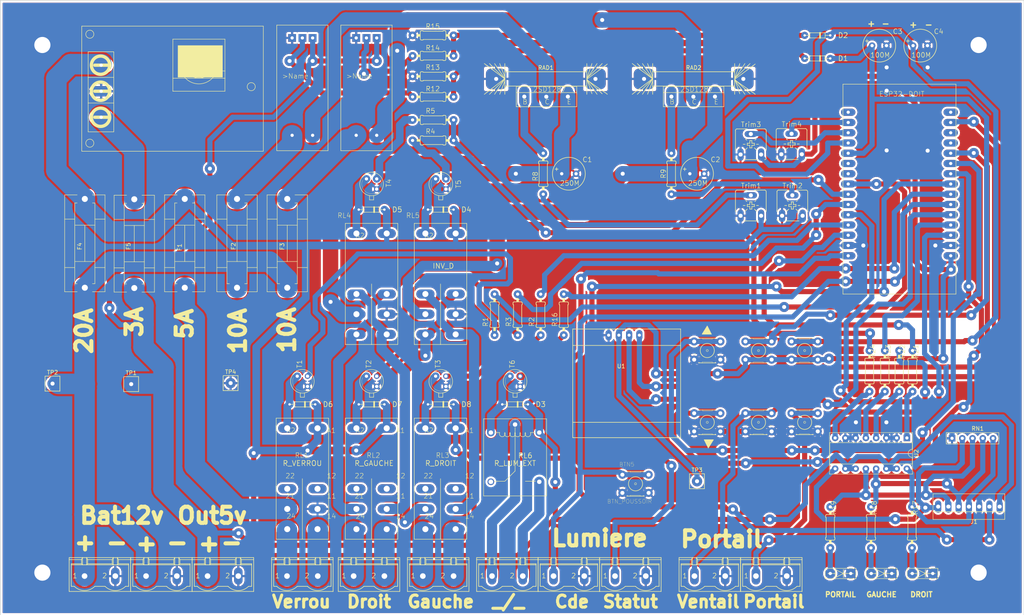
<source format=kicad_pcb>
(kicad_pcb (version 20171130) (host pcbnew "(5.0.1)-3")

  (general
    (thickness 1.6)
    (drawings 33)
    (tracks 937)
    (zones 0)
    (modules 89)
    (nets 90)
  )

  (page A4)
  (layers
    (0 Top signal)
    (31 Bottom signal)
    (32 B.Adhes user hide)
    (33 F.Adhes user hide)
    (34 B.Paste user hide)
    (35 F.Paste user hide)
    (36 B.SilkS user hide)
    (37 F.SilkS user hide)
    (38 B.Mask user hide)
    (39 F.Mask user hide)
    (40 Dwgs.User user hide)
    (41 Cmts.User user hide)
    (42 Eco1.User user hide)
    (43 Eco2.User user hide)
    (44 Edge.Cuts user hide)
    (45 Margin user hide)
    (46 B.CrtYd user hide)
    (47 F.CrtYd user hide)
    (48 B.Fab user hide)
    (49 F.Fab user hide)
  )

  (setup
    (last_trace_width 1.27)
    (trace_clearance 0.2)
    (zone_clearance 0.508)
    (zone_45_only no)
    (trace_min 1.27)
    (segment_width 0.2)
    (edge_width 0.15)
    (via_size 2.5)
    (via_drill 1)
    (via_min_size 2.5)
    (via_min_drill 0.3)
    (uvia_size 0.6)
    (uvia_drill 0.4)
    (uvias_allowed no)
    (uvia_min_size 1)
    (uvia_min_drill 0.1)
    (pcb_text_width 0.3)
    (pcb_text_size 1.5 1.5)
    (mod_edge_width 0.15)
    (mod_text_size 1 1)
    (mod_text_width 0.15)
    (pad_size 5.08 5.08)
    (pad_drill 1)
    (pad_to_mask_clearance 0.2)
    (solder_mask_min_width 0.25)
    (aux_axis_origin 0 0)
    (visible_elements 7EFFFF7F)
    (pcbplotparams
      (layerselection 0x01000_7fffffff)
      (usegerberextensions true)
      (usegerberattributes false)
      (usegerberadvancedattributes false)
      (creategerberjobfile false)
      (excludeedgelayer false)
      (linewidth 0.100000)
      (plotframeref false)
      (viasonmask true)
      (mode 1)
      (useauxorigin false)
      (hpglpennumber 1)
      (hpglpenspeed 20)
      (hpglpendiameter 15.000000)
      (psnegative false)
      (psa4output false)
      (plotreference false)
      (plotvalue false)
      (plotinvisibletext false)
      (padsonsilk true)
      (subtractmaskfromsilk false)
      (outputformat 1)
      (mirror false)
      (drillshape 0)
      (scaleselection 1)
      (outputdirectory "Gerber/"))
  )

  (net 0 "")
  (net 1 "Net-(ESP32-1-PadD2)")
  (net 2 "Net-(ESP32-1-PadTX2)")
  (net 3 "Net-(ESP32-1-PadD5)")
  (net 4 "Net-(ESP32-1-PadD21)")
  (net 5 "Net-(ESP32-1-PadRX0)")
  (net 6 "Net-(ESP32-1-PadTX0)")
  (net 7 "Net-(ESP32-1-PadD22)")
  (net 8 "Net-(ESP32-1-PadD23)")
  (net 9 "Net-(ESP32-1-PadD13)")
  (net 10 "Net-(ESP32-1-PadD12)")
  (net 11 "Net-(ESP32-1-PadD14)")
  (net 12 "Net-(ESP32-1-PadD27)")
  (net 13 "Net-(ESP32-1-PadD26)")
  (net 14 "Net-(ESP32-1-PadD25)")
  (net 15 "Net-(ESP32-1-PadD33)")
  (net 16 "Net-(ESP32-1-PadD32)")
  (net 17 "Net-(ESP32-1-PadVN)")
  (net 18 "Net-(ESP32-1-PadVP)")
  (net 19 "Net-(ESP32-1-PadEN)")
  (net 20 "Net-(RL1-Pad14)")
  (net 21 "Net-(RL1-Pad24)")
  (net 22 "Net-(RL3-Pad14)")
  (net 23 "Net-(RL3-Pad24)")
  (net 24 "Net-(RL2-Pad14)")
  (net 25 "Net-(RL2-Pad24)")
  (net 26 "Net-(D6-PadA)")
  (net 27 "Net-(RL1-Pad22)")
  (net 28 "Net-(RL1-Pad12)")
  (net 29 "Net-(D8-PadA)")
  (net 30 "Net-(RL2-Pad22)")
  (net 31 "Net-(RL2-Pad21)")
  (net 32 "Net-(RL2-Pad12)")
  (net 33 "Net-(RL2-Pad11)")
  (net 34 "Net-(D7-PadA)")
  (net 35 "Net-(RL3-Pad22)")
  (net 36 "Net-(RL3-Pad21)")
  (net 37 "Net-(RL3-Pad12)")
  (net 38 "Net-(RL3-Pad11)")
  (net 39 "Net-(D4-PadA)")
  (net 40 "Net-(C2-Pad+)")
  (net 41 "Net-(R1-Pad1)")
  (net 42 "Net-(R2-Pad1)")
  (net 43 "Net-(R4-Pad1)")
  (net 44 "Net-(R3-Pad1)")
  (net 45 "Net-(D5-PadA)")
  (net 46 "Net-(C1-Pad+)")
  (net 47 "Net-(R5-Pad1)")
  (net 48 "Net-(ACS1-PadM+)")
  (net 49 "Net-(ACS2-PadM+)")
  (net 50 "Net-(ACS1-PadM-)")
  (net 51 "Net-(ACS1-PadOUT)")
  (net 52 "Net-(ACS2-PadM-)")
  (net 53 "Net-(ACS2-PadOUT)")
  (net 54 "Net-(R8-Pad1)")
  (net 55 "Net-(R9-Pad1)")
  (net 56 "Net-(ALIM1-PadIN)")
  (net 57 "Net-(D1-PadA)")
  (net 58 "Net-(D2-PadA)")
  (net 59 "Net-(D3-PadA)")
  (net 60 "Net-(R16-Pad1)")
  (net 61 "Net-(LUM_EXT1-Pad2)")
  (net 62 "Net-(LUM_EXT1-Pad1)")
  (net 63 "Net-(RL6-PadCOM-CLOSE)")
  (net 64 "Net-(F1-Pad2)")
  (net 65 "Net-(R19-Pad2)")
  (net 66 "Net-(R18-Pad2)")
  (net 67 "Net-(R17-Pad2)")
  (net 68 "Net-(R23-Pad2)")
  (net 69 "Net-(J1-Pad4)")
  (net 70 "Net-(J1-Pad5)")
  (net 71 "Net-(R24-Pad2)")
  (net 72 "Net-(R22-Pad2)")
  (net 73 "Net-(R21-Pad2)")
  (net 74 "Net-(J1-Pad6)")
  (net 75 "Net-(J1-Pad7)")
  (net 76 "Net-(ALIM1-PadOUT)")
  (net 77 "Net-(R9-Pad2)")
  (net 78 "Net-(R8-Pad2)")
  (net 79 "Net-(ACS1-PadVCC)")
  (net 80 "Net-(ACS1-PadGND)")
  (net 81 "Net-(ALIM_12V1-Pad1)")
  (net 82 "Net-(BTN3-Pad1)")
  (net 83 "Net-(BTN5-Pad1)")
  (net 84 "Net-(BTN4-Pad1)")
  (net 85 "Net-(BTN2-Pad1)")
  (net 86 "Net-(BTN1-Pad1)")
  (net 87 "Net-(BTN1-Pad3)")
  (net 88 "Net-(BTN7-Pad3)")
  (net 89 "Net-(BTN6-Pad3)")

  (net_class Default "Ceci est la Netclass par défaut."
    (clearance 0.2)
    (trace_width 1.27)
    (via_dia 2.5)
    (via_drill 1)
    (uvia_dia 0.6)
    (uvia_drill 0.4)
    (diff_pair_gap 0.63)
    (diff_pair_width 0.63)
    (add_net "Net-(ACS1-PadGND)")
    (add_net "Net-(ACS1-PadM+)")
    (add_net "Net-(ACS1-PadM-)")
    (add_net "Net-(ACS1-PadOUT)")
    (add_net "Net-(ACS1-PadVCC)")
    (add_net "Net-(ACS2-PadM+)")
    (add_net "Net-(ACS2-PadM-)")
    (add_net "Net-(ACS2-PadOUT)")
    (add_net "Net-(ALIM1-PadIN)")
    (add_net "Net-(ALIM1-PadOUT)")
    (add_net "Net-(ALIM_12V1-Pad1)")
    (add_net "Net-(BTN1-Pad1)")
    (add_net "Net-(BTN1-Pad3)")
    (add_net "Net-(BTN2-Pad1)")
    (add_net "Net-(BTN3-Pad1)")
    (add_net "Net-(BTN4-Pad1)")
    (add_net "Net-(BTN5-Pad1)")
    (add_net "Net-(BTN6-Pad3)")
    (add_net "Net-(BTN7-Pad3)")
    (add_net "Net-(C1-Pad+)")
    (add_net "Net-(C2-Pad+)")
    (add_net "Net-(D1-PadA)")
    (add_net "Net-(D2-PadA)")
    (add_net "Net-(D3-PadA)")
    (add_net "Net-(D4-PadA)")
    (add_net "Net-(D5-PadA)")
    (add_net "Net-(D6-PadA)")
    (add_net "Net-(D7-PadA)")
    (add_net "Net-(D8-PadA)")
    (add_net "Net-(ESP32-1-PadD12)")
    (add_net "Net-(ESP32-1-PadD13)")
    (add_net "Net-(ESP32-1-PadD14)")
    (add_net "Net-(ESP32-1-PadD2)")
    (add_net "Net-(ESP32-1-PadD21)")
    (add_net "Net-(ESP32-1-PadD22)")
    (add_net "Net-(ESP32-1-PadD23)")
    (add_net "Net-(ESP32-1-PadD25)")
    (add_net "Net-(ESP32-1-PadD26)")
    (add_net "Net-(ESP32-1-PadD27)")
    (add_net "Net-(ESP32-1-PadD32)")
    (add_net "Net-(ESP32-1-PadD33)")
    (add_net "Net-(ESP32-1-PadD5)")
    (add_net "Net-(ESP32-1-PadEN)")
    (add_net "Net-(ESP32-1-PadRX0)")
    (add_net "Net-(ESP32-1-PadTX0)")
    (add_net "Net-(ESP32-1-PadTX2)")
    (add_net "Net-(ESP32-1-PadVN)")
    (add_net "Net-(ESP32-1-PadVP)")
    (add_net "Net-(F1-Pad2)")
    (add_net "Net-(J1-Pad4)")
    (add_net "Net-(J1-Pad5)")
    (add_net "Net-(J1-Pad6)")
    (add_net "Net-(J1-Pad7)")
    (add_net "Net-(LUM_EXT1-Pad1)")
    (add_net "Net-(LUM_EXT1-Pad2)")
    (add_net "Net-(R1-Pad1)")
    (add_net "Net-(R16-Pad1)")
    (add_net "Net-(R17-Pad2)")
    (add_net "Net-(R18-Pad2)")
    (add_net "Net-(R19-Pad2)")
    (add_net "Net-(R2-Pad1)")
    (add_net "Net-(R21-Pad2)")
    (add_net "Net-(R22-Pad2)")
    (add_net "Net-(R23-Pad2)")
    (add_net "Net-(R24-Pad2)")
    (add_net "Net-(R3-Pad1)")
    (add_net "Net-(R4-Pad1)")
    (add_net "Net-(R5-Pad1)")
    (add_net "Net-(R8-Pad1)")
    (add_net "Net-(R8-Pad2)")
    (add_net "Net-(R9-Pad1)")
    (add_net "Net-(R9-Pad2)")
    (add_net "Net-(RL1-Pad12)")
    (add_net "Net-(RL1-Pad14)")
    (add_net "Net-(RL1-Pad22)")
    (add_net "Net-(RL1-Pad24)")
    (add_net "Net-(RL2-Pad11)")
    (add_net "Net-(RL2-Pad12)")
    (add_net "Net-(RL2-Pad14)")
    (add_net "Net-(RL2-Pad21)")
    (add_net "Net-(RL2-Pad22)")
    (add_net "Net-(RL2-Pad24)")
    (add_net "Net-(RL3-Pad11)")
    (add_net "Net-(RL3-Pad12)")
    (add_net "Net-(RL3-Pad14)")
    (add_net "Net-(RL3-Pad21)")
    (add_net "Net-(RL3-Pad22)")
    (add_net "Net-(RL3-Pad24)")
    (add_net "Net-(RL6-PadCOM-CLOSE)")
  )

  (module JLN:SW_B3F-1000 (layer Top) (tedit 5BD8429D) (tstamp 5BBF487D)
    (at 187.96 -65.532)
    (path /5BBF6C31)
    (fp_text reference BTN1 (at -2.16001 -4.82249) (layer F.Fab) hide
      (effects (font (size 1.00093 1.00093) (thickness 0.05)))
    )
    (fp_text value BTN_POUSSOIR (at -1.47672 4.35595) (layer F.Fab) hide
      (effects (font (size 1.00252 1.00252) (thickness 0.05)))
    )
    (fp_line (start 3.048 -1.016) (end 3.048 -2.54) (layer Dwgs.User) (width 0.1524))
    (fp_line (start 3.048 -2.54) (end 2.54 -3.048) (layer Dwgs.User) (width 0.1524))
    (fp_line (start 2.54 3.048) (end 3.048 2.54) (layer Dwgs.User) (width 0.1524))
    (fp_line (start 3.048 2.54) (end 3.048 1.016) (layer Dwgs.User) (width 0.1524))
    (fp_line (start -2.54 -3.048) (end -3.048 -2.54) (layer Dwgs.User) (width 0.1524))
    (fp_line (start -3.048 -2.54) (end -3.048 -1.016) (layer Dwgs.User) (width 0.1524))
    (fp_line (start -2.54 3.048) (end -3.048 2.54) (layer Dwgs.User) (width 0.1524))
    (fp_line (start -3.048 2.54) (end -3.048 1.016) (layer Dwgs.User) (width 0.1524))
    (fp_line (start -1.27 -3.048) (end -1.27 -2.794) (layer F.SilkS) (width 0.0508))
    (fp_line (start 1.27 -2.794) (end -1.27 -2.794) (layer F.SilkS) (width 0.0508))
    (fp_line (start 1.27 -2.794) (end 1.27 -3.048) (layer F.SilkS) (width 0.0508))
    (fp_line (start 1.143 2.794) (end -1.27 2.794) (layer F.SilkS) (width 0.0508))
    (fp_line (start 1.143 2.794) (end 1.143 3.048) (layer F.SilkS) (width 0.0508))
    (fp_line (start -1.27 2.794) (end -1.27 3.048) (layer F.SilkS) (width 0.0508))
    (fp_line (start 2.54 3.048) (end 2.159 3.048) (layer Dwgs.User) (width 0.1524))
    (fp_line (start -2.54 3.048) (end -2.159 3.048) (layer Dwgs.User) (width 0.1524))
    (fp_line (start -2.159 3.048) (end -1.27 3.048) (layer F.SilkS) (width 0.1524))
    (fp_line (start -2.54 -3.048) (end -2.159 -3.048) (layer Dwgs.User) (width 0.1524))
    (fp_line (start 2.54 -3.048) (end 2.159 -3.048) (layer Dwgs.User) (width 0.1524))
    (fp_line (start 2.159 -3.048) (end 1.27 -3.048) (layer F.SilkS) (width 0.1524))
    (fp_line (start 1.27 -3.048) (end -1.27 -3.048) (layer F.SilkS) (width 0.1524))
    (fp_line (start -1.27 -3.048) (end -2.159 -3.048) (layer F.SilkS) (width 0.1524))
    (fp_line (start -1.27 3.048) (end 1.143 3.048) (layer F.SilkS) (width 0.1524))
    (fp_line (start 1.143 3.048) (end 2.159 3.048) (layer F.SilkS) (width 0.1524))
    (fp_line (start 3.048 0.762) (end 3.048 1.016) (layer F.SilkS) (width 0.1524))
    (fp_line (start 3.048 -0.762) (end 3.048 -1.016) (layer F.SilkS) (width 0.1524))
    (fp_line (start -3.048 0.762) (end -3.048 1.016) (layer F.SilkS) (width 0.1524))
    (fp_line (start -3.048 -0.762) (end -3.048 -1.016) (layer F.SilkS) (width 0.1524))
    (fp_circle (center 0 0) (end 1.75 0) (layer F.SilkS) (width 0.1524))
    (fp_circle (center -2.159 2.159) (end -1.651 2.159) (layer Dwgs.User) (width 0.1524))
    (fp_circle (center 2.159 2.032) (end 2.667 2.032) (layer Dwgs.User) (width 0.1524))
    (fp_circle (center 2.159 -2.159) (end 2.667 -2.159) (layer Dwgs.User) (width 0.1524))
    (fp_circle (center -2.159 -2.159) (end -1.651 -2.159) (layer Dwgs.User) (width 0.1524))
    (fp_circle (center 0 0) (end 0.25 0) (layer F.SilkS) (width 0.1))
    (fp_line (start -4.572 -3.556) (end 4.572 -3.556) (layer Eco1.User) (width 0.127))
    (fp_line (start 4.572 -3.556) (end 4.572 3.556) (layer Eco1.User) (width 0.127))
    (fp_line (start 4.572 3.556) (end -4.572 3.556) (layer Eco1.User) (width 0.127))
    (fp_line (start -4.572 3.556) (end -4.572 -3.556) (layer Eco1.User) (width 0.127))
    (pad 1 thru_hole circle (at -3.25 -2.25) (size 2 2) (drill 1) (layers *.Cu *.Mask)
      (net 86 "Net-(BTN1-Pad1)"))
    (pad 3 thru_hole circle (at -3.25 2.25) (size 2 2) (drill 1) (layers *.Cu *.Mask)
      (net 87 "Net-(BTN1-Pad3)"))
    (pad 2 thru_hole circle (at 3.25 -2.25) (size 2 2) (drill 1) (layers *.Cu *.Mask)
      (net 86 "Net-(BTN1-Pad1)"))
    (pad 4 thru_hole circle (at 3.25 2.25) (size 2 2) (drill 1) (layers *.Cu *.Mask)
      (net 87 "Net-(BTN1-Pad3)"))
  )

  (module JLN:SW_B3F-1000 (layer Top) (tedit 5BD842B7) (tstamp 5BBF4904)
    (at 175.26 -65.532 180)
    (path /5BAF9BDF)
    (fp_text reference BTN6 (at 0 -4.318 180) (layer F.Fab) hide
      (effects (font (size 1.00093 1.00093) (thickness 0.05)))
    )
    (fp_text value BTN_POUSSOIR (at -1.47672 4.35595 180) (layer F.Fab) hide
      (effects (font (size 1.00252 1.00252) (thickness 0.05)))
    )
    (fp_line (start 3.048 -1.016) (end 3.048 -2.54) (layer Dwgs.User) (width 0.1524))
    (fp_line (start 3.048 -2.54) (end 2.54 -3.048) (layer Dwgs.User) (width 0.1524))
    (fp_line (start 2.54 3.048) (end 3.048 2.54) (layer Dwgs.User) (width 0.1524))
    (fp_line (start 3.048 2.54) (end 3.048 1.016) (layer Dwgs.User) (width 0.1524))
    (fp_line (start -2.54 -3.048) (end -3.048 -2.54) (layer Dwgs.User) (width 0.1524))
    (fp_line (start -3.048 -2.54) (end -3.048 -1.016) (layer Dwgs.User) (width 0.1524))
    (fp_line (start -2.54 3.048) (end -3.048 2.54) (layer Dwgs.User) (width 0.1524))
    (fp_line (start -3.048 2.54) (end -3.048 1.016) (layer Dwgs.User) (width 0.1524))
    (fp_line (start -1.27 -3.048) (end -1.27 -2.794) (layer F.SilkS) (width 0.0508))
    (fp_line (start 1.27 -2.794) (end -1.27 -2.794) (layer F.SilkS) (width 0.0508))
    (fp_line (start 1.27 -2.794) (end 1.27 -3.048) (layer F.SilkS) (width 0.0508))
    (fp_line (start 1.143 2.794) (end -1.27 2.794) (layer F.SilkS) (width 0.0508))
    (fp_line (start 1.143 2.794) (end 1.143 3.048) (layer F.SilkS) (width 0.0508))
    (fp_line (start -1.27 2.794) (end -1.27 3.048) (layer F.SilkS) (width 0.0508))
    (fp_line (start 2.54 3.048) (end 2.159 3.048) (layer Dwgs.User) (width 0.1524))
    (fp_line (start -2.54 3.048) (end -2.159 3.048) (layer Dwgs.User) (width 0.1524))
    (fp_line (start -2.159 3.048) (end -1.27 3.048) (layer F.SilkS) (width 0.1524))
    (fp_line (start -2.54 -3.048) (end -2.159 -3.048) (layer Dwgs.User) (width 0.1524))
    (fp_line (start 2.54 -3.048) (end 2.159 -3.048) (layer Dwgs.User) (width 0.1524))
    (fp_line (start 2.159 -3.048) (end 1.27 -3.048) (layer F.SilkS) (width 0.1524))
    (fp_line (start 1.27 -3.048) (end -1.27 -3.048) (layer F.SilkS) (width 0.1524))
    (fp_line (start -1.27 -3.048) (end -2.159 -3.048) (layer F.SilkS) (width 0.1524))
    (fp_line (start -1.27 3.048) (end 1.143 3.048) (layer F.SilkS) (width 0.1524))
    (fp_line (start 1.143 3.048) (end 2.159 3.048) (layer F.SilkS) (width 0.1524))
    (fp_line (start 3.048 0.762) (end 3.048 1.016) (layer F.SilkS) (width 0.1524))
    (fp_line (start 3.048 -0.762) (end 3.048 -1.016) (layer F.SilkS) (width 0.1524))
    (fp_line (start -3.048 0.762) (end -3.048 1.016) (layer F.SilkS) (width 0.1524))
    (fp_line (start -3.048 -0.762) (end -3.048 -1.016) (layer F.SilkS) (width 0.1524))
    (fp_circle (center 0 0) (end 1.75 0) (layer F.SilkS) (width 0.1524))
    (fp_circle (center -2.159 2.159) (end -1.651 2.159) (layer Dwgs.User) (width 0.1524))
    (fp_circle (center 2.159 2.032) (end 2.667 2.032) (layer Dwgs.User) (width 0.1524))
    (fp_circle (center 2.159 -2.159) (end 2.667 -2.159) (layer Dwgs.User) (width 0.1524))
    (fp_circle (center -2.159 -2.159) (end -1.651 -2.159) (layer Dwgs.User) (width 0.1524))
    (fp_circle (center 0 0) (end 0.25 0) (layer F.SilkS) (width 0.1))
    (fp_line (start -4.572 -3.556) (end 4.572 -3.556) (layer Eco1.User) (width 0.127))
    (fp_line (start 4.572 -3.556) (end 4.572 3.556) (layer Eco1.User) (width 0.127))
    (fp_line (start 4.572 3.556) (end -4.572 3.556) (layer Eco1.User) (width 0.127))
    (fp_line (start -4.572 3.556) (end -4.572 -3.556) (layer Eco1.User) (width 0.127))
    (pad 1 thru_hole circle (at -3.25 -2.25 180) (size 2 2) (drill 1) (layers *.Cu *.Mask)
      (net 80 "Net-(ACS1-PadGND)"))
    (pad 3 thru_hole circle (at -3.25 2.25 180) (size 2 2) (drill 1) (layers *.Cu *.Mask)
      (net 89 "Net-(BTN6-Pad3)"))
    (pad 2 thru_hole circle (at 3.25 -2.25 180) (size 2 2) (drill 1) (layers *.Cu *.Mask)
      (net 80 "Net-(ACS1-PadGND)"))
    (pad 4 thru_hole circle (at 3.25 2.25 180) (size 2 2) (drill 1) (layers *.Cu *.Mask)
      (net 89 "Net-(BTN6-Pad3)"))
  )

  (module JLN:SW_B3F-1000 (layer Top) (tedit 5BD8426A) (tstamp 5BBF4A12)
    (at 175.26 -47.752 180)
    (path /5BAF9D23)
    (fp_text reference BTN7 (at -2.16001 -4.82249 180) (layer F.Fab) hide
      (effects (font (size 1.00093 1.00093) (thickness 0.05)))
    )
    (fp_text value BTN_POUSSOIR (at -1.47672 4.35595 180) (layer F.Fab) hide
      (effects (font (size 1.00252 1.00252) (thickness 0.05)))
    )
    (fp_line (start 3.048 -1.016) (end 3.048 -2.54) (layer Dwgs.User) (width 0.1524))
    (fp_line (start 3.048 -2.54) (end 2.54 -3.048) (layer Dwgs.User) (width 0.1524))
    (fp_line (start 2.54 3.048) (end 3.048 2.54) (layer Dwgs.User) (width 0.1524))
    (fp_line (start 3.048 2.54) (end 3.048 1.016) (layer Dwgs.User) (width 0.1524))
    (fp_line (start -2.54 -3.048) (end -3.048 -2.54) (layer Dwgs.User) (width 0.1524))
    (fp_line (start -3.048 -2.54) (end -3.048 -1.016) (layer Dwgs.User) (width 0.1524))
    (fp_line (start -2.54 3.048) (end -3.048 2.54) (layer Dwgs.User) (width 0.1524))
    (fp_line (start -3.048 2.54) (end -3.048 1.016) (layer Dwgs.User) (width 0.1524))
    (fp_line (start -1.27 -3.048) (end -1.27 -2.794) (layer F.SilkS) (width 0.0508))
    (fp_line (start 1.27 -2.794) (end -1.27 -2.794) (layer F.SilkS) (width 0.0508))
    (fp_line (start 1.27 -2.794) (end 1.27 -3.048) (layer F.SilkS) (width 0.0508))
    (fp_line (start 1.143 2.794) (end -1.27 2.794) (layer F.SilkS) (width 0.0508))
    (fp_line (start 1.143 2.794) (end 1.143 3.048) (layer F.SilkS) (width 0.0508))
    (fp_line (start -1.27 2.794) (end -1.27 3.048) (layer F.SilkS) (width 0.0508))
    (fp_line (start 2.54 3.048) (end 2.159 3.048) (layer Dwgs.User) (width 0.1524))
    (fp_line (start -2.54 3.048) (end -2.159 3.048) (layer Dwgs.User) (width 0.1524))
    (fp_line (start -2.159 3.048) (end -1.27 3.048) (layer F.SilkS) (width 0.1524))
    (fp_line (start -2.54 -3.048) (end -2.159 -3.048) (layer Dwgs.User) (width 0.1524))
    (fp_line (start 2.54 -3.048) (end 2.159 -3.048) (layer Dwgs.User) (width 0.1524))
    (fp_line (start 2.159 -3.048) (end 1.27 -3.048) (layer F.SilkS) (width 0.1524))
    (fp_line (start 1.27 -3.048) (end -1.27 -3.048) (layer F.SilkS) (width 0.1524))
    (fp_line (start -1.27 -3.048) (end -2.159 -3.048) (layer F.SilkS) (width 0.1524))
    (fp_line (start -1.27 3.048) (end 1.143 3.048) (layer F.SilkS) (width 0.1524))
    (fp_line (start 1.143 3.048) (end 2.159 3.048) (layer F.SilkS) (width 0.1524))
    (fp_line (start 3.048 0.762) (end 3.048 1.016) (layer F.SilkS) (width 0.1524))
    (fp_line (start 3.048 -0.762) (end 3.048 -1.016) (layer F.SilkS) (width 0.1524))
    (fp_line (start -3.048 0.762) (end -3.048 1.016) (layer F.SilkS) (width 0.1524))
    (fp_line (start -3.048 -0.762) (end -3.048 -1.016) (layer F.SilkS) (width 0.1524))
    (fp_circle (center 0 0) (end 1.75 0) (layer F.SilkS) (width 0.1524))
    (fp_circle (center -2.159 2.159) (end -1.651 2.159) (layer Dwgs.User) (width 0.1524))
    (fp_circle (center 2.159 2.032) (end 2.667 2.032) (layer Dwgs.User) (width 0.1524))
    (fp_circle (center 2.159 -2.159) (end 2.667 -2.159) (layer Dwgs.User) (width 0.1524))
    (fp_circle (center -2.159 -2.159) (end -1.651 -2.159) (layer Dwgs.User) (width 0.1524))
    (fp_circle (center 0 0) (end 0.25 0) (layer F.SilkS) (width 0.1))
    (fp_line (start -4.572 -3.556) (end 4.572 -3.556) (layer Eco1.User) (width 0.127))
    (fp_line (start 4.572 -3.556) (end 4.572 3.556) (layer Eco1.User) (width 0.127))
    (fp_line (start 4.572 3.556) (end -4.572 3.556) (layer Eco1.User) (width 0.127))
    (fp_line (start -4.572 3.556) (end -4.572 -3.556) (layer Eco1.User) (width 0.127))
    (pad 1 thru_hole circle (at -3.25 -2.25 180) (size 2 2) (drill 1) (layers *.Cu *.Mask)
      (net 80 "Net-(ACS1-PadGND)"))
    (pad 3 thru_hole circle (at -3.25 2.25 180) (size 2 2) (drill 1) (layers *.Cu *.Mask)
      (net 88 "Net-(BTN7-Pad3)"))
    (pad 2 thru_hole circle (at 3.25 -2.25 180) (size 2 2) (drill 1) (layers *.Cu *.Mask)
      (net 80 "Net-(ACS1-PadGND)"))
    (pad 4 thru_hole circle (at 3.25 2.25 180) (size 2 2) (drill 1) (layers *.Cu *.Mask)
      (net 88 "Net-(BTN7-Pad3)"))
  )

  (module JLN:SW_B3F-1000 (layer Top) (tedit 5BAB7FED) (tstamp 5BBF498B)
    (at 157.48 -32.512)
    (path /5BCFA8E3)
    (fp_text reference BTN5 (at -2.16001 -4.82249) (layer F.SilkS)
      (effects (font (size 1.00093 1.00093) (thickness 0.05)))
    )
    (fp_text value BTN_POUSSOIR (at -1.47672 4.35595) (layer F.SilkS)
      (effects (font (size 1.00252 1.00252) (thickness 0.05)))
    )
    (fp_line (start 3.048 -1.016) (end 3.048 -2.54) (layer Dwgs.User) (width 0.1524))
    (fp_line (start 3.048 -2.54) (end 2.54 -3.048) (layer Dwgs.User) (width 0.1524))
    (fp_line (start 2.54 3.048) (end 3.048 2.54) (layer Dwgs.User) (width 0.1524))
    (fp_line (start 3.048 2.54) (end 3.048 1.016) (layer Dwgs.User) (width 0.1524))
    (fp_line (start -2.54 -3.048) (end -3.048 -2.54) (layer Dwgs.User) (width 0.1524))
    (fp_line (start -3.048 -2.54) (end -3.048 -1.016) (layer Dwgs.User) (width 0.1524))
    (fp_line (start -2.54 3.048) (end -3.048 2.54) (layer Dwgs.User) (width 0.1524))
    (fp_line (start -3.048 2.54) (end -3.048 1.016) (layer Dwgs.User) (width 0.1524))
    (fp_line (start -1.27 -3.048) (end -1.27 -2.794) (layer F.SilkS) (width 0.0508))
    (fp_line (start 1.27 -2.794) (end -1.27 -2.794) (layer F.SilkS) (width 0.0508))
    (fp_line (start 1.27 -2.794) (end 1.27 -3.048) (layer F.SilkS) (width 0.0508))
    (fp_line (start 1.143 2.794) (end -1.27 2.794) (layer F.SilkS) (width 0.0508))
    (fp_line (start 1.143 2.794) (end 1.143 3.048) (layer F.SilkS) (width 0.0508))
    (fp_line (start -1.27 2.794) (end -1.27 3.048) (layer F.SilkS) (width 0.0508))
    (fp_line (start 2.54 3.048) (end 2.159 3.048) (layer Dwgs.User) (width 0.1524))
    (fp_line (start -2.54 3.048) (end -2.159 3.048) (layer Dwgs.User) (width 0.1524))
    (fp_line (start -2.159 3.048) (end -1.27 3.048) (layer F.SilkS) (width 0.1524))
    (fp_line (start -2.54 -3.048) (end -2.159 -3.048) (layer Dwgs.User) (width 0.1524))
    (fp_line (start 2.54 -3.048) (end 2.159 -3.048) (layer Dwgs.User) (width 0.1524))
    (fp_line (start 2.159 -3.048) (end 1.27 -3.048) (layer F.SilkS) (width 0.1524))
    (fp_line (start 1.27 -3.048) (end -1.27 -3.048) (layer F.SilkS) (width 0.1524))
    (fp_line (start -1.27 -3.048) (end -2.159 -3.048) (layer F.SilkS) (width 0.1524))
    (fp_line (start -1.27 3.048) (end 1.143 3.048) (layer F.SilkS) (width 0.1524))
    (fp_line (start 1.143 3.048) (end 2.159 3.048) (layer F.SilkS) (width 0.1524))
    (fp_line (start 3.048 0.762) (end 3.048 1.016) (layer F.SilkS) (width 0.1524))
    (fp_line (start 3.048 -0.762) (end 3.048 -1.016) (layer F.SilkS) (width 0.1524))
    (fp_line (start -3.048 0.762) (end -3.048 1.016) (layer F.SilkS) (width 0.1524))
    (fp_line (start -3.048 -0.762) (end -3.048 -1.016) (layer F.SilkS) (width 0.1524))
    (fp_circle (center 0 0) (end 1.75 0) (layer F.SilkS) (width 0.1524))
    (fp_circle (center -2.159 2.159) (end -1.651 2.159) (layer Dwgs.User) (width 0.1524))
    (fp_circle (center 2.159 2.032) (end 2.667 2.032) (layer Dwgs.User) (width 0.1524))
    (fp_circle (center 2.159 -2.159) (end 2.667 -2.159) (layer Dwgs.User) (width 0.1524))
    (fp_circle (center -2.159 -2.159) (end -1.651 -2.159) (layer Dwgs.User) (width 0.1524))
    (fp_circle (center 0 0) (end 0.25 0) (layer F.SilkS) (width 0.1))
    (fp_line (start -4.572 -3.556) (end 4.572 -3.556) (layer Eco1.User) (width 0.127))
    (fp_line (start 4.572 -3.556) (end 4.572 3.556) (layer Eco1.User) (width 0.127))
    (fp_line (start 4.572 3.556) (end -4.572 3.556) (layer Eco1.User) (width 0.127))
    (fp_line (start -4.572 3.556) (end -4.572 -3.556) (layer Eco1.User) (width 0.127))
    (pad 1 thru_hole circle (at -3.25 -2.25) (size 2 2) (drill 1) (layers *.Cu *.Mask)
      (net 83 "Net-(BTN5-Pad1)"))
    (pad 3 thru_hole circle (at -3.25 2.25) (size 2 2) (drill 1) (layers *.Cu *.Mask)
      (net 80 "Net-(ACS1-PadGND)"))
    (pad 2 thru_hole circle (at 3.25 -2.25) (size 2 2) (drill 1) (layers *.Cu *.Mask)
      (net 83 "Net-(BTN5-Pad1)"))
    (pad 4 thru_hole circle (at 3.25 2.25) (size 2 2) (drill 1) (layers *.Cu *.Mask)
      (net 80 "Net-(ACS1-PadGND)"))
  )

  (module JLN:SW_B3F-1000 (layer Top) (tedit 5BD84288) (tstamp 5BBF444E)
    (at 199.39 -47.752)
    (path /5BCFA7B1)
    (fp_text reference BTN4 (at -2.16001 -4.82249) (layer F.Fab) hide
      (effects (font (size 1.00093 1.00093) (thickness 0.05)))
    )
    (fp_text value BTN_POUSSOIR (at -1.47672 4.35595) (layer F.Fab) hide
      (effects (font (size 1.00252 1.00252) (thickness 0.05)))
    )
    (fp_line (start 3.048 -1.016) (end 3.048 -2.54) (layer Dwgs.User) (width 0.1524))
    (fp_line (start 3.048 -2.54) (end 2.54 -3.048) (layer Dwgs.User) (width 0.1524))
    (fp_line (start 2.54 3.048) (end 3.048 2.54) (layer Dwgs.User) (width 0.1524))
    (fp_line (start 3.048 2.54) (end 3.048 1.016) (layer Dwgs.User) (width 0.1524))
    (fp_line (start -2.54 -3.048) (end -3.048 -2.54) (layer Dwgs.User) (width 0.1524))
    (fp_line (start -3.048 -2.54) (end -3.048 -1.016) (layer Dwgs.User) (width 0.1524))
    (fp_line (start -2.54 3.048) (end -3.048 2.54) (layer Dwgs.User) (width 0.1524))
    (fp_line (start -3.048 2.54) (end -3.048 1.016) (layer Dwgs.User) (width 0.1524))
    (fp_line (start -1.27 -3.048) (end -1.27 -2.794) (layer F.SilkS) (width 0.0508))
    (fp_line (start 1.27 -2.794) (end -1.27 -2.794) (layer F.SilkS) (width 0.0508))
    (fp_line (start 1.27 -2.794) (end 1.27 -3.048) (layer F.SilkS) (width 0.0508))
    (fp_line (start 1.143 2.794) (end -1.27 2.794) (layer F.SilkS) (width 0.0508))
    (fp_line (start 1.143 2.794) (end 1.143 3.048) (layer F.SilkS) (width 0.0508))
    (fp_line (start -1.27 2.794) (end -1.27 3.048) (layer F.SilkS) (width 0.0508))
    (fp_line (start 2.54 3.048) (end 2.159 3.048) (layer Dwgs.User) (width 0.1524))
    (fp_line (start -2.54 3.048) (end -2.159 3.048) (layer Dwgs.User) (width 0.1524))
    (fp_line (start -2.159 3.048) (end -1.27 3.048) (layer F.SilkS) (width 0.1524))
    (fp_line (start -2.54 -3.048) (end -2.159 -3.048) (layer Dwgs.User) (width 0.1524))
    (fp_line (start 2.54 -3.048) (end 2.159 -3.048) (layer Dwgs.User) (width 0.1524))
    (fp_line (start 2.159 -3.048) (end 1.27 -3.048) (layer F.SilkS) (width 0.1524))
    (fp_line (start 1.27 -3.048) (end -1.27 -3.048) (layer F.SilkS) (width 0.1524))
    (fp_line (start -1.27 -3.048) (end -2.159 -3.048) (layer F.SilkS) (width 0.1524))
    (fp_line (start -1.27 3.048) (end 1.143 3.048) (layer F.SilkS) (width 0.1524))
    (fp_line (start 1.143 3.048) (end 2.159 3.048) (layer F.SilkS) (width 0.1524))
    (fp_line (start 3.048 0.762) (end 3.048 1.016) (layer F.SilkS) (width 0.1524))
    (fp_line (start 3.048 -0.762) (end 3.048 -1.016) (layer F.SilkS) (width 0.1524))
    (fp_line (start -3.048 0.762) (end -3.048 1.016) (layer F.SilkS) (width 0.1524))
    (fp_line (start -3.048 -0.762) (end -3.048 -1.016) (layer F.SilkS) (width 0.1524))
    (fp_circle (center 0 0) (end 1.75 0) (layer F.SilkS) (width 0.1524))
    (fp_circle (center -2.159 2.159) (end -1.651 2.159) (layer Dwgs.User) (width 0.1524))
    (fp_circle (center 2.159 2.032) (end 2.667 2.032) (layer Dwgs.User) (width 0.1524))
    (fp_circle (center 2.159 -2.159) (end 2.667 -2.159) (layer Dwgs.User) (width 0.1524))
    (fp_circle (center -2.159 -2.159) (end -1.651 -2.159) (layer Dwgs.User) (width 0.1524))
    (fp_circle (center 0 0) (end 0.25 0) (layer F.SilkS) (width 0.1))
    (fp_line (start -4.572 -3.556) (end 4.572 -3.556) (layer Eco1.User) (width 0.127))
    (fp_line (start 4.572 -3.556) (end 4.572 3.556) (layer Eco1.User) (width 0.127))
    (fp_line (start 4.572 3.556) (end -4.572 3.556) (layer Eco1.User) (width 0.127))
    (fp_line (start -4.572 3.556) (end -4.572 -3.556) (layer Eco1.User) (width 0.127))
    (pad 1 thru_hole circle (at -3.25 -2.25) (size 2 2) (drill 1) (layers *.Cu *.Mask)
      (net 84 "Net-(BTN4-Pad1)"))
    (pad 3 thru_hole circle (at -3.25 2.25) (size 2 2) (drill 1) (layers *.Cu *.Mask)
      (net 80 "Net-(ACS1-PadGND)"))
    (pad 2 thru_hole circle (at 3.25 -2.25) (size 2 2) (drill 1) (layers *.Cu *.Mask)
      (net 84 "Net-(BTN4-Pad1)"))
    (pad 4 thru_hole circle (at 3.25 2.25) (size 2 2) (drill 1) (layers *.Cu *.Mask)
      (net 80 "Net-(ACS1-PadGND)"))
  )

  (module JLN:SW_B3F-1000 (layer Top) (tedit 5BD84280) (tstamp 5BBF41CC)
    (at 187.96 -47.752)
    (path /5BCFA647)
    (fp_text reference BTN3 (at -2.16001 -4.82249) (layer F.Fab) hide
      (effects (font (size 1.00093 1.00093) (thickness 0.05)))
    )
    (fp_text value BTN_POUSSOIR (at -1.47672 4.35595) (layer F.Fab) hide
      (effects (font (size 1.00252 1.00252) (thickness 0.05)))
    )
    (fp_line (start 3.048 -1.016) (end 3.048 -2.54) (layer Dwgs.User) (width 0.1524))
    (fp_line (start 3.048 -2.54) (end 2.54 -3.048) (layer Dwgs.User) (width 0.1524))
    (fp_line (start 2.54 3.048) (end 3.048 2.54) (layer Dwgs.User) (width 0.1524))
    (fp_line (start 3.048 2.54) (end 3.048 1.016) (layer Dwgs.User) (width 0.1524))
    (fp_line (start -2.54 -3.048) (end -3.048 -2.54) (layer Dwgs.User) (width 0.1524))
    (fp_line (start -3.048 -2.54) (end -3.048 -1.016) (layer Dwgs.User) (width 0.1524))
    (fp_line (start -2.54 3.048) (end -3.048 2.54) (layer Dwgs.User) (width 0.1524))
    (fp_line (start -3.048 2.54) (end -3.048 1.016) (layer Dwgs.User) (width 0.1524))
    (fp_line (start -1.27 -3.048) (end -1.27 -2.794) (layer F.SilkS) (width 0.0508))
    (fp_line (start 1.27 -2.794) (end -1.27 -2.794) (layer F.SilkS) (width 0.0508))
    (fp_line (start 1.27 -2.794) (end 1.27 -3.048) (layer F.SilkS) (width 0.0508))
    (fp_line (start 1.143 2.794) (end -1.27 2.794) (layer F.SilkS) (width 0.0508))
    (fp_line (start 1.143 2.794) (end 1.143 3.048) (layer F.SilkS) (width 0.0508))
    (fp_line (start -1.27 2.794) (end -1.27 3.048) (layer F.SilkS) (width 0.0508))
    (fp_line (start 2.54 3.048) (end 2.159 3.048) (layer Dwgs.User) (width 0.1524))
    (fp_line (start -2.54 3.048) (end -2.159 3.048) (layer Dwgs.User) (width 0.1524))
    (fp_line (start -2.159 3.048) (end -1.27 3.048) (layer F.SilkS) (width 0.1524))
    (fp_line (start -2.54 -3.048) (end -2.159 -3.048) (layer Dwgs.User) (width 0.1524))
    (fp_line (start 2.54 -3.048) (end 2.159 -3.048) (layer Dwgs.User) (width 0.1524))
    (fp_line (start 2.159 -3.048) (end 1.27 -3.048) (layer F.SilkS) (width 0.1524))
    (fp_line (start 1.27 -3.048) (end -1.27 -3.048) (layer F.SilkS) (width 0.1524))
    (fp_line (start -1.27 -3.048) (end -2.159 -3.048) (layer F.SilkS) (width 0.1524))
    (fp_line (start -1.27 3.048) (end 1.143 3.048) (layer F.SilkS) (width 0.1524))
    (fp_line (start 1.143 3.048) (end 2.159 3.048) (layer F.SilkS) (width 0.1524))
    (fp_line (start 3.048 0.762) (end 3.048 1.016) (layer F.SilkS) (width 0.1524))
    (fp_line (start 3.048 -0.762) (end 3.048 -1.016) (layer F.SilkS) (width 0.1524))
    (fp_line (start -3.048 0.762) (end -3.048 1.016) (layer F.SilkS) (width 0.1524))
    (fp_line (start -3.048 -0.762) (end -3.048 -1.016) (layer F.SilkS) (width 0.1524))
    (fp_circle (center 0 0) (end 1.75 0) (layer F.SilkS) (width 0.1524))
    (fp_circle (center -2.159 2.159) (end -1.651 2.159) (layer Dwgs.User) (width 0.1524))
    (fp_circle (center 2.159 2.032) (end 2.667 2.032) (layer Dwgs.User) (width 0.1524))
    (fp_circle (center 2.159 -2.159) (end 2.667 -2.159) (layer Dwgs.User) (width 0.1524))
    (fp_circle (center -2.159 -2.159) (end -1.651 -2.159) (layer Dwgs.User) (width 0.1524))
    (fp_circle (center 0 0) (end 0.25 0) (layer F.SilkS) (width 0.1))
    (fp_line (start -4.572 -3.556) (end 4.572 -3.556) (layer Eco1.User) (width 0.127))
    (fp_line (start 4.572 -3.556) (end 4.572 3.556) (layer Eco1.User) (width 0.127))
    (fp_line (start 4.572 3.556) (end -4.572 3.556) (layer Eco1.User) (width 0.127))
    (fp_line (start -4.572 3.556) (end -4.572 -3.556) (layer Eco1.User) (width 0.127))
    (pad 1 thru_hole circle (at -3.25 -2.25) (size 2 2) (drill 1) (layers *.Cu *.Mask)
      (net 82 "Net-(BTN3-Pad1)"))
    (pad 3 thru_hole circle (at -3.25 2.25) (size 2 2) (drill 1) (layers *.Cu *.Mask)
      (net 80 "Net-(ACS1-PadGND)"))
    (pad 2 thru_hole circle (at 3.25 -2.25) (size 2 2) (drill 1) (layers *.Cu *.Mask)
      (net 82 "Net-(BTN3-Pad1)"))
    (pad 4 thru_hole circle (at 3.25 2.25) (size 2 2) (drill 1) (layers *.Cu *.Mask)
      (net 80 "Net-(ACS1-PadGND)"))
  )

  (module JLN:SW_B3F-1000 (layer Top) (tedit 5BD842A9) (tstamp 5BBF43C7)
    (at 199.39 -65.532)
    (path /5BAF43A4)
    (fp_text reference BTN2 (at -2.16001 -4.82249) (layer F.Fab) hide
      (effects (font (size 1.00093 1.00093) (thickness 0.05)))
    )
    (fp_text value BTN_POUSSOIR (at -1.47672 4.35595) (layer F.Fab) hide
      (effects (font (size 1.00252 1.00252) (thickness 0.05)))
    )
    (fp_line (start 3.048 -1.016) (end 3.048 -2.54) (layer Dwgs.User) (width 0.1524))
    (fp_line (start 3.048 -2.54) (end 2.54 -3.048) (layer Dwgs.User) (width 0.1524))
    (fp_line (start 2.54 3.048) (end 3.048 2.54) (layer Dwgs.User) (width 0.1524))
    (fp_line (start 3.048 2.54) (end 3.048 1.016) (layer Dwgs.User) (width 0.1524))
    (fp_line (start -2.54 -3.048) (end -3.048 -2.54) (layer Dwgs.User) (width 0.1524))
    (fp_line (start -3.048 -2.54) (end -3.048 -1.016) (layer Dwgs.User) (width 0.1524))
    (fp_line (start -2.54 3.048) (end -3.048 2.54) (layer Dwgs.User) (width 0.1524))
    (fp_line (start -3.048 2.54) (end -3.048 1.016) (layer Dwgs.User) (width 0.1524))
    (fp_line (start -1.27 -3.048) (end -1.27 -2.794) (layer F.SilkS) (width 0.0508))
    (fp_line (start 1.27 -2.794) (end -1.27 -2.794) (layer F.SilkS) (width 0.0508))
    (fp_line (start 1.27 -2.794) (end 1.27 -3.048) (layer F.SilkS) (width 0.0508))
    (fp_line (start 1.143 2.794) (end -1.27 2.794) (layer F.SilkS) (width 0.0508))
    (fp_line (start 1.143 2.794) (end 1.143 3.048) (layer F.SilkS) (width 0.0508))
    (fp_line (start -1.27 2.794) (end -1.27 3.048) (layer F.SilkS) (width 0.0508))
    (fp_line (start 2.54 3.048) (end 2.159 3.048) (layer Dwgs.User) (width 0.1524))
    (fp_line (start -2.54 3.048) (end -2.159 3.048) (layer Dwgs.User) (width 0.1524))
    (fp_line (start -2.159 3.048) (end -1.27 3.048) (layer F.SilkS) (width 0.1524))
    (fp_line (start -2.54 -3.048) (end -2.159 -3.048) (layer Dwgs.User) (width 0.1524))
    (fp_line (start 2.54 -3.048) (end 2.159 -3.048) (layer Dwgs.User) (width 0.1524))
    (fp_line (start 2.159 -3.048) (end 1.27 -3.048) (layer F.SilkS) (width 0.1524))
    (fp_line (start 1.27 -3.048) (end -1.27 -3.048) (layer F.SilkS) (width 0.1524))
    (fp_line (start -1.27 -3.048) (end -2.159 -3.048) (layer F.SilkS) (width 0.1524))
    (fp_line (start -1.27 3.048) (end 1.143 3.048) (layer F.SilkS) (width 0.1524))
    (fp_line (start 1.143 3.048) (end 2.159 3.048) (layer F.SilkS) (width 0.1524))
    (fp_line (start 3.048 0.762) (end 3.048 1.016) (layer F.SilkS) (width 0.1524))
    (fp_line (start 3.048 -0.762) (end 3.048 -1.016) (layer F.SilkS) (width 0.1524))
    (fp_line (start -3.048 0.762) (end -3.048 1.016) (layer F.SilkS) (width 0.1524))
    (fp_line (start -3.048 -0.762) (end -3.048 -1.016) (layer F.SilkS) (width 0.1524))
    (fp_circle (center 0 0) (end 1.75 0) (layer F.SilkS) (width 0.1524))
    (fp_circle (center -2.159 2.159) (end -1.651 2.159) (layer Dwgs.User) (width 0.1524))
    (fp_circle (center 2.159 2.032) (end 2.667 2.032) (layer Dwgs.User) (width 0.1524))
    (fp_circle (center 2.159 -2.159) (end 2.667 -2.159) (layer Dwgs.User) (width 0.1524))
    (fp_circle (center -2.159 -2.159) (end -1.651 -2.159) (layer Dwgs.User) (width 0.1524))
    (fp_circle (center 0 0) (end 0.25 0) (layer F.SilkS) (width 0.1))
    (fp_line (start -4.572 -3.556) (end 4.572 -3.556) (layer Eco1.User) (width 0.127))
    (fp_line (start 4.572 -3.556) (end 4.572 3.556) (layer Eco1.User) (width 0.127))
    (fp_line (start 4.572 3.556) (end -4.572 3.556) (layer Eco1.User) (width 0.127))
    (fp_line (start -4.572 3.556) (end -4.572 -3.556) (layer Eco1.User) (width 0.127))
    (pad 1 thru_hole circle (at -3.25 -2.25) (size 2 2) (drill 1) (layers *.Cu *.Mask)
      (net 85 "Net-(BTN2-Pad1)"))
    (pad 3 thru_hole circle (at -3.25 2.25) (size 2 2) (drill 1) (layers *.Cu *.Mask)
      (net 87 "Net-(BTN1-Pad3)"))
    (pad 2 thru_hole circle (at 3.25 -2.25) (size 2 2) (drill 1) (layers *.Cu *.Mask)
      (net 85 "Net-(BTN2-Pad1)"))
    (pad 4 thru_hole circle (at 3.25 2.25) (size 2 2) (drill 1) (layers *.Cu *.Mask)
      (net 87 "Net-(BTN1-Pad3)"))
  )

  (module JLN:RAD_TO247 (layer Top) (tedit 5B9E1B33) (tstamp 5BBF4586)
    (at 171.8945 -132.842)
    (path /5BA0BCEF)
    (fp_text reference RAD2 (at 0 -2.77) (layer F.SilkS)
      (effects (font (size 1 1) (thickness 0.15)))
    )
    (fp_text value Radiateur_TO247 (at 0 2.77) (layer F.Fab)
      (effects (font (size 1 1) (thickness 0.15)))
    )
    (fp_line (start 15.113 3.683) (end 15.24 3.81) (layer F.SilkS) (width 0.15))
    (fp_line (start 10.16 0.254) (end 15.113 3.683) (layer F.SilkS) (width 0.15))
    (fp_line (start 10.16 0.127) (end 13.97 3.683) (layer F.SilkS) (width 0.15))
    (fp_line (start 10.16 0.254) (end 12.7 3.81) (layer F.SilkS) (width 0.15))
    (fp_line (start 10.16 0) (end 11.43 3.683) (layer F.SilkS) (width 0.15))
    (fp_line (start 10.287 0) (end 15.24 -3.683) (layer F.SilkS) (width 0.15))
    (fp_line (start 10.16 -0.127) (end 13.97 -3.81) (layer F.SilkS) (width 0.15))
    (fp_line (start 10.287 -0.254) (end 12.7 -3.81) (layer F.SilkS) (width 0.15))
    (fp_line (start 10.16 -0.127) (end 11.43 -3.81) (layer F.SilkS) (width 0.15))
    (fp_line (start -10.16 0.508) (end -11.43 3.81) (layer F.SilkS) (width 0.15))
    (fp_line (start -10.287 0) (end -15.24 3.81) (layer F.SilkS) (width 0.15))
    (fp_line (start -10.16 0) (end -13.97 3.81) (layer F.SilkS) (width 0.15))
    (fp_line (start -10.16 0) (end -12.7 3.81) (layer F.SilkS) (width 0.15))
    (fp_line (start -10.16 -0.508) (end -11.43 -3.81) (layer F.SilkS) (width 0.15))
    (fp_line (start -10.16 0) (end -15.24 -3.81) (layer F.SilkS) (width 0.15))
    (fp_line (start -10.16 0) (end -13.97 -3.81) (layer F.SilkS) (width 0.15))
    (fp_line (start -10.16 -0.127) (end -12.7 -3.81) (layer F.SilkS) (width 0.15))
    (fp_line (start -10.16 -3.81) (end -10.16 3.81) (layer F.SilkS) (width 0.15))
    (fp_line (start -14.55 1.85) (end -14.55 -1.85) (layer F.CrtYd) (width 0.05))
    (fp_line (start 14.55 1.85) (end -14.55 1.85) (layer F.CrtYd) (width 0.05))
    (fp_line (start 14.55 -1.85) (end 14.55 1.85) (layer F.CrtYd) (width 0.05))
    (fp_line (start -14.55 -1.85) (end 14.55 -1.85) (layer F.CrtYd) (width 0.05))
    (fp_line (start 10.16 1.778) (end -10.16 1.778) (layer F.SilkS) (width 0.15))
    (fp_line (start 10.16 -3.81) (end 10.16 3.81) (layer F.SilkS) (width 0.15))
    (fp_line (start -10.16 -1.778) (end 10.16 -1.778) (layer F.SilkS) (width 0.15))
    (pad GND thru_hole roundrect (at 12.3 0) (size 5.08 5.08) (drill 1) (layers *.Cu *.Mask) (roundrect_rratio 0.25)
      (net 80 "Net-(ACS1-PadGND)"))
    (pad GND thru_hole roundrect (at -12.3 0) (size 5.08 5.08) (drill 1) (layers *.Cu *.Mask) (roundrect_rratio 0.25)
      (net 80 "Net-(ACS1-PadGND)"))
  )

  (module JLN:RAD_TO247 (layer Top) (tedit 5B9E1B33) (tstamp 5BBF45E0)
    (at 135.255 -132.842)
    (path /5BA0B8CD)
    (fp_text reference RAD1 (at 0 -2.77) (layer F.SilkS)
      (effects (font (size 1 1) (thickness 0.15)))
    )
    (fp_text value Radiateur_TO247 (at 0 2.77) (layer F.Fab)
      (effects (font (size 1 1) (thickness 0.15)))
    )
    (fp_line (start 15.113 3.683) (end 15.24 3.81) (layer F.SilkS) (width 0.15))
    (fp_line (start 10.16 0.254) (end 15.113 3.683) (layer F.SilkS) (width 0.15))
    (fp_line (start 10.16 0.127) (end 13.97 3.683) (layer F.SilkS) (width 0.15))
    (fp_line (start 10.16 0.254) (end 12.7 3.81) (layer F.SilkS) (width 0.15))
    (fp_line (start 10.16 0) (end 11.43 3.683) (layer F.SilkS) (width 0.15))
    (fp_line (start 10.287 0) (end 15.24 -3.683) (layer F.SilkS) (width 0.15))
    (fp_line (start 10.16 -0.127) (end 13.97 -3.81) (layer F.SilkS) (width 0.15))
    (fp_line (start 10.287 -0.254) (end 12.7 -3.81) (layer F.SilkS) (width 0.15))
    (fp_line (start 10.16 -0.127) (end 11.43 -3.81) (layer F.SilkS) (width 0.15))
    (fp_line (start -10.16 0.508) (end -11.43 3.81) (layer F.SilkS) (width 0.15))
    (fp_line (start -10.287 0) (end -15.24 3.81) (layer F.SilkS) (width 0.15))
    (fp_line (start -10.16 0) (end -13.97 3.81) (layer F.SilkS) (width 0.15))
    (fp_line (start -10.16 0) (end -12.7 3.81) (layer F.SilkS) (width 0.15))
    (fp_line (start -10.16 -0.508) (end -11.43 -3.81) (layer F.SilkS) (width 0.15))
    (fp_line (start -10.16 0) (end -15.24 -3.81) (layer F.SilkS) (width 0.15))
    (fp_line (start -10.16 0) (end -13.97 -3.81) (layer F.SilkS) (width 0.15))
    (fp_line (start -10.16 -0.127) (end -12.7 -3.81) (layer F.SilkS) (width 0.15))
    (fp_line (start -10.16 -3.81) (end -10.16 3.81) (layer F.SilkS) (width 0.15))
    (fp_line (start -14.55 1.85) (end -14.55 -1.85) (layer F.CrtYd) (width 0.05))
    (fp_line (start 14.55 1.85) (end -14.55 1.85) (layer F.CrtYd) (width 0.05))
    (fp_line (start 14.55 -1.85) (end 14.55 1.85) (layer F.CrtYd) (width 0.05))
    (fp_line (start -14.55 -1.85) (end 14.55 -1.85) (layer F.CrtYd) (width 0.05))
    (fp_line (start 10.16 1.778) (end -10.16 1.778) (layer F.SilkS) (width 0.15))
    (fp_line (start 10.16 -3.81) (end 10.16 3.81) (layer F.SilkS) (width 0.15))
    (fp_line (start -10.16 -1.778) (end 10.16 -1.778) (layer F.SilkS) (width 0.15))
    (pad GND thru_hole roundrect (at 12.3 0) (size 5.08 5.08) (drill 1) (layers *.Cu *.Mask) (roundrect_rratio 0.25)
      (net 80 "Net-(ACS1-PadGND)"))
    (pad GND thru_hole roundrect (at -12.3 0) (size 5.08 5.08) (drill 1) (layers *.Cu *.Mask) (roundrect_rratio 0.25)
      (net 80 "Net-(ACS1-PadGND)"))
  )

  (module JLN:SIP-1 (layer Top) (tedit 5B9A11F4) (tstamp 5BBF4382)
    (at 32.512 -57.2135)
    (path /5BA5AD2B)
    (fp_text reference TP1 (at 0 -2.77) (layer F.SilkS)
      (effects (font (size 1 1) (thickness 0.15)))
    )
    (fp_text value +5V (at 0 2.77) (layer F.Fab)
      (effects (font (size 1 1) (thickness 0.15)))
    )
    (fp_line (start 1.8288 -1.8542) (end -1.8288 -1.8542) (layer F.SilkS) (width 0.15))
    (fp_line (start 1.8288 1.8542) (end 1.8288 -1.8542) (layer F.SilkS) (width 0.15))
    (fp_line (start -1.8542 1.8542) (end 1.8288 1.8542) (layer F.SilkS) (width 0.15))
    (fp_line (start -1.8542 -1.8034) (end -1.8542 1.8542) (layer F.SilkS) (width 0.15))
    (fp_line (start -1.85 1.85) (end -1.85 -1.85) (layer F.CrtYd) (width 0.05))
    (fp_line (start 1.85 1.85) (end -1.85 1.85) (layer F.CrtYd) (width 0.05))
    (fp_line (start 1.85 -1.85) (end 1.85 1.85) (layer F.CrtYd) (width 0.05))
    (fp_line (start -1.85 -1.85) (end 1.85 -1.85) (layer F.CrtYd) (width 0.05))
    (pad 1 thru_hole oval (at 0 0) (size 2.54 2.54) (drill 1) (layers *.Cu *.Mask)
      (net 79 "Net-(ACS1-PadVCC)"))
  )

  (module Resistors_THT:R_Array_SIP5 (layer Top) (tedit 57FA3974) (tstamp 5BBF423C)
    (at 235.913001 -43.790999)
    (descr "5-pin Resistor SIP pack")
    (tags R)
    (path /5BFDF5B0)
    (fp_text reference RN1 (at 6.35 -2.4) (layer F.SilkS)
      (effects (font (size 1 1) (thickness 0.15)))
    )
    (fp_text value R_Network04 (at 6.35 2.4) (layer F.Fab)
      (effects (font (size 1 1) (thickness 0.15)))
    )
    (fp_line (start -1.29 -1.25) (end -1.29 1.25) (layer F.Fab) (width 0.1))
    (fp_line (start -1.29 1.25) (end 11.45 1.25) (layer F.Fab) (width 0.1))
    (fp_line (start 11.45 1.25) (end 11.45 -1.25) (layer F.Fab) (width 0.1))
    (fp_line (start 11.45 -1.25) (end -1.29 -1.25) (layer F.Fab) (width 0.1))
    (fp_line (start 1.27 -1.25) (end 1.27 1.25) (layer F.Fab) (width 0.1))
    (fp_line (start -1.44 -1.4) (end -1.44 1.4) (layer F.SilkS) (width 0.12))
    (fp_line (start -1.44 1.4) (end 11.6 1.4) (layer F.SilkS) (width 0.12))
    (fp_line (start 11.6 1.4) (end 11.6 -1.4) (layer F.SilkS) (width 0.12))
    (fp_line (start 11.6 -1.4) (end -1.44 -1.4) (layer F.SilkS) (width 0.12))
    (fp_line (start 1.27 -1.4) (end 1.27 1.4) (layer F.SilkS) (width 0.12))
    (fp_line (start -1.7 -1.65) (end -1.7 1.65) (layer F.CrtYd) (width 0.05))
    (fp_line (start -1.7 1.65) (end 11.9 1.65) (layer F.CrtYd) (width 0.05))
    (fp_line (start 11.9 1.65) (end 11.9 -1.65) (layer F.CrtYd) (width 0.05))
    (fp_line (start 11.9 -1.65) (end -1.7 -1.65) (layer F.CrtYd) (width 0.05))
    (pad 1 thru_hole rect (at 0 0) (size 1.6 1.6) (drill 0.8) (layers *.Cu *.Mask)
      (net 80 "Net-(ACS1-PadGND)"))
    (pad 2 thru_hole oval (at 2.54 0) (size 1.6 1.6) (drill 0.8) (layers *.Cu *.Mask)
      (net 75 "Net-(J1-Pad7)"))
    (pad 3 thru_hole oval (at 5.08 0) (size 1.6 1.6) (drill 0.8) (layers *.Cu *.Mask)
      (net 74 "Net-(J1-Pad6)"))
    (pad 4 thru_hole oval (at 7.62 0) (size 1.6 1.6) (drill 0.8) (layers *.Cu *.Mask)
      (net 70 "Net-(J1-Pad5)"))
    (pad 5 thru_hole oval (at 10.16 0) (size 1.6 1.6) (drill 0.8) (layers *.Cu *.Mask)
      (net 69 "Net-(J1-Pad4)"))
    (model ${KISYS3DMOD}/Resistors_THT.3dshapes/R_Array_SIP5.wrl
      (at (xyz 0 0 0))
      (scale (xyz 0.39 0.39 0.39))
      (rotate (xyz 0 0 0))
    )
  )

  (module JLN:2SD1287 (layer Top) (tedit 5B9D2582) (tstamp 5BBF482E)
    (at 166.37 -128.4605)
    (path /48A7C7EE)
    (fp_text reference T8 (at 0 0) (layer F.SilkS) hide
      (effects (font (size 1.27 1.27) (thickness 0.15)))
    )
    (fp_text value 2SD1287 (at 0 0) (layer F.SilkS) hide
      (effects (font (size 1.27 1.27) (thickness 0.15)))
    )
    (fp_text user 2SD1287 (at 2.15 -1.1) (layer F.SilkS)
      (effects (font (size 1.2065 1.2065) (thickness 0.1016)) (justify left bottom))
    )
    (fp_text user B (at -0.5 2) (layer F.SilkS)
      (effects (font (size 1.2065 1.2065) (thickness 0.1016)) (justify left bottom))
    )
    (fp_text user C (at 5 2) (layer F.SilkS)
      (effects (font (size 1.2065 1.2065) (thickness 0.1016)) (justify left bottom))
    )
    (fp_text user E (at 10.5 2) (layer F.SilkS)
      (effects (font (size 1.2065 1.2065) (thickness 0.1016)) (justify left bottom))
    )
    (fp_line (start -2 -1) (end 13 -1) (layer F.SilkS) (width 0.127))
    (fp_line (start 13 2.5) (end -2 2.5) (layer F.SilkS) (width 0.127))
    (fp_line (start 13 -1) (end 13 2.5) (layer F.SilkS) (width 0.127))
    (fp_line (start 13 -2.5) (end 13 -1) (layer F.SilkS) (width 0.127))
    (fp_line (start -2 -2.5) (end 13 -2.5) (layer F.SilkS) (width 0.127))
    (fp_line (start -2 -1) (end -2 -2.5) (layer F.SilkS) (width 0.127))
    (fp_line (start -2 2.5) (end -2 -1) (layer F.SilkS) (width 0.127))
    (pad E thru_hole oval (at 10.795 0 90) (size 5.08 2.54) (drill 1) (layers *.Cu *.Mask)
      (net 40 "Net-(C2-Pad+)") (solder_mask_margin 0.1524))
    (pad C thru_hole oval (at 5.45 0.025 90) (size 5.08 2.54) (drill 1) (layers *.Cu *.Mask)
      (net 52 "Net-(ACS2-PadM-)") (solder_mask_margin 0.1524))
    (pad B thru_hole oval (at 0 0 90) (size 5.08 2.54) (drill 1) (layers *.Cu *.Mask)
      (net 55 "Net-(R9-Pad1)") (solder_mask_margin 0.1524))
  )

  (module JLN:2SD1287 (layer Top) (tedit 5B9D2582) (tstamp 5BBF4546)
    (at 129.921 -128.4605)
    (path /07270D9D)
    (fp_text reference T7 (at 0 0) (layer F.SilkS) hide
      (effects (font (size 1.27 1.27) (thickness 0.15)))
    )
    (fp_text value 2SD1287 (at 0 0) (layer F.SilkS) hide
      (effects (font (size 1.27 1.27) (thickness 0.15)))
    )
    (fp_text user 2SD1287 (at 2.15 -1.1) (layer F.SilkS)
      (effects (font (size 1.2065 1.2065) (thickness 0.1016)) (justify left bottom))
    )
    (fp_text user B (at -0.5 2) (layer F.SilkS)
      (effects (font (size 1.2065 1.2065) (thickness 0.1016)) (justify left bottom))
    )
    (fp_text user C (at 5 2) (layer F.SilkS)
      (effects (font (size 1.2065 1.2065) (thickness 0.1016)) (justify left bottom))
    )
    (fp_text user E (at 10.5 2) (layer F.SilkS)
      (effects (font (size 1.2065 1.2065) (thickness 0.1016)) (justify left bottom))
    )
    (fp_line (start -2 -1) (end 13 -1) (layer F.SilkS) (width 0.127))
    (fp_line (start 13 2.5) (end -2 2.5) (layer F.SilkS) (width 0.127))
    (fp_line (start 13 -1) (end 13 2.5) (layer F.SilkS) (width 0.127))
    (fp_line (start 13 -2.5) (end 13 -1) (layer F.SilkS) (width 0.127))
    (fp_line (start -2 -2.5) (end 13 -2.5) (layer F.SilkS) (width 0.127))
    (fp_line (start -2 -1) (end -2 -2.5) (layer F.SilkS) (width 0.127))
    (fp_line (start -2 2.5) (end -2 -1) (layer F.SilkS) (width 0.127))
    (pad E thru_hole oval (at 10.795 0 90) (size 5.08 2.54) (drill 1) (layers *.Cu *.Mask)
      (net 46 "Net-(C1-Pad+)") (solder_mask_margin 0.1524))
    (pad C thru_hole oval (at 5.45 0.025 90) (size 5.08 2.54) (drill 1) (layers *.Cu *.Mask)
      (net 50 "Net-(ACS1-PadM-)") (solder_mask_margin 0.1524))
    (pad B thru_hole oval (at 0 0 90) (size 5.08 2.54) (drill 1) (layers *.Cu *.Mask)
      (net 54 "Net-(R8-Pad1)") (solder_mask_margin 0.1524))
  )

  (module JLN:CA6V (layer Top) (tedit 0) (tstamp 5BBF47BF)
    (at 196.1515 -116.713)
    (descr "<b>POTENTIOMETER</b><p>\ndistributor Schukat")
    (path /369C72E5)
    (fp_text reference Trim4 (at -2.54 -4.191) (layer F.SilkS)
      (effects (font (size 1.2065 1.2065) (thickness 0.127)) (justify left bottom))
    )
    (fp_text value 10k (at -1.5875 6.0325) (layer F.Fab)
      (effects (font (size 1.2065 1.2065) (thickness 0.127)) (justify left bottom))
    )
    (fp_poly (pts (xy -3.175 3.81) (xy -1.905 3.81) (xy -1.905 3.048) (xy -3.175 3.048)) (layer F.Fab) (width 0))
    (fp_poly (pts (xy 1.905 3.81) (xy 3.175 3.81) (xy 3.175 3.048) (xy 1.905 3.048)) (layer F.Fab) (width 0))
    (fp_poly (pts (xy -3.683 3.048) (xy -0.508 3.048) (xy -0.508 2.032) (xy -3.683 2.032)) (layer F.Fab) (width 0))
    (fp_poly (pts (xy -3.683 2.667) (xy -2.159 2.667) (xy -2.159 0) (xy -3.683 0)) (layer F.Fab) (width 0))
    (fp_poly (pts (xy 2.159 2.667) (xy 3.683 2.667) (xy 3.683 0) (xy 2.159 0)) (layer F.Fab) (width 0))
    (fp_poly (pts (xy 0.508 3.048) (xy 3.683 3.048) (xy 3.683 2.032) (xy 0.508 2.032)) (layer F.Fab) (width 0))
    (fp_circle (center 0 0) (end 1.27 0) (layer F.Fab) (width 0.1524))
    (fp_circle (center 0 0) (end 2.032 0) (layer F.Fab) (width 0.1524))
    (fp_line (start -3.81 -3.429) (end -3.81 1.524) (layer F.SilkS) (width 0.1524))
    (fp_line (start 3.81 1.524) (end 3.81 -3.429) (layer F.SilkS) (width 0.1524))
    (fp_line (start -3.81 3.429) (end -3.81 1.524) (layer F.Fab) (width 0.1524))
    (fp_line (start -3.429 -3.81) (end -0.889 -3.81) (layer F.SilkS) (width 0.1524))
    (fp_line (start 3.81 1.524) (end 3.81 3.429) (layer F.Fab) (width 0.1524))
    (fp_arc (start -3.429 3.429) (end -3.81 3.429) (angle -90) (layer F.SilkS) (width 0.1524))
    (fp_arc (start -3.429 -3.429) (end -3.81 -3.429) (angle 90) (layer F.SilkS) (width 0.1524))
    (fp_arc (start 3.429 -3.429) (end 3.429 -3.81) (angle 90) (layer F.SilkS) (width 0.1524))
    (fp_arc (start 3.429 3.429) (end 3.429 3.81) (angle -90) (layer F.SilkS) (width 0.1524))
    (fp_line (start -1.651 3.81) (end -3.429 3.81) (layer F.Fab) (width 0.1524))
    (fp_line (start 1.651 3.81) (end -1.651 3.81) (layer F.SilkS) (width 0.1524))
    (fp_line (start 3.429 3.81) (end 1.651 3.81) (layer F.Fab) (width 0.1524))
    (fp_line (start 0 -1.397) (end 0 -1.905) (layer F.Fab) (width 0.1524))
    (fp_line (start 1.016 -1.016) (end 1.27 -1.27) (layer F.SilkS) (width 0.1524))
    (fp_line (start -1.016 -1.016) (end -1.27 -1.27) (layer F.SilkS) (width 0.1524))
    (fp_line (start 1.397 0) (end 1.905 0) (layer F.SilkS) (width 0.1524))
    (fp_line (start -1.905 0) (end -1.397 0) (layer F.SilkS) (width 0.1524))
    (fp_line (start 0.889 0.889) (end 1.397 1.397) (layer F.SilkS) (width 0.1524))
    (fp_line (start -0.889 0.889) (end -1.397 1.397) (layer F.SilkS) (width 0.1524))
    (fp_line (start 3.429 -3.81) (end 0.889 -3.81) (layer F.SilkS) (width 0.1524))
    (fp_line (start 0.889 -3.81) (end -0.889 -3.81) (layer F.Fab) (width 0.1524))
    (fp_line (start -0.889 -0.254) (end -0.254 -0.254) (layer F.SilkS) (width 0.1524))
    (fp_line (start -0.889 0.254) (end -0.889 -0.254) (layer F.SilkS) (width 0.1524))
    (fp_line (start -0.254 0.254) (end -0.889 0.254) (layer F.SilkS) (width 0.1524))
    (fp_line (start -0.254 0.889) (end -0.254 0.254) (layer F.SilkS) (width 0.1524))
    (fp_line (start 0.254 0.889) (end -0.254 0.889) (layer F.SilkS) (width 0.1524))
    (fp_line (start 0.254 0.254) (end 0.254 0.889) (layer F.SilkS) (width 0.1524))
    (fp_line (start 0.889 0.254) (end 0.254 0.254) (layer F.SilkS) (width 0.1524))
    (fp_line (start 0.889 -0.254) (end 0.889 0.254) (layer F.SilkS) (width 0.1524))
    (fp_line (start 0.254 -0.254) (end 0.889 -0.254) (layer F.SilkS) (width 0.1524))
    (fp_line (start 0.254 -0.889) (end 0.254 -0.254) (layer F.SilkS) (width 0.1524))
    (fp_line (start -0.254 -0.889) (end 0.254 -0.889) (layer F.SilkS) (width 0.1524))
    (fp_line (start -0.254 -0.254) (end -0.254 -0.889) (layer F.SilkS) (width 0.1524))
    (pad E thru_hole oval (at 2.54 2.54 90) (size 3.048 1.524) (drill 1.016) (layers *.Cu *.Mask)
      (net 87 "Net-(BTN1-Pad3)") (solder_mask_margin 0.1524))
    (pad A thru_hole oval (at -2.54 2.54 90) (size 3.048 1.524) (drill 1.016) (layers *.Cu *.Mask)
      (net 80 "Net-(ACS1-PadGND)") (solder_mask_margin 0.1524))
    (pad S thru_hole oval (at 0 -2.54) (size 3.048 1.524) (drill 1.016) (layers *.Cu *.Mask)
      (net 18 "Net-(ESP32-1-PadVP)") (solder_mask_margin 0.1524))
  )

  (module JLN:CA6V (layer Top) (tedit 0) (tstamp 5BBF40C0)
    (at 186.055 -116.6495)
    (descr "<b>POTENTIOMETER</b><p>\ndistributor Schukat")
    (path /C0B20218)
    (fp_text reference Trim3 (at -2.54 -4.191) (layer F.SilkS)
      (effects (font (size 1.2065 1.2065) (thickness 0.127)) (justify left bottom))
    )
    (fp_text value 10k (at -1.8415 5.9055) (layer F.Fab)
      (effects (font (size 1.2065 1.2065) (thickness 0.127)) (justify left bottom))
    )
    (fp_poly (pts (xy -3.175 3.81) (xy -1.905 3.81) (xy -1.905 3.048) (xy -3.175 3.048)) (layer F.Fab) (width 0))
    (fp_poly (pts (xy 1.905 3.81) (xy 3.175 3.81) (xy 3.175 3.048) (xy 1.905 3.048)) (layer F.Fab) (width 0))
    (fp_poly (pts (xy -3.683 3.048) (xy -0.508 3.048) (xy -0.508 2.032) (xy -3.683 2.032)) (layer F.Fab) (width 0))
    (fp_poly (pts (xy -3.683 2.667) (xy -2.159 2.667) (xy -2.159 0) (xy -3.683 0)) (layer F.Fab) (width 0))
    (fp_poly (pts (xy 2.159 2.667) (xy 3.683 2.667) (xy 3.683 0) (xy 2.159 0)) (layer F.Fab) (width 0))
    (fp_poly (pts (xy 0.508 3.048) (xy 3.683 3.048) (xy 3.683 2.032) (xy 0.508 2.032)) (layer F.Fab) (width 0))
    (fp_circle (center 0 0) (end 1.27 0) (layer F.Fab) (width 0.1524))
    (fp_circle (center 0 0) (end 2.032 0) (layer F.Fab) (width 0.1524))
    (fp_line (start -3.81 -3.429) (end -3.81 1.524) (layer F.SilkS) (width 0.1524))
    (fp_line (start 3.81 1.524) (end 3.81 -3.429) (layer F.SilkS) (width 0.1524))
    (fp_line (start -3.81 3.429) (end -3.81 1.524) (layer F.Fab) (width 0.1524))
    (fp_line (start -3.429 -3.81) (end -0.889 -3.81) (layer F.SilkS) (width 0.1524))
    (fp_line (start 3.81 1.524) (end 3.81 3.429) (layer F.Fab) (width 0.1524))
    (fp_arc (start -3.429 3.429) (end -3.81 3.429) (angle -90) (layer F.SilkS) (width 0.1524))
    (fp_arc (start -3.429 -3.429) (end -3.81 -3.429) (angle 90) (layer F.SilkS) (width 0.1524))
    (fp_arc (start 3.429 -3.429) (end 3.429 -3.81) (angle 90) (layer F.SilkS) (width 0.1524))
    (fp_arc (start 3.429 3.429) (end 3.429 3.81) (angle -90) (layer F.SilkS) (width 0.1524))
    (fp_line (start -1.651 3.81) (end -3.429 3.81) (layer F.Fab) (width 0.1524))
    (fp_line (start 1.651 3.81) (end -1.651 3.81) (layer F.SilkS) (width 0.1524))
    (fp_line (start 3.429 3.81) (end 1.651 3.81) (layer F.Fab) (width 0.1524))
    (fp_line (start 0 -1.397) (end 0 -1.905) (layer F.Fab) (width 0.1524))
    (fp_line (start 1.016 -1.016) (end 1.27 -1.27) (layer F.SilkS) (width 0.1524))
    (fp_line (start -1.016 -1.016) (end -1.27 -1.27) (layer F.SilkS) (width 0.1524))
    (fp_line (start 1.397 0) (end 1.905 0) (layer F.SilkS) (width 0.1524))
    (fp_line (start -1.905 0) (end -1.397 0) (layer F.SilkS) (width 0.1524))
    (fp_line (start 0.889 0.889) (end 1.397 1.397) (layer F.SilkS) (width 0.1524))
    (fp_line (start -0.889 0.889) (end -1.397 1.397) (layer F.SilkS) (width 0.1524))
    (fp_line (start 3.429 -3.81) (end 0.889 -3.81) (layer F.SilkS) (width 0.1524))
    (fp_line (start 0.889 -3.81) (end -0.889 -3.81) (layer F.Fab) (width 0.1524))
    (fp_line (start -0.889 -0.254) (end -0.254 -0.254) (layer F.SilkS) (width 0.1524))
    (fp_line (start -0.889 0.254) (end -0.889 -0.254) (layer F.SilkS) (width 0.1524))
    (fp_line (start -0.254 0.254) (end -0.889 0.254) (layer F.SilkS) (width 0.1524))
    (fp_line (start -0.254 0.889) (end -0.254 0.254) (layer F.SilkS) (width 0.1524))
    (fp_line (start 0.254 0.889) (end -0.254 0.889) (layer F.SilkS) (width 0.1524))
    (fp_line (start 0.254 0.254) (end 0.254 0.889) (layer F.SilkS) (width 0.1524))
    (fp_line (start 0.889 0.254) (end 0.254 0.254) (layer F.SilkS) (width 0.1524))
    (fp_line (start 0.889 -0.254) (end 0.889 0.254) (layer F.SilkS) (width 0.1524))
    (fp_line (start 0.254 -0.254) (end 0.889 -0.254) (layer F.SilkS) (width 0.1524))
    (fp_line (start 0.254 -0.889) (end 0.254 -0.254) (layer F.SilkS) (width 0.1524))
    (fp_line (start -0.254 -0.889) (end 0.254 -0.889) (layer F.SilkS) (width 0.1524))
    (fp_line (start -0.254 -0.254) (end -0.254 -0.889) (layer F.SilkS) (width 0.1524))
    (pad E thru_hole oval (at 2.54 2.54 90) (size 3.048 1.524) (drill 1.016) (layers *.Cu *.Mask)
      (net 87 "Net-(BTN1-Pad3)") (solder_mask_margin 0.1524))
    (pad A thru_hole oval (at -2.54 2.54 90) (size 3.048 1.524) (drill 1.016) (layers *.Cu *.Mask)
      (net 80 "Net-(ACS1-PadGND)") (solder_mask_margin 0.1524))
    (pad S thru_hole oval (at 0 -2.54) (size 3.048 1.524) (drill 1.016) (layers *.Cu *.Mask)
      (net 17 "Net-(ESP32-1-PadVN)") (solder_mask_margin 0.1524))
  )

  (module JLN:CA6V (layer Top) (tedit 0) (tstamp 5BBF4318)
    (at 196.342 -101.473)
    (descr "<b>POTENTIOMETER</b><p>\ndistributor Schukat")
    (path /EDDA057D)
    (fp_text reference Trim2 (at -2.54 -4.191) (layer F.SilkS)
      (effects (font (size 1.2065 1.2065) (thickness 0.127)) (justify left bottom))
    )
    (fp_text value 10k (at -1.4605 5.334) (layer F.Fab)
      (effects (font (size 1.2065 1.2065) (thickness 0.127)) (justify left bottom))
    )
    (fp_poly (pts (xy -3.175 3.81) (xy -1.905 3.81) (xy -1.905 3.048) (xy -3.175 3.048)) (layer F.Fab) (width 0))
    (fp_poly (pts (xy 1.905 3.81) (xy 3.175 3.81) (xy 3.175 3.048) (xy 1.905 3.048)) (layer F.Fab) (width 0))
    (fp_poly (pts (xy -3.683 3.048) (xy -0.508 3.048) (xy -0.508 2.032) (xy -3.683 2.032)) (layer F.Fab) (width 0))
    (fp_poly (pts (xy -3.683 2.667) (xy -2.159 2.667) (xy -2.159 0) (xy -3.683 0)) (layer F.Fab) (width 0))
    (fp_poly (pts (xy 2.159 2.667) (xy 3.683 2.667) (xy 3.683 0) (xy 2.159 0)) (layer F.Fab) (width 0))
    (fp_poly (pts (xy 0.508 3.048) (xy 3.683 3.048) (xy 3.683 2.032) (xy 0.508 2.032)) (layer F.Fab) (width 0))
    (fp_circle (center 0 0) (end 1.27 0) (layer F.Fab) (width 0.1524))
    (fp_circle (center 0 0) (end 2.032 0) (layer F.Fab) (width 0.1524))
    (fp_line (start -3.81 -3.429) (end -3.81 1.524) (layer F.SilkS) (width 0.1524))
    (fp_line (start 3.81 1.524) (end 3.81 -3.429) (layer F.SilkS) (width 0.1524))
    (fp_line (start -3.81 3.429) (end -3.81 1.524) (layer F.Fab) (width 0.1524))
    (fp_line (start -3.429 -3.81) (end -0.889 -3.81) (layer F.SilkS) (width 0.1524))
    (fp_line (start 3.81 1.524) (end 3.81 3.429) (layer F.Fab) (width 0.1524))
    (fp_arc (start -3.429 3.429) (end -3.81 3.429) (angle -90) (layer F.SilkS) (width 0.1524))
    (fp_arc (start -3.429 -3.429) (end -3.81 -3.429) (angle 90) (layer F.SilkS) (width 0.1524))
    (fp_arc (start 3.429 -3.429) (end 3.429 -3.81) (angle 90) (layer F.SilkS) (width 0.1524))
    (fp_arc (start 3.429 3.429) (end 3.429 3.81) (angle -90) (layer F.SilkS) (width 0.1524))
    (fp_line (start -1.651 3.81) (end -3.429 3.81) (layer F.Fab) (width 0.1524))
    (fp_line (start 1.651 3.81) (end -1.651 3.81) (layer F.SilkS) (width 0.1524))
    (fp_line (start 3.429 3.81) (end 1.651 3.81) (layer F.Fab) (width 0.1524))
    (fp_line (start 0 -1.397) (end 0 -1.905) (layer F.Fab) (width 0.1524))
    (fp_line (start 1.016 -1.016) (end 1.27 -1.27) (layer F.SilkS) (width 0.1524))
    (fp_line (start -1.016 -1.016) (end -1.27 -1.27) (layer F.SilkS) (width 0.1524))
    (fp_line (start 1.397 0) (end 1.905 0) (layer F.SilkS) (width 0.1524))
    (fp_line (start -1.905 0) (end -1.397 0) (layer F.SilkS) (width 0.1524))
    (fp_line (start 0.889 0.889) (end 1.397 1.397) (layer F.SilkS) (width 0.1524))
    (fp_line (start -0.889 0.889) (end -1.397 1.397) (layer F.SilkS) (width 0.1524))
    (fp_line (start 3.429 -3.81) (end 0.889 -3.81) (layer F.SilkS) (width 0.1524))
    (fp_line (start 0.889 -3.81) (end -0.889 -3.81) (layer F.Fab) (width 0.1524))
    (fp_line (start -0.889 -0.254) (end -0.254 -0.254) (layer F.SilkS) (width 0.1524))
    (fp_line (start -0.889 0.254) (end -0.889 -0.254) (layer F.SilkS) (width 0.1524))
    (fp_line (start -0.254 0.254) (end -0.889 0.254) (layer F.SilkS) (width 0.1524))
    (fp_line (start -0.254 0.889) (end -0.254 0.254) (layer F.SilkS) (width 0.1524))
    (fp_line (start 0.254 0.889) (end -0.254 0.889) (layer F.SilkS) (width 0.1524))
    (fp_line (start 0.254 0.254) (end 0.254 0.889) (layer F.SilkS) (width 0.1524))
    (fp_line (start 0.889 0.254) (end 0.254 0.254) (layer F.SilkS) (width 0.1524))
    (fp_line (start 0.889 -0.254) (end 0.889 0.254) (layer F.SilkS) (width 0.1524))
    (fp_line (start 0.254 -0.254) (end 0.889 -0.254) (layer F.SilkS) (width 0.1524))
    (fp_line (start 0.254 -0.889) (end 0.254 -0.254) (layer F.SilkS) (width 0.1524))
    (fp_line (start -0.254 -0.889) (end 0.254 -0.889) (layer F.SilkS) (width 0.1524))
    (fp_line (start -0.254 -0.254) (end -0.254 -0.889) (layer F.SilkS) (width 0.1524))
    (pad E thru_hole oval (at 2.54 2.54 90) (size 3.048 1.524) (drill 1.016) (layers *.Cu *.Mask)
      (net 56 "Net-(ALIM1-PadIN)") (solder_mask_margin 0.1524))
    (pad A thru_hole oval (at -2.54 2.54 90) (size 3.048 1.524) (drill 1.016) (layers *.Cu *.Mask)
      (net 80 "Net-(ACS1-PadGND)") (solder_mask_margin 0.1524))
    (pad S thru_hole oval (at 0 -2.54) (size 3.048 1.524) (drill 1.016) (layers *.Cu *.Mask)
      (net 77 "Net-(R9-Pad2)") (solder_mask_margin 0.1524))
  )

  (module JLN:CA6V (layer Top) (tedit 0) (tstamp 5BBF44D7)
    (at 186.055 -101.473)
    (descr "<b>POTENTIOMETER</b><p>\ndistributor Schukat")
    (path /1047F363)
    (fp_text reference Trim1 (at -2.54 -4.191) (layer F.SilkS)
      (effects (font (size 1.2065 1.2065) (thickness 0.127)) (justify left bottom))
    )
    (fp_text value 10k (at -1.5875 5.461) (layer F.Fab)
      (effects (font (size 1.2065 1.2065) (thickness 0.127)) (justify left bottom))
    )
    (fp_poly (pts (xy -3.175 3.81) (xy -1.905 3.81) (xy -1.905 3.048) (xy -3.175 3.048)) (layer F.Fab) (width 0))
    (fp_poly (pts (xy 1.905 3.81) (xy 3.175 3.81) (xy 3.175 3.048) (xy 1.905 3.048)) (layer F.Fab) (width 0))
    (fp_poly (pts (xy -3.683 3.048) (xy -0.508 3.048) (xy -0.508 2.032) (xy -3.683 2.032)) (layer F.Fab) (width 0))
    (fp_poly (pts (xy -3.683 2.667) (xy -2.159 2.667) (xy -2.159 0) (xy -3.683 0)) (layer F.Fab) (width 0))
    (fp_poly (pts (xy 2.159 2.667) (xy 3.683 2.667) (xy 3.683 0) (xy 2.159 0)) (layer F.Fab) (width 0))
    (fp_poly (pts (xy 0.508 3.048) (xy 3.683 3.048) (xy 3.683 2.032) (xy 0.508 2.032)) (layer F.Fab) (width 0))
    (fp_circle (center 0 0) (end 1.27 0) (layer F.Fab) (width 0.1524))
    (fp_circle (center 0 0) (end 2.032 0) (layer F.Fab) (width 0.1524))
    (fp_line (start -3.81 -3.429) (end -3.81 1.524) (layer F.SilkS) (width 0.1524))
    (fp_line (start 3.81 1.524) (end 3.81 -3.429) (layer F.SilkS) (width 0.1524))
    (fp_line (start -3.81 3.429) (end -3.81 1.524) (layer F.Fab) (width 0.1524))
    (fp_line (start -3.429 -3.81) (end -0.889 -3.81) (layer F.SilkS) (width 0.1524))
    (fp_line (start 3.81 1.524) (end 3.81 3.429) (layer F.Fab) (width 0.1524))
    (fp_arc (start -3.429 3.429) (end -3.81 3.429) (angle -90) (layer F.SilkS) (width 0.1524))
    (fp_arc (start -3.429 -3.429) (end -3.81 -3.429) (angle 90) (layer F.SilkS) (width 0.1524))
    (fp_arc (start 3.429 -3.429) (end 3.429 -3.81) (angle 90) (layer F.SilkS) (width 0.1524))
    (fp_arc (start 3.429 3.429) (end 3.429 3.81) (angle -90) (layer F.SilkS) (width 0.1524))
    (fp_line (start -1.651 3.81) (end -3.429 3.81) (layer F.Fab) (width 0.1524))
    (fp_line (start 1.651 3.81) (end -1.651 3.81) (layer F.SilkS) (width 0.1524))
    (fp_line (start 3.429 3.81) (end 1.651 3.81) (layer F.Fab) (width 0.1524))
    (fp_line (start 0 -1.397) (end 0 -1.905) (layer F.Fab) (width 0.1524))
    (fp_line (start 1.016 -1.016) (end 1.27 -1.27) (layer F.SilkS) (width 0.1524))
    (fp_line (start -1.016 -1.016) (end -1.27 -1.27) (layer F.SilkS) (width 0.1524))
    (fp_line (start 1.397 0) (end 1.905 0) (layer F.SilkS) (width 0.1524))
    (fp_line (start -1.905 0) (end -1.397 0) (layer F.SilkS) (width 0.1524))
    (fp_line (start 0.889 0.889) (end 1.397 1.397) (layer F.SilkS) (width 0.1524))
    (fp_line (start -0.889 0.889) (end -1.397 1.397) (layer F.SilkS) (width 0.1524))
    (fp_line (start 3.429 -3.81) (end 0.889 -3.81) (layer F.SilkS) (width 0.1524))
    (fp_line (start 0.889 -3.81) (end -0.889 -3.81) (layer F.Fab) (width 0.1524))
    (fp_line (start -0.889 -0.254) (end -0.254 -0.254) (layer F.SilkS) (width 0.1524))
    (fp_line (start -0.889 0.254) (end -0.889 -0.254) (layer F.SilkS) (width 0.1524))
    (fp_line (start -0.254 0.254) (end -0.889 0.254) (layer F.SilkS) (width 0.1524))
    (fp_line (start -0.254 0.889) (end -0.254 0.254) (layer F.SilkS) (width 0.1524))
    (fp_line (start 0.254 0.889) (end -0.254 0.889) (layer F.SilkS) (width 0.1524))
    (fp_line (start 0.254 0.254) (end 0.254 0.889) (layer F.SilkS) (width 0.1524))
    (fp_line (start 0.889 0.254) (end 0.254 0.254) (layer F.SilkS) (width 0.1524))
    (fp_line (start 0.889 -0.254) (end 0.889 0.254) (layer F.SilkS) (width 0.1524))
    (fp_line (start 0.254 -0.254) (end 0.889 -0.254) (layer F.SilkS) (width 0.1524))
    (fp_line (start 0.254 -0.889) (end 0.254 -0.254) (layer F.SilkS) (width 0.1524))
    (fp_line (start -0.254 -0.889) (end 0.254 -0.889) (layer F.SilkS) (width 0.1524))
    (fp_line (start -0.254 -0.254) (end -0.254 -0.889) (layer F.SilkS) (width 0.1524))
    (pad E thru_hole oval (at 2.54 2.54 90) (size 3.048 1.524) (drill 1.016) (layers *.Cu *.Mask)
      (net 56 "Net-(ALIM1-PadIN)") (solder_mask_margin 0.1524))
    (pad A thru_hole oval (at -2.54 2.54 90) (size 3.048 1.524) (drill 1.016) (layers *.Cu *.Mask)
      (net 80 "Net-(ACS1-PadGND)") (solder_mask_margin 0.1524))
    (pad S thru_hole oval (at 0 -2.54) (size 3.048 1.524) (drill 1.016) (layers *.Cu *.Mask)
      (net 78 "Net-(R8-Pad2)") (solder_mask_margin 0.1524))
  )

  (module JLN:ESP32_DOIT (layer Top) (tedit 5B9CD79C) (tstamp 5BBF4744)
    (at 222.885 -105.537)
    (path /5BA42DB5)
    (fp_text reference ESP32-1 (at -0.254 5.969) (layer F.SilkS) hide
      (effects (font (size 1.27 1.27) (thickness 0.15)))
    )
    (fp_text value ESP32_DOIT (at 0 0) (layer F.SilkS) hide
      (effects (font (size 1.27 1.27) (thickness 0.15)))
    )
    (fp_text user ESP32-DOIT (at -5.08 -22.86) (layer F.SilkS)
      (effects (font (size 1.2065 1.2065) (thickness 0.1016)) (justify left bottom))
    )
    (fp_line (start 14 -26) (end -14 -26) (layer F.SilkS) (width 0.127))
    (fp_line (start 14 26) (end 14 -26) (layer F.SilkS) (width 0.127))
    (fp_line (start -14 26) (end 14 26) (layer F.SilkS) (width 0.127))
    (fp_line (start -14 -26) (end -14 26) (layer F.SilkS) (width 0.127))
    (pad 3V3 thru_hole oval (at 12.7 16.51) (size 3.556 1.778) (drill 0.8) (layers *.Cu *.Mask)
      (net 87 "Net-(BTN1-Pad3)") (solder_mask_margin 0.1524))
    (pad GND2 thru_hole oval (at 12.7 13.97) (size 3.556 1.778) (drill 0.8) (layers *.Cu *.Mask)
      (net 80 "Net-(ACS1-PadGND)") (solder_mask_margin 0.1524))
    (pad D15 thru_hole oval (at 12.7 11.43) (size 3.556 1.778) (drill 0.8) (layers *.Cu *.Mask)
      (net 84 "Net-(BTN4-Pad1)") (solder_mask_margin 0.1524))
    (pad D2 thru_hole oval (at 12.7 8.89) (size 3.556 1.778) (drill 0.8) (layers *.Cu *.Mask)
      (net 1 "Net-(ESP32-1-PadD2)") (solder_mask_margin 0.1524))
    (pad D4 thru_hole oval (at 12.7 6.35) (size 3.556 1.778) (drill 0.8) (layers *.Cu *.Mask)
      (net 82 "Net-(BTN3-Pad1)") (solder_mask_margin 0.1524))
    (pad RX2 thru_hole oval (at 12.7 3.81) (size 3.556 1.778) (drill 0.8) (layers *.Cu *.Mask)
      (net 83 "Net-(BTN5-Pad1)") (solder_mask_margin 0.1524))
    (pad TX2 thru_hole oval (at 12.7 1.27) (size 3.556 1.778) (drill 0.8) (layers *.Cu *.Mask)
      (net 2 "Net-(ESP32-1-PadTX2)") (solder_mask_margin 0.1524))
    (pad D5 thru_hole oval (at 12.7 -1.27) (size 3.556 1.778) (drill 0.8) (layers *.Cu *.Mask)
      (net 3 "Net-(ESP32-1-PadD5)") (solder_mask_margin 0.1524))
    (pad D18 thru_hole oval (at 12.7 -3.81) (size 3.556 1.778) (drill 0.8) (layers *.Cu *.Mask)
      (net 88 "Net-(BTN7-Pad3)") (solder_mask_margin 0.1524))
    (pad D19 thru_hole oval (at 12.7 -6.35) (size 3.556 1.778) (drill 0.8) (layers *.Cu *.Mask)
      (net 89 "Net-(BTN6-Pad3)") (solder_mask_margin 0.1524))
    (pad D21 thru_hole oval (at 12.7 -8.89) (size 3.556 1.778) (drill 0.8) (layers *.Cu *.Mask)
      (net 4 "Net-(ESP32-1-PadD21)") (solder_mask_margin 0.1524))
    (pad RX0 thru_hole oval (at 12.7 -11.43) (size 3.556 1.778) (drill 0.8) (layers *.Cu *.Mask)
      (net 5 "Net-(ESP32-1-PadRX0)") (solder_mask_margin 0.1524))
    (pad TX0 thru_hole oval (at 12.7 -13.97) (size 3.556 1.778) (drill 0.8) (layers *.Cu *.Mask)
      (net 6 "Net-(ESP32-1-PadTX0)") (solder_mask_margin 0.1524))
    (pad D22 thru_hole oval (at 12.7 -16.51) (size 3.556 1.778) (drill 0.8) (layers *.Cu *.Mask)
      (net 7 "Net-(ESP32-1-PadD22)") (solder_mask_margin 0.1524))
    (pad D23 thru_hole oval (at 12.7 -19.05) (size 3.556 1.778) (drill 0.8) (layers *.Cu *.Mask)
      (net 8 "Net-(ESP32-1-PadD23)") (solder_mask_margin 0.1524))
    (pad VIN thru_hole oval (at -12.7 16.51) (size 3.556 1.778) (drill 0.8) (layers *.Cu *.Mask)
      (net 79 "Net-(ACS1-PadVCC)") (solder_mask_margin 0.1524))
    (pad GND1 thru_hole oval (at -12.7 13.97) (size 3.556 1.778) (drill 0.8) (layers *.Cu *.Mask)
      (net 80 "Net-(ACS1-PadGND)") (solder_mask_margin 0.1524))
    (pad D13 thru_hole oval (at -12.7 11.43) (size 3.556 1.778) (drill 0.8) (layers *.Cu *.Mask)
      (net 9 "Net-(ESP32-1-PadD13)") (solder_mask_margin 0.1524))
    (pad D12 thru_hole oval (at -12.7 8.89) (size 3.556 1.778) (drill 0.8) (layers *.Cu *.Mask)
      (net 10 "Net-(ESP32-1-PadD12)") (solder_mask_margin 0.1524))
    (pad D14 thru_hole oval (at -12.7 6.35) (size 3.556 1.778) (drill 0.8) (layers *.Cu *.Mask)
      (net 11 "Net-(ESP32-1-PadD14)") (solder_mask_margin 0.1524))
    (pad D27 thru_hole oval (at -12.7 3.81) (size 3.556 1.778) (drill 0.8) (layers *.Cu *.Mask)
      (net 12 "Net-(ESP32-1-PadD27)") (solder_mask_margin 0.1524))
    (pad D26 thru_hole oval (at -12.7 1.27) (size 3.556 1.778) (drill 0.8) (layers *.Cu *.Mask)
      (net 13 "Net-(ESP32-1-PadD26)") (solder_mask_margin 0.1524))
    (pad D25 thru_hole oval (at -12.7 -1.27) (size 3.556 1.778) (drill 0.8) (layers *.Cu *.Mask)
      (net 14 "Net-(ESP32-1-PadD25)") (solder_mask_margin 0.1524))
    (pad D33 thru_hole oval (at -12.7 -3.81) (size 3.556 1.778) (drill 0.8) (layers *.Cu *.Mask)
      (net 15 "Net-(ESP32-1-PadD33)") (solder_mask_margin 0.1524))
    (pad D32 thru_hole oval (at -12.7 -6.35) (size 3.556 1.778) (drill 0.8) (layers *.Cu *.Mask)
      (net 16 "Net-(ESP32-1-PadD32)") (solder_mask_margin 0.1524))
    (pad D35 thru_hole oval (at -12.7 -8.89) (size 3.556 1.778) (drill 0.8) (layers *.Cu *.Mask)
      (net 86 "Net-(BTN1-Pad1)") (solder_mask_margin 0.1524))
    (pad D34 thru_hole oval (at -12.7 -11.43) (size 3.556 1.778) (drill 0.8) (layers *.Cu *.Mask)
      (net 85 "Net-(BTN2-Pad1)") (solder_mask_margin 0.1524))
    (pad VN thru_hole oval (at -12.7 -13.97) (size 3.556 1.778) (drill 0.8) (layers *.Cu *.Mask)
      (net 17 "Net-(ESP32-1-PadVN)") (solder_mask_margin 0.1524))
    (pad VP thru_hole oval (at -12.7 -16.51) (size 3.556 1.778) (drill 0.8) (layers *.Cu *.Mask)
      (net 18 "Net-(ESP32-1-PadVP)") (solder_mask_margin 0.1524))
    (pad EN thru_hole oval (at -12.7 -19.05) (size 3.556 1.778) (drill 0.8) (layers *.Cu *.Mask)
      (net 19 "Net-(ESP32-1-PadEN)") (solder_mask_margin 0.1524))
  )

  (module JLN:DIP-16_W7.62mm_Socket (layer Top) (tedit 59C78D6B) (tstamp 5BBF46C8)
    (at 224.7265 -43.8785 270)
    (descr "16-lead though-hole mounted DIP package, row spacing 7.62 mm (300 mils), Socket")
    (tags "THT DIP DIL PDIP 2.54mm 7.62mm 300mil Socket")
    (path /5BB6E248)
    (fp_text reference U2 (at 3.81 -2.33 270) (layer F.SilkS)
      (effects (font (size 1 1) (thickness 0.15)))
    )
    (fp_text value ILQ621 (at 3.81 20.11 270) (layer F.Fab)
      (effects (font (size 1 1) (thickness 0.15)))
    )
    (fp_arc (start 3.81 -1.33) (end 2.81 -1.33) (angle -180) (layer F.SilkS) (width 0.12))
    (fp_line (start 1.635 -1.27) (end 6.985 -1.27) (layer F.Fab) (width 0.1))
    (fp_line (start 6.985 -1.27) (end 6.985 19.05) (layer F.Fab) (width 0.1))
    (fp_line (start 6.985 19.05) (end 0.635 19.05) (layer F.Fab) (width 0.1))
    (fp_line (start 0.635 19.05) (end 0.635 -0.27) (layer F.Fab) (width 0.1))
    (fp_line (start 0.635 -0.27) (end 1.635 -1.27) (layer F.Fab) (width 0.1))
    (fp_line (start -1.27 -1.33) (end -1.27 19.11) (layer F.Fab) (width 0.1))
    (fp_line (start -1.27 19.11) (end 8.89 19.11) (layer F.Fab) (width 0.1))
    (fp_line (start 8.89 19.11) (end 8.89 -1.33) (layer F.Fab) (width 0.1))
    (fp_line (start 8.89 -1.33) (end -1.27 -1.33) (layer F.Fab) (width 0.1))
    (fp_line (start 2.81 -1.33) (end 1.16 -1.33) (layer F.SilkS) (width 0.12))
    (fp_line (start 1.16 -1.33) (end 1.16 19.11) (layer F.SilkS) (width 0.12))
    (fp_line (start 1.16 19.11) (end 6.46 19.11) (layer F.SilkS) (width 0.12))
    (fp_line (start 6.46 19.11) (end 6.46 -1.33) (layer F.SilkS) (width 0.12))
    (fp_line (start 6.46 -1.33) (end 4.81 -1.33) (layer F.SilkS) (width 0.12))
    (fp_line (start -1.33 -1.39) (end -1.33 19.17) (layer F.SilkS) (width 0.12))
    (fp_line (start -1.33 19.17) (end 8.95 19.17) (layer F.SilkS) (width 0.12))
    (fp_line (start 8.95 19.17) (end 8.95 -1.39) (layer F.SilkS) (width 0.12))
    (fp_line (start 8.95 -1.39) (end -1.33 -1.39) (layer F.SilkS) (width 0.12))
    (fp_line (start -1.55 -1.6) (end -1.55 19.4) (layer F.CrtYd) (width 0.05))
    (fp_line (start -1.55 19.4) (end 9.15 19.4) (layer F.CrtYd) (width 0.05))
    (fp_line (start 9.15 19.4) (end 9.15 -1.6) (layer F.CrtYd) (width 0.05))
    (fp_line (start 9.15 -1.6) (end -1.55 -1.6) (layer F.CrtYd) (width 0.05))
    (fp_text user %R (at 3.81 8.89 270) (layer F.Fab)
      (effects (font (size 1 1) (thickness 0.15)))
    )
    (pad 1 thru_hole rect (at 0 0 270) (size 1.6 1.6) (drill 0.8) (layers *.Cu *.Mask)
      (net 73 "Net-(R21-Pad2)"))
    (pad 9 thru_hole oval (at 7.62 17.78 270) (size 1.6 1.6) (drill 0.8) (layers *.Cu *.Mask)
      (net 75 "Net-(J1-Pad7)"))
    (pad 2 thru_hole oval (at 0 2.54 270) (size 1.6 1.6) (drill 0.8) (layers *.Cu *.Mask)
      (net 80 "Net-(ACS1-PadGND)"))
    (pad 10 thru_hole oval (at 7.62 15.24 270) (size 1.6 1.6) (drill 0.8) (layers *.Cu *.Mask)
      (net 79 "Net-(ACS1-PadVCC)"))
    (pad 3 thru_hole oval (at 0 5.08 270) (size 1.6 1.6) (drill 0.8) (layers *.Cu *.Mask)
      (net 80 "Net-(ACS1-PadGND)"))
    (pad 11 thru_hole oval (at 7.62 12.7 270) (size 1.6 1.6) (drill 0.8) (layers *.Cu *.Mask)
      (net 79 "Net-(ACS1-PadVCC)"))
    (pad 4 thru_hole oval (at 0 7.62 270) (size 1.6 1.6) (drill 0.8) (layers *.Cu *.Mask)
      (net 72 "Net-(R22-Pad2)"))
    (pad 12 thru_hole oval (at 7.62 10.16 270) (size 1.6 1.6) (drill 0.8) (layers *.Cu *.Mask)
      (net 74 "Net-(J1-Pad6)"))
    (pad 5 thru_hole oval (at 0 10.16 270) (size 1.6 1.6) (drill 0.8) (layers *.Cu *.Mask)
      (net 68 "Net-(R23-Pad2)"))
    (pad 13 thru_hole oval (at 7.62 7.62 270) (size 1.6 1.6) (drill 0.8) (layers *.Cu *.Mask)
      (net 70 "Net-(J1-Pad5)"))
    (pad 6 thru_hole oval (at 0 12.7 270) (size 1.6 1.6) (drill 0.8) (layers *.Cu *.Mask)
      (net 80 "Net-(ACS1-PadGND)"))
    (pad 14 thru_hole oval (at 7.62 5.08 270) (size 1.6 1.6) (drill 0.8) (layers *.Cu *.Mask)
      (net 79 "Net-(ACS1-PadVCC)"))
    (pad 7 thru_hole oval (at 0 15.24 270) (size 1.6 1.6) (drill 0.8) (layers *.Cu *.Mask)
      (net 80 "Net-(ACS1-PadGND)"))
    (pad 15 thru_hole oval (at 7.62 2.54 270) (size 1.6 1.6) (drill 0.8) (layers *.Cu *.Mask)
      (net 79 "Net-(ACS1-PadVCC)"))
    (pad 8 thru_hole oval (at 0 17.78 270) (size 1.6 1.6) (drill 0.8) (layers *.Cu *.Mask)
      (net 71 "Net-(R24-Pad2)"))
    (pad 16 thru_hole oval (at 7.62 0 270) (size 1.6 1.6) (drill 0.8) (layers *.Cu *.Mask)
      (net 69 "Net-(J1-Pad4)"))
    (model ${KISYS3DMOD}/Housings_DIP.3dshapes/DIP-16_W7.62mm_Socket.wrl
      (at (xyz 0 0 0))
      (scale (xyz 1 1 1))
      (rotate (xyz 0 0 0))
    )
  )

  (module JLN:Fusible_5x20mm (layer Top) (tedit 5B9BDF8F) (tstamp 5BBF4647)
    (at 45.7835 -103.102 270)
    (descr "Fusible, 5x20, Semi clos, horizontal, Surface 10x25mm,")
    (path /5BA32431)
    (fp_text reference F1 (at 11.9795 1.27 270) (layer F.SilkS)
      (effects (font (size 1 1) (thickness 0.15)))
    )
    (fp_text value 5A (at 11.916 -1.397 270) (layer F.Fab)
      (effects (font (size 1 1) (thickness 0.15)))
    )
    (fp_line (start 5 2.5) (end 5 4.9) (layer F.Fab) (width 0.1))
    (fp_line (start 17 -2.5) (end 17 -4.9) (layer F.Fab) (width 0.1))
    (fp_line (start 17 2.5) (end 17 4.95) (layer F.Fab) (width 0.1))
    (fp_line (start 15.5 -2.5) (end 15.5 2.5) (layer F.Fab) (width 0.1))
    (fp_line (start 6.5 0) (end 15.5 0) (layer F.Fab) (width 0.1))
    (fp_line (start 6.5 -2.5) (end 6.5 2.5) (layer F.Fab) (width 0.1))
    (fp_line (start 5 -4.9) (end 5 -2.5) (layer F.Fab) (width 0.1))
    (fp_line (start 1 -2.5) (end 1 2.5) (layer F.Fab) (width 0.1))
    (fp_line (start 1 2.5) (end 21 2.5) (layer F.Fab) (width 0.1))
    (fp_line (start 21 2.5) (end 21 -2.5) (layer F.Fab) (width 0.1))
    (fp_line (start 21 -2.5) (end 1 -2.5) (layer F.Fab) (width 0.1))
    (fp_line (start -0.9 -4.9) (end -0.9 4.9) (layer F.Fab) (width 0.1))
    (fp_line (start -0.9 4.9) (end 22.9 4.9) (layer F.Fab) (width 0.1))
    (fp_line (start 22.9 4.9) (end 22.9 -4.9) (layer F.Fab) (width 0.1))
    (fp_line (start 22.9 -4.9) (end -0.9 -4.9) (layer F.Fab) (width 0.1))
    (fp_line (start 5 -2.5) (end 5 -5) (layer F.SilkS) (width 0.12))
    (fp_line (start 5 5) (end 5 2.5) (layer F.SilkS) (width 0.12))
    (fp_line (start 17 5) (end 17 2.5) (layer F.SilkS) (width 0.12))
    (fp_line (start 17 -5) (end 17 -2.5) (layer F.SilkS) (width 0.12))
    (fp_line (start 6.5 0) (end 15.5 0) (layer F.SilkS) (width 0.12))
    (fp_line (start 6.5 -2.5) (end 6.5 2.5) (layer F.SilkS) (width 0.12))
    (fp_line (start 15.5 -2.5) (end 15.5 2.5) (layer F.SilkS) (width 0.12))
    (fp_line (start 21 -1.9) (end 21 -2.5) (layer F.SilkS) (width 0.12))
    (fp_line (start 1 1.9) (end 1 2.5) (layer F.SilkS) (width 0.12))
    (fp_line (start 1 2.5) (end 21 2.5) (layer F.SilkS) (width 0.12))
    (fp_line (start 21 2.5) (end 21 1.9) (layer F.SilkS) (width 0.12))
    (fp_line (start 21 -2.5) (end 1 -2.5) (layer F.SilkS) (width 0.12))
    (fp_line (start 1 -2.5) (end 1 -1.9) (layer F.SilkS) (width 0.12))
    (fp_line (start 23 -1.9) (end 23 -5) (layer F.SilkS) (width 0.12))
    (fp_line (start -1 1.9) (end -1 5) (layer F.SilkS) (width 0.12))
    (fp_line (start -1 5) (end 23 5) (layer F.SilkS) (width 0.12))
    (fp_line (start 23 5) (end 23 1.9) (layer F.SilkS) (width 0.12))
    (fp_line (start 23 -5) (end -1 -5) (layer F.SilkS) (width 0.12))
    (fp_line (start -1 -5) (end -1 -1.9) (layer F.SilkS) (width 0.12))
    (fp_line (start -1.5 -5.15) (end 23.5 -5.15) (layer F.CrtYd) (width 0.05))
    (fp_line (start -1.5 -5.15) (end -1.5 5.2) (layer F.CrtYd) (width 0.05))
    (fp_line (start 23.5 5.2) (end 23.5 -5.15) (layer F.CrtYd) (width 0.05))
    (fp_line (start 23.5 5.2) (end -1.5 5.2) (layer F.CrtYd) (width 0.05))
    (pad 2 thru_hole roundrect (at 22 0 180) (size 4 4) (drill 1.5) (layers *.Cu *.Mask) (roundrect_rratio 0.25)
      (net 64 "Net-(F1-Pad2)"))
    (pad 1 thru_hole roundrect (at 0 0 180) (size 4 4) (drill 1.5) (layers *.Cu *.Mask) (roundrect_rratio 0.25)
      (net 56 "Net-(ALIM1-PadIN)"))
  )

  (module JLN:Fusible_5x20mm (layer Top) (tedit 5B9BDF8F) (tstamp 5BBF4149)
    (at 58.7375 -103.102 270)
    (descr "Fusible, 5x20, Semi clos, horizontal, Surface 10x25mm,")
    (path /5BACE288)
    (fp_text reference F2 (at 11.7255 0.889 270) (layer F.SilkS)
      (effects (font (size 1 1) (thickness 0.15)))
    )
    (fp_text value 10A (at 11.3445 -1.3335 270) (layer F.Fab)
      (effects (font (size 1 1) (thickness 0.15)))
    )
    (fp_line (start 5 2.5) (end 5 4.9) (layer F.Fab) (width 0.1))
    (fp_line (start 17 -2.5) (end 17 -4.9) (layer F.Fab) (width 0.1))
    (fp_line (start 17 2.5) (end 17 4.95) (layer F.Fab) (width 0.1))
    (fp_line (start 15.5 -2.5) (end 15.5 2.5) (layer F.Fab) (width 0.1))
    (fp_line (start 6.5 0) (end 15.5 0) (layer F.Fab) (width 0.1))
    (fp_line (start 6.5 -2.5) (end 6.5 2.5) (layer F.Fab) (width 0.1))
    (fp_line (start 5 -4.9) (end 5 -2.5) (layer F.Fab) (width 0.1))
    (fp_line (start 1 -2.5) (end 1 2.5) (layer F.Fab) (width 0.1))
    (fp_line (start 1 2.5) (end 21 2.5) (layer F.Fab) (width 0.1))
    (fp_line (start 21 2.5) (end 21 -2.5) (layer F.Fab) (width 0.1))
    (fp_line (start 21 -2.5) (end 1 -2.5) (layer F.Fab) (width 0.1))
    (fp_line (start -0.9 -4.9) (end -0.9 4.9) (layer F.Fab) (width 0.1))
    (fp_line (start -0.9 4.9) (end 22.9 4.9) (layer F.Fab) (width 0.1))
    (fp_line (start 22.9 4.9) (end 22.9 -4.9) (layer F.Fab) (width 0.1))
    (fp_line (start 22.9 -4.9) (end -0.9 -4.9) (layer F.Fab) (width 0.1))
    (fp_line (start 5 -2.5) (end 5 -5) (layer F.SilkS) (width 0.12))
    (fp_line (start 5 5) (end 5 2.5) (layer F.SilkS) (width 0.12))
    (fp_line (start 17 5) (end 17 2.5) (layer F.SilkS) (width 0.12))
    (fp_line (start 17 -5) (end 17 -2.5) (layer F.SilkS) (width 0.12))
    (fp_line (start 6.5 0) (end 15.5 0) (layer F.SilkS) (width 0.12))
    (fp_line (start 6.5 -2.5) (end 6.5 2.5) (layer F.SilkS) (width 0.12))
    (fp_line (start 15.5 -2.5) (end 15.5 2.5) (layer F.SilkS) (width 0.12))
    (fp_line (start 21 -1.9) (end 21 -2.5) (layer F.SilkS) (width 0.12))
    (fp_line (start 1 1.9) (end 1 2.5) (layer F.SilkS) (width 0.12))
    (fp_line (start 1 2.5) (end 21 2.5) (layer F.SilkS) (width 0.12))
    (fp_line (start 21 2.5) (end 21 1.9) (layer F.SilkS) (width 0.12))
    (fp_line (start 21 -2.5) (end 1 -2.5) (layer F.SilkS) (width 0.12))
    (fp_line (start 1 -2.5) (end 1 -1.9) (layer F.SilkS) (width 0.12))
    (fp_line (start 23 -1.9) (end 23 -5) (layer F.SilkS) (width 0.12))
    (fp_line (start -1 1.9) (end -1 5) (layer F.SilkS) (width 0.12))
    (fp_line (start -1 5) (end 23 5) (layer F.SilkS) (width 0.12))
    (fp_line (start 23 5) (end 23 1.9) (layer F.SilkS) (width 0.12))
    (fp_line (start 23 -5) (end -1 -5) (layer F.SilkS) (width 0.12))
    (fp_line (start -1 -5) (end -1 -1.9) (layer F.SilkS) (width 0.12))
    (fp_line (start -1.5 -5.15) (end 23.5 -5.15) (layer F.CrtYd) (width 0.05))
    (fp_line (start -1.5 -5.15) (end -1.5 5.2) (layer F.CrtYd) (width 0.05))
    (fp_line (start 23.5 5.2) (end 23.5 -5.15) (layer F.CrtYd) (width 0.05))
    (fp_line (start 23.5 5.2) (end -1.5 5.2) (layer F.CrtYd) (width 0.05))
    (pad 2 thru_hole roundrect (at 22 0 180) (size 4 4) (drill 1.5) (layers *.Cu *.Mask) (roundrect_rratio 0.25)
      (net 81 "Net-(ALIM_12V1-Pad1)"))
    (pad 1 thru_hole roundrect (at 0 0 180) (size 4 4) (drill 1.5) (layers *.Cu *.Mask) (roundrect_rratio 0.25)
      (net 48 "Net-(ACS1-PadM+)"))
  )

  (module JLN:Fusible_5x20mm (layer Top) (tedit 5B9BDF8F) (tstamp 5BBF4293)
    (at 71.1835 -103.102 270)
    (descr "Fusible, 5x20, Semi clos, horizontal, Surface 10x25mm,")
    (path /5BACE33C)
    (fp_text reference F3 (at 11.789 1.27 270) (layer F.SilkS)
      (effects (font (size 1 1) (thickness 0.15)))
    )
    (fp_text value 10A (at 11.789 -1.524 270) (layer F.Fab)
      (effects (font (size 1 1) (thickness 0.15)))
    )
    (fp_line (start 5 2.5) (end 5 4.9) (layer F.Fab) (width 0.1))
    (fp_line (start 17 -2.5) (end 17 -4.9) (layer F.Fab) (width 0.1))
    (fp_line (start 17 2.5) (end 17 4.95) (layer F.Fab) (width 0.1))
    (fp_line (start 15.5 -2.5) (end 15.5 2.5) (layer F.Fab) (width 0.1))
    (fp_line (start 6.5 0) (end 15.5 0) (layer F.Fab) (width 0.1))
    (fp_line (start 6.5 -2.5) (end 6.5 2.5) (layer F.Fab) (width 0.1))
    (fp_line (start 5 -4.9) (end 5 -2.5) (layer F.Fab) (width 0.1))
    (fp_line (start 1 -2.5) (end 1 2.5) (layer F.Fab) (width 0.1))
    (fp_line (start 1 2.5) (end 21 2.5) (layer F.Fab) (width 0.1))
    (fp_line (start 21 2.5) (end 21 -2.5) (layer F.Fab) (width 0.1))
    (fp_line (start 21 -2.5) (end 1 -2.5) (layer F.Fab) (width 0.1))
    (fp_line (start -0.9 -4.9) (end -0.9 4.9) (layer F.Fab) (width 0.1))
    (fp_line (start -0.9 4.9) (end 22.9 4.9) (layer F.Fab) (width 0.1))
    (fp_line (start 22.9 4.9) (end 22.9 -4.9) (layer F.Fab) (width 0.1))
    (fp_line (start 22.9 -4.9) (end -0.9 -4.9) (layer F.Fab) (width 0.1))
    (fp_line (start 5 -2.5) (end 5 -5) (layer F.SilkS) (width 0.12))
    (fp_line (start 5 5) (end 5 2.5) (layer F.SilkS) (width 0.12))
    (fp_line (start 17 5) (end 17 2.5) (layer F.SilkS) (width 0.12))
    (fp_line (start 17 -5) (end 17 -2.5) (layer F.SilkS) (width 0.12))
    (fp_line (start 6.5 0) (end 15.5 0) (layer F.SilkS) (width 0.12))
    (fp_line (start 6.5 -2.5) (end 6.5 2.5) (layer F.SilkS) (width 0.12))
    (fp_line (start 15.5 -2.5) (end 15.5 2.5) (layer F.SilkS) (width 0.12))
    (fp_line (start 21 -1.9) (end 21 -2.5) (layer F.SilkS) (width 0.12))
    (fp_line (start 1 1.9) (end 1 2.5) (layer F.SilkS) (width 0.12))
    (fp_line (start 1 2.5) (end 21 2.5) (layer F.SilkS) (width 0.12))
    (fp_line (start 21 2.5) (end 21 1.9) (layer F.SilkS) (width 0.12))
    (fp_line (start 21 -2.5) (end 1 -2.5) (layer F.SilkS) (width 0.12))
    (fp_line (start 1 -2.5) (end 1 -1.9) (layer F.SilkS) (width 0.12))
    (fp_line (start 23 -1.9) (end 23 -5) (layer F.SilkS) (width 0.12))
    (fp_line (start -1 1.9) (end -1 5) (layer F.SilkS) (width 0.12))
    (fp_line (start -1 5) (end 23 5) (layer F.SilkS) (width 0.12))
    (fp_line (start 23 5) (end 23 1.9) (layer F.SilkS) (width 0.12))
    (fp_line (start 23 -5) (end -1 -5) (layer F.SilkS) (width 0.12))
    (fp_line (start -1 -5) (end -1 -1.9) (layer F.SilkS) (width 0.12))
    (fp_line (start -1.5 -5.15) (end 23.5 -5.15) (layer F.CrtYd) (width 0.05))
    (fp_line (start -1.5 -5.15) (end -1.5 5.2) (layer F.CrtYd) (width 0.05))
    (fp_line (start 23.5 5.2) (end 23.5 -5.15) (layer F.CrtYd) (width 0.05))
    (fp_line (start 23.5 5.2) (end -1.5 5.2) (layer F.CrtYd) (width 0.05))
    (pad 2 thru_hole roundrect (at 22 0 180) (size 4 4) (drill 1.5) (layers *.Cu *.Mask) (roundrect_rratio 0.25)
      (net 81 "Net-(ALIM_12V1-Pad1)"))
    (pad 1 thru_hole roundrect (at 0 0 180) (size 4 4) (drill 1.5) (layers *.Cu *.Mask) (roundrect_rratio 0.25)
      (net 49 "Net-(ACS2-PadM+)"))
  )

  (module JLN:Fusible_5x20mm (layer Top) (tedit 5B9BDF8F) (tstamp 5BBF3129)
    (at 21.0185 -103.102 270)
    (descr "Fusible, 5x20, Semi clos, horizontal, Surface 10x25mm,")
    (path /5BACF23E)
    (fp_text reference F4 (at 11.7255 1.27 270) (layer F.SilkS)
      (effects (font (size 1 1) (thickness 0.15)))
    )
    (fp_text value 5A (at 11.916 -1.4605 270) (layer F.Fab)
      (effects (font (size 1 1) (thickness 0.15)))
    )
    (fp_line (start 5 2.5) (end 5 4.9) (layer F.Fab) (width 0.1))
    (fp_line (start 17 -2.5) (end 17 -4.9) (layer F.Fab) (width 0.1))
    (fp_line (start 17 2.5) (end 17 4.95) (layer F.Fab) (width 0.1))
    (fp_line (start 15.5 -2.5) (end 15.5 2.5) (layer F.Fab) (width 0.1))
    (fp_line (start 6.5 0) (end 15.5 0) (layer F.Fab) (width 0.1))
    (fp_line (start 6.5 -2.5) (end 6.5 2.5) (layer F.Fab) (width 0.1))
    (fp_line (start 5 -4.9) (end 5 -2.5) (layer F.Fab) (width 0.1))
    (fp_line (start 1 -2.5) (end 1 2.5) (layer F.Fab) (width 0.1))
    (fp_line (start 1 2.5) (end 21 2.5) (layer F.Fab) (width 0.1))
    (fp_line (start 21 2.5) (end 21 -2.5) (layer F.Fab) (width 0.1))
    (fp_line (start 21 -2.5) (end 1 -2.5) (layer F.Fab) (width 0.1))
    (fp_line (start -0.9 -4.9) (end -0.9 4.9) (layer F.Fab) (width 0.1))
    (fp_line (start -0.9 4.9) (end 22.9 4.9) (layer F.Fab) (width 0.1))
    (fp_line (start 22.9 4.9) (end 22.9 -4.9) (layer F.Fab) (width 0.1))
    (fp_line (start 22.9 -4.9) (end -0.9 -4.9) (layer F.Fab) (width 0.1))
    (fp_line (start 5 -2.5) (end 5 -5) (layer F.SilkS) (width 0.12))
    (fp_line (start 5 5) (end 5 2.5) (layer F.SilkS) (width 0.12))
    (fp_line (start 17 5) (end 17 2.5) (layer F.SilkS) (width 0.12))
    (fp_line (start 17 -5) (end 17 -2.5) (layer F.SilkS) (width 0.12))
    (fp_line (start 6.5 0) (end 15.5 0) (layer F.SilkS) (width 0.12))
    (fp_line (start 6.5 -2.5) (end 6.5 2.5) (layer F.SilkS) (width 0.12))
    (fp_line (start 15.5 -2.5) (end 15.5 2.5) (layer F.SilkS) (width 0.12))
    (fp_line (start 21 -1.9) (end 21 -2.5) (layer F.SilkS) (width 0.12))
    (fp_line (start 1 1.9) (end 1 2.5) (layer F.SilkS) (width 0.12))
    (fp_line (start 1 2.5) (end 21 2.5) (layer F.SilkS) (width 0.12))
    (fp_line (start 21 2.5) (end 21 1.9) (layer F.SilkS) (width 0.12))
    (fp_line (start 21 -2.5) (end 1 -2.5) (layer F.SilkS) (width 0.12))
    (fp_line (start 1 -2.5) (end 1 -1.9) (layer F.SilkS) (width 0.12))
    (fp_line (start 23 -1.9) (end 23 -5) (layer F.SilkS) (width 0.12))
    (fp_line (start -1 1.9) (end -1 5) (layer F.SilkS) (width 0.12))
    (fp_line (start -1 5) (end 23 5) (layer F.SilkS) (width 0.12))
    (fp_line (start 23 5) (end 23 1.9) (layer F.SilkS) (width 0.12))
    (fp_line (start 23 -5) (end -1 -5) (layer F.SilkS) (width 0.12))
    (fp_line (start -1 -5) (end -1 -1.9) (layer F.SilkS) (width 0.12))
    (fp_line (start -1.5 -5.15) (end 23.5 -5.15) (layer F.CrtYd) (width 0.05))
    (fp_line (start -1.5 -5.15) (end -1.5 5.2) (layer F.CrtYd) (width 0.05))
    (fp_line (start 23.5 5.2) (end 23.5 -5.15) (layer F.CrtYd) (width 0.05))
    (fp_line (start 23.5 5.2) (end -1.5 5.2) (layer F.CrtYd) (width 0.05))
    (pad 2 thru_hole roundrect (at 22 0 180) (size 4 4) (drill 1.5) (layers *.Cu *.Mask) (roundrect_rratio 0.25)
      (net 81 "Net-(ALIM_12V1-Pad1)"))
    (pad 1 thru_hole roundrect (at 0 0 180) (size 4 4) (drill 1.5) (layers *.Cu *.Mask) (roundrect_rratio 0.25)
      (net 56 "Net-(ALIM1-PadIN)"))
  )

  (module JLN:Fusible_5x20mm (layer Top) (tedit 5B9BDF8F) (tstamp 5BBF3219)
    (at 33.274 -81.026 90)
    (descr "Fusible, 5x20, Semi clos, horizontal, Surface 10x25mm,")
    (path /5BACF31E)
    (fp_text reference F5 (at 10.3505 -1.4605 90) (layer F.SilkS)
      (effects (font (size 1 1) (thickness 0.15)))
    )
    (fp_text value 3A (at 10.2235 1.2065 90) (layer F.Fab)
      (effects (font (size 1 1) (thickness 0.15)))
    )
    (fp_line (start 5 2.5) (end 5 4.9) (layer F.Fab) (width 0.1))
    (fp_line (start 17 -2.5) (end 17 -4.9) (layer F.Fab) (width 0.1))
    (fp_line (start 17 2.5) (end 17 4.95) (layer F.Fab) (width 0.1))
    (fp_line (start 15.5 -2.5) (end 15.5 2.5) (layer F.Fab) (width 0.1))
    (fp_line (start 6.5 0) (end 15.5 0) (layer F.Fab) (width 0.1))
    (fp_line (start 6.5 -2.5) (end 6.5 2.5) (layer F.Fab) (width 0.1))
    (fp_line (start 5 -4.9) (end 5 -2.5) (layer F.Fab) (width 0.1))
    (fp_line (start 1 -2.5) (end 1 2.5) (layer F.Fab) (width 0.1))
    (fp_line (start 1 2.5) (end 21 2.5) (layer F.Fab) (width 0.1))
    (fp_line (start 21 2.5) (end 21 -2.5) (layer F.Fab) (width 0.1))
    (fp_line (start 21 -2.5) (end 1 -2.5) (layer F.Fab) (width 0.1))
    (fp_line (start -0.9 -4.9) (end -0.9 4.9) (layer F.Fab) (width 0.1))
    (fp_line (start -0.9 4.9) (end 22.9 4.9) (layer F.Fab) (width 0.1))
    (fp_line (start 22.9 4.9) (end 22.9 -4.9) (layer F.Fab) (width 0.1))
    (fp_line (start 22.9 -4.9) (end -0.9 -4.9) (layer F.Fab) (width 0.1))
    (fp_line (start 5 -2.5) (end 5 -5) (layer F.SilkS) (width 0.12))
    (fp_line (start 5 5) (end 5 2.5) (layer F.SilkS) (width 0.12))
    (fp_line (start 17 5) (end 17 2.5) (layer F.SilkS) (width 0.12))
    (fp_line (start 17 -5) (end 17 -2.5) (layer F.SilkS) (width 0.12))
    (fp_line (start 6.5 0) (end 15.5 0) (layer F.SilkS) (width 0.12))
    (fp_line (start 6.5 -2.5) (end 6.5 2.5) (layer F.SilkS) (width 0.12))
    (fp_line (start 15.5 -2.5) (end 15.5 2.5) (layer F.SilkS) (width 0.12))
    (fp_line (start 21 -1.9) (end 21 -2.5) (layer F.SilkS) (width 0.12))
    (fp_line (start 1 1.9) (end 1 2.5) (layer F.SilkS) (width 0.12))
    (fp_line (start 1 2.5) (end 21 2.5) (layer F.SilkS) (width 0.12))
    (fp_line (start 21 2.5) (end 21 1.9) (layer F.SilkS) (width 0.12))
    (fp_line (start 21 -2.5) (end 1 -2.5) (layer F.SilkS) (width 0.12))
    (fp_line (start 1 -2.5) (end 1 -1.9) (layer F.SilkS) (width 0.12))
    (fp_line (start 23 -1.9) (end 23 -5) (layer F.SilkS) (width 0.12))
    (fp_line (start -1 1.9) (end -1 5) (layer F.SilkS) (width 0.12))
    (fp_line (start -1 5) (end 23 5) (layer F.SilkS) (width 0.12))
    (fp_line (start 23 5) (end 23 1.9) (layer F.SilkS) (width 0.12))
    (fp_line (start 23 -5) (end -1 -5) (layer F.SilkS) (width 0.12))
    (fp_line (start -1 -5) (end -1 -1.9) (layer F.SilkS) (width 0.12))
    (fp_line (start -1.5 -5.15) (end 23.5 -5.15) (layer F.CrtYd) (width 0.05))
    (fp_line (start -1.5 -5.15) (end -1.5 5.2) (layer F.CrtYd) (width 0.05))
    (fp_line (start 23.5 5.2) (end 23.5 -5.15) (layer F.CrtYd) (width 0.05))
    (fp_line (start 23.5 5.2) (end -1.5 5.2) (layer F.CrtYd) (width 0.05))
    (pad 2 thru_hole roundrect (at 22 0) (size 4 4) (drill 1.5) (layers *.Cu *.Mask) (roundrect_rratio 0.25)
      (net 76 "Net-(ALIM1-PadOUT)"))
    (pad 1 thru_hole roundrect (at 0 0) (size 4 4) (drill 1.5) (layers *.Cu *.Mask) (roundrect_rratio 0.25)
      (net 79 "Net-(ACS1-PadVCC)"))
  )

  (module JLN:PINHEAD1-7 (layer Top) (tedit 5B9CCC2E) (tstamp 5BBF3059)
    (at 247.7135 -26.8605 180)
    (path /5C5A53A8)
    (fp_text reference J1 (at 6.35 -3.75 180) (layer F.SilkS)
      (effects (font (size 1 1) (thickness 0.15)))
    )
    (fp_text value Conn_01x07 (at 6.35 3.81 180) (layer F.Fab)
      (effects (font (size 1 1) (thickness 0.15)))
    )
    (fp_line (start 13.97 3.175) (end 16.51 3.175) (layer F.SilkS) (width 0.12))
    (fp_line (start 13.97 -1.27) (end 16.51 -1.27) (layer F.SilkS) (width 0.12))
    (fp_line (start 13.97 -3.175) (end 16.51 -3.175) (layer F.SilkS) (width 0.12))
    (fp_line (start 14.224 3.429) (end 16.764 3.429) (layer F.CrtYd) (width 0.05))
    (fp_line (start 14.224 -3.429) (end 16.764 -3.429) (layer F.CrtYd) (width 0.05))
    (fp_line (start 6.35 3.17) (end 13.97 3.17) (layer F.SilkS) (width 0.12))
    (fp_line (start 6.35 -1.27) (end 13.97 -1.27) (layer F.SilkS) (width 0.12))
    (fp_line (start 6.35 -3.17) (end 13.97 -3.17) (layer F.SilkS) (width 0.12))
    (fp_line (start -1.27 -3.17) (end -1.27 3.17) (layer F.SilkS) (width 0.12))
    (fp_line (start 16.51 -3.175) (end 16.51 3.165) (layer F.SilkS) (width 0.12))
    (fp_line (start 6.35 -1.27) (end -1.27 -1.27) (layer F.SilkS) (width 0.12))
    (fp_line (start -1.27 -3.17) (end 6.35 -3.17) (layer F.SilkS) (width 0.12))
    (fp_line (start 6.35 3.17) (end -1.27 3.17) (layer F.SilkS) (width 0.12))
    (fp_line (start -1.52 -3.42) (end 14.22 -3.42) (layer F.CrtYd) (width 0.05))
    (fp_line (start -1.52 -3.42) (end -1.52 3.42) (layer F.CrtYd) (width 0.05))
    (fp_line (start 16.764 3.411) (end 16.764 -3.429) (layer F.CrtYd) (width 0.05))
    (fp_line (start 14.22 3.42) (end -1.52 3.42) (layer F.CrtYd) (width 0.05))
    (pad 7 thru_hole oval (at 15.24 0 180) (size 1.51 3.01) (drill 1) (layers *.Cu *.Mask)
      (net 75 "Net-(J1-Pad7)"))
    (pad 1 thru_hole oval (at 0 0 180) (size 1.51 3.01) (drill 1) (layers *.Cu *.Mask)
      (net 79 "Net-(ACS1-PadVCC)"))
    (pad 2 thru_hole oval (at 2.54 0 180) (size 1.51 3.01) (drill 1) (layers *.Cu *.Mask)
      (net 56 "Net-(ALIM1-PadIN)"))
    (pad 3 thru_hole oval (at 5.08 0 180) (size 1.51 3.01) (drill 1) (layers *.Cu *.Mask)
      (net 80 "Net-(ACS1-PadGND)"))
    (pad 4 thru_hole oval (at 7.62 0 180) (size 1.51 3.01) (drill 1) (layers *.Cu *.Mask)
      (net 69 "Net-(J1-Pad4)"))
    (pad 5 thru_hole oval (at 10.16 0 180) (size 1.51 3.01) (drill 1) (layers *.Cu *.Mask)
      (net 70 "Net-(J1-Pad5)"))
    (pad 6 thru_hole oval (at 12.7 0 180) (size 1.51 3.01) (drill 1) (layers *.Cu *.Mask)
      (net 74 "Net-(J1-Pad6)"))
  )

  (module Portail:0207_10 (layer Top) (tedit 0) (tstamp 5BBF31BC)
    (at 226.1235 -60.452 270)
    (descr "<b>RESISTOR</b><p>\ntype 0207, grid 10 mm")
    (path /5BCDB051)
    (fp_text reference R21 (at -3.048 -1.524 270) (layer F.SilkS)
      (effects (font (size 1.2065 1.2065) (thickness 0.127)) (justify left bottom))
    )
    (fp_text value 470 (at -2.2606 0.635 270) (layer F.Fab)
      (effects (font (size 1.2065 1.2065) (thickness 0.127)) (justify left bottom))
    )
    (fp_poly (pts (xy -4.0386 0.3048) (xy -3.175 0.3048) (xy -3.175 -0.3048) (xy -4.0386 -0.3048)) (layer F.SilkS) (width 0))
    (fp_poly (pts (xy 3.175 0.3048) (xy 4.0386 0.3048) (xy 4.0386 -0.3048) (xy 3.175 -0.3048)) (layer F.SilkS) (width 0))
    (fp_line (start 3.175 0.889) (end 3.175 -0.889) (layer F.SilkS) (width 0.1524))
    (fp_line (start 2.921 1.143) (end 2.54 1.143) (layer F.SilkS) (width 0.1524))
    (fp_line (start 2.921 -1.143) (end 2.54 -1.143) (layer F.SilkS) (width 0.1524))
    (fp_line (start 2.413 1.016) (end -2.413 1.016) (layer F.SilkS) (width 0.1524))
    (fp_line (start 2.413 1.016) (end 2.54 1.143) (layer F.SilkS) (width 0.1524))
    (fp_line (start 2.413 -1.016) (end -2.413 -1.016) (layer F.SilkS) (width 0.1524))
    (fp_line (start 2.413 -1.016) (end 2.54 -1.143) (layer F.SilkS) (width 0.1524))
    (fp_line (start -2.413 1.016) (end -2.54 1.143) (layer F.SilkS) (width 0.1524))
    (fp_line (start -2.921 1.143) (end -2.54 1.143) (layer F.SilkS) (width 0.1524))
    (fp_line (start -2.413 -1.016) (end -2.54 -1.143) (layer F.SilkS) (width 0.1524))
    (fp_line (start -2.921 -1.143) (end -2.54 -1.143) (layer F.SilkS) (width 0.1524))
    (fp_line (start -3.175 0.889) (end -3.175 -0.889) (layer F.SilkS) (width 0.1524))
    (fp_arc (start 2.921 -0.889) (end 2.921 -1.143) (angle 90) (layer F.SilkS) (width 0.1524))
    (fp_arc (start 2.921 0.889) (end 2.921 1.143) (angle -90) (layer F.SilkS) (width 0.1524))
    (fp_arc (start -2.921 0.889) (end -3.175 0.889) (angle -90) (layer F.SilkS) (width 0.1524))
    (fp_arc (start -2.921 -0.889) (end -3.175 -0.889) (angle 90) (layer F.SilkS) (width 0.1524))
    (fp_line (start -5.08 0) (end -4.064 0) (layer F.Fab) (width 0.6096))
    (fp_line (start 5.08 0) (end 4.064 0) (layer F.Fab) (width 0.6096))
    (pad 2 thru_hole circle (at 5.08 0 270) (size 1.9304 1.9304) (drill 0.8) (layers *.Cu *.Mask)
      (net 73 "Net-(R21-Pad2)") (solder_mask_margin 0.1524))
    (pad 1 thru_hole circle (at -5.08 0 270) (size 1.9304 1.9304) (drill 0.8) (layers *.Cu *.Mask)
      (net 9 "Net-(ESP32-1-PadD13)") (solder_mask_margin 0.1524))
  )

  (module Portail:0207_10 (layer Top) (tedit 0) (tstamp 5BBF33B4)
    (at 222.8215 -60.452 270)
    (descr "<b>RESISTOR</b><p>\ntype 0207, grid 10 mm")
    (path /5BD7A14C)
    (fp_text reference R22 (at -3.048 -1.524 270) (layer F.SilkS)
      (effects (font (size 1.2065 1.2065) (thickness 0.127)) (justify left bottom))
    )
    (fp_text value 470 (at -2.2606 0.635 270) (layer F.Fab)
      (effects (font (size 1.2065 1.2065) (thickness 0.127)) (justify left bottom))
    )
    (fp_poly (pts (xy -4.0386 0.3048) (xy -3.175 0.3048) (xy -3.175 -0.3048) (xy -4.0386 -0.3048)) (layer F.SilkS) (width 0))
    (fp_poly (pts (xy 3.175 0.3048) (xy 4.0386 0.3048) (xy 4.0386 -0.3048) (xy 3.175 -0.3048)) (layer F.SilkS) (width 0))
    (fp_line (start 3.175 0.889) (end 3.175 -0.889) (layer F.SilkS) (width 0.1524))
    (fp_line (start 2.921 1.143) (end 2.54 1.143) (layer F.SilkS) (width 0.1524))
    (fp_line (start 2.921 -1.143) (end 2.54 -1.143) (layer F.SilkS) (width 0.1524))
    (fp_line (start 2.413 1.016) (end -2.413 1.016) (layer F.SilkS) (width 0.1524))
    (fp_line (start 2.413 1.016) (end 2.54 1.143) (layer F.SilkS) (width 0.1524))
    (fp_line (start 2.413 -1.016) (end -2.413 -1.016) (layer F.SilkS) (width 0.1524))
    (fp_line (start 2.413 -1.016) (end 2.54 -1.143) (layer F.SilkS) (width 0.1524))
    (fp_line (start -2.413 1.016) (end -2.54 1.143) (layer F.SilkS) (width 0.1524))
    (fp_line (start -2.921 1.143) (end -2.54 1.143) (layer F.SilkS) (width 0.1524))
    (fp_line (start -2.413 -1.016) (end -2.54 -1.143) (layer F.SilkS) (width 0.1524))
    (fp_line (start -2.921 -1.143) (end -2.54 -1.143) (layer F.SilkS) (width 0.1524))
    (fp_line (start -3.175 0.889) (end -3.175 -0.889) (layer F.SilkS) (width 0.1524))
    (fp_arc (start 2.921 -0.889) (end 2.921 -1.143) (angle 90) (layer F.SilkS) (width 0.1524))
    (fp_arc (start 2.921 0.889) (end 2.921 1.143) (angle -90) (layer F.SilkS) (width 0.1524))
    (fp_arc (start -2.921 0.889) (end -3.175 0.889) (angle -90) (layer F.SilkS) (width 0.1524))
    (fp_arc (start -2.921 -0.889) (end -3.175 -0.889) (angle 90) (layer F.SilkS) (width 0.1524))
    (fp_line (start -5.08 0) (end -4.064 0) (layer F.Fab) (width 0.6096))
    (fp_line (start 5.08 0) (end 4.064 0) (layer F.Fab) (width 0.6096))
    (pad 2 thru_hole circle (at 5.08 0 270) (size 1.9304 1.9304) (drill 0.8) (layers *.Cu *.Mask)
      (net 72 "Net-(R22-Pad2)") (solder_mask_margin 0.1524))
    (pad 1 thru_hole circle (at -5.08 0 270) (size 1.9304 1.9304) (drill 0.8) (layers *.Cu *.Mask)
      (net 11 "Net-(ESP32-1-PadD14)") (solder_mask_margin 0.1524))
  )

  (module Portail:0207_10 (layer Top) (tedit 0) (tstamp 5BBF2F19)
    (at 215.4555 -60.452 270)
    (descr "<b>RESISTOR</b><p>\ntype 0207, grid 10 mm")
    (path /5BDAF357)
    (fp_text reference R24 (at -3.048 -1.524 270) (layer F.SilkS)
      (effects (font (size 1.2065 1.2065) (thickness 0.127)) (justify left bottom))
    )
    (fp_text value 470 (at -2.2606 0.635 270) (layer F.Fab)
      (effects (font (size 1.2065 1.2065) (thickness 0.127)) (justify left bottom))
    )
    (fp_poly (pts (xy -4.0386 0.3048) (xy -3.175 0.3048) (xy -3.175 -0.3048) (xy -4.0386 -0.3048)) (layer F.SilkS) (width 0))
    (fp_poly (pts (xy 3.175 0.3048) (xy 4.0386 0.3048) (xy 4.0386 -0.3048) (xy 3.175 -0.3048)) (layer F.SilkS) (width 0))
    (fp_line (start 3.175 0.889) (end 3.175 -0.889) (layer F.SilkS) (width 0.1524))
    (fp_line (start 2.921 1.143) (end 2.54 1.143) (layer F.SilkS) (width 0.1524))
    (fp_line (start 2.921 -1.143) (end 2.54 -1.143) (layer F.SilkS) (width 0.1524))
    (fp_line (start 2.413 1.016) (end -2.413 1.016) (layer F.SilkS) (width 0.1524))
    (fp_line (start 2.413 1.016) (end 2.54 1.143) (layer F.SilkS) (width 0.1524))
    (fp_line (start 2.413 -1.016) (end -2.413 -1.016) (layer F.SilkS) (width 0.1524))
    (fp_line (start 2.413 -1.016) (end 2.54 -1.143) (layer F.SilkS) (width 0.1524))
    (fp_line (start -2.413 1.016) (end -2.54 1.143) (layer F.SilkS) (width 0.1524))
    (fp_line (start -2.921 1.143) (end -2.54 1.143) (layer F.SilkS) (width 0.1524))
    (fp_line (start -2.413 -1.016) (end -2.54 -1.143) (layer F.SilkS) (width 0.1524))
    (fp_line (start -2.921 -1.143) (end -2.54 -1.143) (layer F.SilkS) (width 0.1524))
    (fp_line (start -3.175 0.889) (end -3.175 -0.889) (layer F.SilkS) (width 0.1524))
    (fp_arc (start 2.921 -0.889) (end 2.921 -1.143) (angle 90) (layer F.SilkS) (width 0.1524))
    (fp_arc (start 2.921 0.889) (end 2.921 1.143) (angle -90) (layer F.SilkS) (width 0.1524))
    (fp_arc (start -2.921 0.889) (end -3.175 0.889) (angle -90) (layer F.SilkS) (width 0.1524))
    (fp_arc (start -2.921 -0.889) (end -3.175 -0.889) (angle 90) (layer F.SilkS) (width 0.1524))
    (fp_line (start -5.08 0) (end -4.064 0) (layer F.Fab) (width 0.6096))
    (fp_line (start 5.08 0) (end 4.064 0) (layer F.Fab) (width 0.6096))
    (pad 2 thru_hole circle (at 5.08 0 270) (size 1.9304 1.9304) (drill 0.8) (layers *.Cu *.Mask)
      (net 71 "Net-(R24-Pad2)") (solder_mask_margin 0.1524))
    (pad 1 thru_hole circle (at -5.08 0 270) (size 1.9304 1.9304) (drill 0.8) (layers *.Cu *.Mask)
      (net 13 "Net-(ESP32-1-PadD26)") (solder_mask_margin 0.1524))
  )

  (module Portail:0207_10 (layer Top) (tedit 0) (tstamp 5BBF30A8)
    (at 219.2655 -60.452 270)
    (descr "<b>RESISTOR</b><p>\ntype 0207, grid 10 mm")
    (path /5BDAF29D)
    (fp_text reference R23 (at -3.048 -1.524 270) (layer F.SilkS)
      (effects (font (size 1.2065 1.2065) (thickness 0.127)) (justify left bottom))
    )
    (fp_text value 470 (at -2.2606 0.635 270) (layer F.Fab)
      (effects (font (size 1.2065 1.2065) (thickness 0.127)) (justify left bottom))
    )
    (fp_poly (pts (xy -4.0386 0.3048) (xy -3.175 0.3048) (xy -3.175 -0.3048) (xy -4.0386 -0.3048)) (layer F.SilkS) (width 0))
    (fp_poly (pts (xy 3.175 0.3048) (xy 4.0386 0.3048) (xy 4.0386 -0.3048) (xy 3.175 -0.3048)) (layer F.SilkS) (width 0))
    (fp_line (start 3.175 0.889) (end 3.175 -0.889) (layer F.SilkS) (width 0.1524))
    (fp_line (start 2.921 1.143) (end 2.54 1.143) (layer F.SilkS) (width 0.1524))
    (fp_line (start 2.921 -1.143) (end 2.54 -1.143) (layer F.SilkS) (width 0.1524))
    (fp_line (start 2.413 1.016) (end -2.413 1.016) (layer F.SilkS) (width 0.1524))
    (fp_line (start 2.413 1.016) (end 2.54 1.143) (layer F.SilkS) (width 0.1524))
    (fp_line (start 2.413 -1.016) (end -2.413 -1.016) (layer F.SilkS) (width 0.1524))
    (fp_line (start 2.413 -1.016) (end 2.54 -1.143) (layer F.SilkS) (width 0.1524))
    (fp_line (start -2.413 1.016) (end -2.54 1.143) (layer F.SilkS) (width 0.1524))
    (fp_line (start -2.921 1.143) (end -2.54 1.143) (layer F.SilkS) (width 0.1524))
    (fp_line (start -2.413 -1.016) (end -2.54 -1.143) (layer F.SilkS) (width 0.1524))
    (fp_line (start -2.921 -1.143) (end -2.54 -1.143) (layer F.SilkS) (width 0.1524))
    (fp_line (start -3.175 0.889) (end -3.175 -0.889) (layer F.SilkS) (width 0.1524))
    (fp_arc (start 2.921 -0.889) (end 2.921 -1.143) (angle 90) (layer F.SilkS) (width 0.1524))
    (fp_arc (start 2.921 0.889) (end 2.921 1.143) (angle -90) (layer F.SilkS) (width 0.1524))
    (fp_arc (start -2.921 0.889) (end -3.175 0.889) (angle -90) (layer F.SilkS) (width 0.1524))
    (fp_arc (start -2.921 -0.889) (end -3.175 -0.889) (angle 90) (layer F.SilkS) (width 0.1524))
    (fp_line (start -5.08 0) (end -4.064 0) (layer F.Fab) (width 0.6096))
    (fp_line (start 5.08 0) (end 4.064 0) (layer F.Fab) (width 0.6096))
    (pad 2 thru_hole circle (at 5.08 0 270) (size 1.9304 1.9304) (drill 0.8) (layers *.Cu *.Mask)
      (net 68 "Net-(R23-Pad2)") (solder_mask_margin 0.1524))
    (pad 1 thru_hole circle (at -5.08 0 270) (size 1.9304 1.9304) (drill 0.8) (layers *.Cu *.Mask)
      (net 1 "Net-(ESP32-1-PadD2)") (solder_mask_margin 0.1524))
  )

  (module JLN:SIP-1 (layer Top) (tedit 5B9A11F4) (tstamp 5BBF343D)
    (at 13.0175 -57.3405)
    (path /5BC0562B)
    (fp_text reference TP2 (at 0 -2.77) (layer F.SilkS)
      (effects (font (size 1 1) (thickness 0.15)))
    )
    (fp_text value 12V (at 0 2.77) (layer F.Fab)
      (effects (font (size 1 1) (thickness 0.15)))
    )
    (fp_line (start 1.8288 -1.8542) (end -1.8288 -1.8542) (layer F.SilkS) (width 0.15))
    (fp_line (start 1.8288 1.8542) (end 1.8288 -1.8542) (layer F.SilkS) (width 0.15))
    (fp_line (start -1.8542 1.8542) (end 1.8288 1.8542) (layer F.SilkS) (width 0.15))
    (fp_line (start -1.8542 -1.8034) (end -1.8542 1.8542) (layer F.SilkS) (width 0.15))
    (fp_line (start -1.85 1.85) (end -1.85 -1.85) (layer F.CrtYd) (width 0.05))
    (fp_line (start 1.85 1.85) (end -1.85 1.85) (layer F.CrtYd) (width 0.05))
    (fp_line (start 1.85 -1.85) (end 1.85 1.85) (layer F.CrtYd) (width 0.05))
    (fp_line (start -1.85 -1.85) (end 1.85 -1.85) (layer F.CrtYd) (width 0.05))
    (pad 1 thru_hole oval (at 0 0) (size 2.54 2.54) (drill 1) (layers *.Cu *.Mask)
      (net 81 "Net-(ALIM_12V1-Pad1)"))
  )

  (module JLN:SIP-1 (layer Top) (tedit 5B9A11F4) (tstamp 5BBF30E6)
    (at 57.15 -57.4675)
    (path /5BC05D4B)
    (fp_text reference TP4 (at 0 -2.77) (layer F.SilkS)
      (effects (font (size 1 1) (thickness 0.15)))
    )
    (fp_text value GND (at 0 2.77) (layer F.Fab)
      (effects (font (size 1 1) (thickness 0.15)))
    )
    (fp_line (start 1.8288 -1.8542) (end -1.8288 -1.8542) (layer F.SilkS) (width 0.15))
    (fp_line (start 1.8288 1.8542) (end 1.8288 -1.8542) (layer F.SilkS) (width 0.15))
    (fp_line (start -1.8542 1.8542) (end 1.8288 1.8542) (layer F.SilkS) (width 0.15))
    (fp_line (start -1.8542 -1.8034) (end -1.8542 1.8542) (layer F.SilkS) (width 0.15))
    (fp_line (start -1.85 1.85) (end -1.85 -1.85) (layer F.CrtYd) (width 0.05))
    (fp_line (start 1.85 1.85) (end -1.85 1.85) (layer F.CrtYd) (width 0.05))
    (fp_line (start 1.85 -1.85) (end 1.85 1.85) (layer F.CrtYd) (width 0.05))
    (fp_line (start -1.85 -1.85) (end 1.85 -1.85) (layer F.CrtYd) (width 0.05))
    (pad 1 thru_hole oval (at 0 0) (size 2.54 2.54) (drill 1) (layers *.Cu *.Mask)
      (net 80 "Net-(ACS1-PadGND)"))
  )

  (module JLN:SIP-1 (layer Top) (tedit 5B9A11F4) (tstamp 5BBF318B)
    (at 172.72 -33.147)
    (path /5BC05977)
    (fp_text reference TP3 (at 0 -2.77) (layer F.SilkS)
      (effects (font (size 1 1) (thickness 0.15)))
    )
    (fp_text value 3,3V (at 0 2.77) (layer F.Fab)
      (effects (font (size 1 1) (thickness 0.15)))
    )
    (fp_line (start 1.8288 -1.8542) (end -1.8288 -1.8542) (layer F.SilkS) (width 0.15))
    (fp_line (start 1.8288 1.8542) (end 1.8288 -1.8542) (layer F.SilkS) (width 0.15))
    (fp_line (start -1.8542 1.8542) (end 1.8288 1.8542) (layer F.SilkS) (width 0.15))
    (fp_line (start -1.8542 -1.8034) (end -1.8542 1.8542) (layer F.SilkS) (width 0.15))
    (fp_line (start -1.85 1.85) (end -1.85 -1.85) (layer F.CrtYd) (width 0.05))
    (fp_line (start 1.85 1.85) (end -1.85 1.85) (layer F.CrtYd) (width 0.05))
    (fp_line (start 1.85 -1.85) (end 1.85 1.85) (layer F.CrtYd) (width 0.05))
    (fp_line (start -1.85 -1.85) (end 1.85 -1.85) (layer F.CrtYd) (width 0.05))
    (pad 1 thru_hole oval (at 0 0) (size 2.54 2.54) (drill 1) (layers *.Cu *.Mask)
      (net 87 "Net-(BTN1-Pad3)"))
  )

  (module JLN:OLED_SSD1306 (layer Top) (tedit 5B9A0543) (tstamp 5BBF3022)
    (at 141.9225 -43.942)
    (tags "OLED SSD1306")
    (path /5B9A3D81)
    (fp_text reference U1 (at 12.0015 -17.7165) (layer F.SilkS)
      (effects (font (size 1 1) (thickness 0.15)))
    )
    (fp_text value OLED_SSD1306 (at 13.1445 -1.397) (layer F.Fab)
      (effects (font (size 1 1) (thickness 0.15)))
    )
    (fp_line (start 0 0) (end 0 -26.924) (layer F.SilkS) (width 0.15))
    (fp_line (start 0 -26.924) (end 26.7335 -26.924) (layer F.SilkS) (width 0.15))
    (fp_line (start 26.7335 -26.924) (end 26.7335 -0.127) (layer F.SilkS) (width 0.15))
    (fp_line (start 26.7335 -0.127) (end 26.7335 0) (layer F.SilkS) (width 0.15))
    (fp_line (start 26.7335 0) (end 0 0) (layer F.SilkS) (width 0.15))
    (fp_line (start 0 -22.86) (end 26.67 -22.86) (layer F.SilkS) (width 0.15))
    (fp_line (start 0 -3.81) (end 26.67 -3.81) (layer F.SilkS) (width 0.15))
    (pad 1 thru_hole oval (at 11.43 -25.4) (size 1.524 2.54) (drill 0.762) (layers *.Cu *.Mask)
      (net 87 "Net-(BTN1-Pad3)"))
    (pad 2 thru_hole oval (at 13.97 -25.4) (size 1.524 2.54) (drill 0.762) (layers *.Cu *.Mask)
      (net 7 "Net-(ESP32-1-PadD22)"))
    (pad 3 thru_hole oval (at 16.51 -25.4) (size 1.524 2.54) (drill 0.762) (layers *.Cu *.Mask)
      (net 4 "Net-(ESP32-1-PadD21)"))
    (pad 0 thru_hole oval (at 8.89 -25.4) (size 1.524 2.54) (drill 0.762) (layers *.Cu *.Mask)
      (net 80 "Net-(ACS1-PadGND)"))
  )

  (module Portail:ALIM_12V_5V_5A_H (layer Top) (tedit 0) (tstamp 5BBF2FC0)
    (at 20.2565 -145.923 270)
    (path /8F9BBF4B)
    (fp_text reference ALIM1 (at 0 0 270) (layer F.SilkS) hide
      (effects (font (size 1.27 1.27) (thickness 0.15)))
    )
    (fp_text value ALIM_12V_5V_5AHORIZONTAL (at 0 0 270) (layer F.SilkS) hide
      (effects (font (size 1.27 1.27) (thickness 0.15)))
    )
    (fp_circle (center 9.6774 -4.6609) (end 11.943131 -4.6609) (layer F.SilkS) (width 0.8128))
    (fp_circle (center 16.129 -4.6609) (end 18.394731 -4.6609) (layer F.SilkS) (width 0.8128))
    (fp_circle (center 22.5806 -4.6609) (end 24.846331 -4.6609) (layer F.SilkS) (width 0.8128))
    (fp_line (start 22.5806 -6.4516) (end 22.5806 -3.2258) (layer F.SilkS) (width 0.8128))
    (fp_line (start 16.129 -6.4516) (end 16.129 -3.2258) (layer F.SilkS) (width 0.8128))
    (fp_line (start 9.6774 -6.4516) (end 9.6774 -3.2258) (layer F.SilkS) (width 0.8128))
    (fp_line (start 19.05 -1.5875) (end 19.05 -7.9375) (layer F.SilkS) (width 0.127))
    (fp_line (start 12.7 -1.5875) (end 19.05 -1.5875) (layer F.SilkS) (width 0.127))
    (fp_line (start 12.7 -7.9375) (end 12.7 -1.5875) (layer F.SilkS) (width 0.127))
    (fp_line (start 6.35 -1.5875) (end 6.35 -7.9375) (layer F.SilkS) (width 0.127))
    (fp_line (start 12.7 -1.5875) (end 6.35 -1.5875) (layer F.SilkS) (width 0.127))
    (fp_line (start 26.19375 -1.5875) (end 19.05 -1.5875) (layer F.SilkS) (width 0.127))
    (fp_line (start 26.19375 -7.9375) (end 26.19375 -1.5875) (layer F.SilkS) (width 0.127))
    (fp_line (start 19.05 -7.9375) (end 26.19375 -7.9375) (layer F.SilkS) (width 0.127))
    (fp_line (start 12.7 -7.9375) (end 19.05 -7.9375) (layer F.SilkS) (width 0.127))
    (fp_line (start 6.35 -7.9375) (end 12.7 -7.9375) (layer F.SilkS) (width 0.127))
    (fp_poly (pts (xy 4.7625 -23.8125) (xy 12.7 -23.8125) (xy 12.7 -34.925) (xy 4.7625 -34.925)) (layer F.SilkS) (width 0))
    (fp_line (start 12.9032 -35.4838) (end 12.9032 -22.5806) (layer F.SilkS) (width 0.127))
    (fp_line (start 11.1125 -35.4838) (end 12.9032 -35.4838) (layer F.SilkS) (width 0.127))
    (fp_line (start 11.1125 -35.4838) (end 11.1125 -34.925) (layer F.SilkS) (width 0.127))
    (fp_line (start 3.2258 -35.4838) (end 11.1125 -35.4838) (layer F.SilkS) (width 0.127))
    (fp_line (start 16.129 -35.4838) (end 12.9032 -35.4838) (layer F.SilkS) (width 0.127))
    (fp_line (start 16.129 -22.5806) (end 16.129 -35.4838) (layer F.SilkS) (width 0.127))
    (fp_line (start 12.9032 -22.5806) (end 16.129 -22.5806) (layer F.SilkS) (width 0.127))
    (fp_line (start 3.2258 -22.5806) (end 12.9032 -22.5806) (layer F.SilkS) (width 0.127))
    (fp_line (start 3.2258 -35.4838) (end 3.2258 -22.5806) (layer F.SilkS) (width 0.127))
    (fp_circle (center 9.6774 -29.0322) (end 14.310112 -29.0322) (layer F.SilkS) (width 0.127))
    (fp_circle (center 9.6774 -29.0322) (end 12.734381 -29.0322) (layer F.SilkS) (width 0.127))
    (fp_circle (center 9.6774 -29.0322) (end 12.9032 -29.0322) (layer F.SilkS) (width 0.127))
    (fp_circle (center 15 -42) (end 16 -42) (layer F.SilkS) (width 0.127))
    (fp_circle (center 29 -2) (end 30 -2) (layer F.SilkS) (width 0.127))
    (fp_circle (center 2 -2) (end 3 -2) (layer F.SilkS) (width 0.127))
    (fp_line (start 0 -45) (end 0 0) (layer F.SilkS) (width 0.127))
    (fp_line (start 31 -45) (end 0 -45) (layer F.SilkS) (width 0.127))
    (fp_line (start 31 0) (end 31 -45) (layer F.SilkS) (width 0.127))
    (fp_line (start 0 0) (end 31 0) (layer F.SilkS) (width 0.127))
    (pad IN thru_hole oval (at 9.6774 -4.8133) (size 5.08 2.54) (drill 0.8) (layers *.Cu *.Mask)
      (net 56 "Net-(ALIM1-PadIN)") (solder_mask_margin 0.1524))
    (pad OUT thru_hole oval (at 22.5806 -4.8133) (size 5.08 2.54) (drill 0.8) (layers *.Cu *.Mask)
      (net 76 "Net-(ALIM1-PadOUT)") (solder_mask_margin 0.1524))
    (pad GND thru_hole oval (at 16.129 -4.8133) (size 5.08 2.54) (drill 0.8) (layers *.Cu *.Mask)
      (net 80 "Net-(ACS1-PadGND)") (solder_mask_margin 0.1524))
  )

  (module Portail:0207_10 (layer Top) (tedit 0) (tstamp 5BBF3288)
    (at 166.37 -109.347 270)
    (descr "<b>RESISTOR</b><p>\ntype 0207, grid 10 mm")
    (path /A0C826A1)
    (fp_text reference R9 (at 1.27 1.27 270) (layer F.SilkS)
      (effects (font (size 1.2065 1.2065) (thickness 0.127)) (justify left bottom))
    )
    (fp_text value 1k (at 1.27 -0.635 270) (layer F.Fab)
      (effects (font (size 1.2065 1.2065) (thickness 0.127)) (justify left bottom))
    )
    (fp_poly (pts (xy -4.0386 0.3048) (xy -3.175 0.3048) (xy -3.175 -0.3048) (xy -4.0386 -0.3048)) (layer F.SilkS) (width 0))
    (fp_poly (pts (xy 3.175 0.3048) (xy 4.0386 0.3048) (xy 4.0386 -0.3048) (xy 3.175 -0.3048)) (layer F.SilkS) (width 0))
    (fp_line (start 3.175 0.889) (end 3.175 -0.889) (layer F.SilkS) (width 0.1524))
    (fp_line (start 2.921 1.143) (end 2.54 1.143) (layer F.SilkS) (width 0.1524))
    (fp_line (start 2.921 -1.143) (end 2.54 -1.143) (layer F.SilkS) (width 0.1524))
    (fp_line (start 2.413 1.016) (end -2.413 1.016) (layer F.SilkS) (width 0.1524))
    (fp_line (start 2.413 1.016) (end 2.54 1.143) (layer F.SilkS) (width 0.1524))
    (fp_line (start 2.413 -1.016) (end -2.413 -1.016) (layer F.SilkS) (width 0.1524))
    (fp_line (start 2.413 -1.016) (end 2.54 -1.143) (layer F.SilkS) (width 0.1524))
    (fp_line (start -2.413 1.016) (end -2.54 1.143) (layer F.SilkS) (width 0.1524))
    (fp_line (start -2.921 1.143) (end -2.54 1.143) (layer F.SilkS) (width 0.1524))
    (fp_line (start -2.413 -1.016) (end -2.54 -1.143) (layer F.SilkS) (width 0.1524))
    (fp_line (start -2.921 -1.143) (end -2.54 -1.143) (layer F.SilkS) (width 0.1524))
    (fp_line (start -3.175 0.889) (end -3.175 -0.889) (layer F.SilkS) (width 0.1524))
    (fp_arc (start 2.921 -0.889) (end 2.921 -1.143) (angle 90) (layer F.SilkS) (width 0.1524))
    (fp_arc (start 2.921 0.889) (end 2.921 1.143) (angle -90) (layer F.SilkS) (width 0.1524))
    (fp_arc (start -2.921 0.889) (end -3.175 0.889) (angle -90) (layer F.SilkS) (width 0.1524))
    (fp_arc (start -2.921 -0.889) (end -3.175 -0.889) (angle 90) (layer F.SilkS) (width 0.1524))
    (fp_line (start -5.08 0) (end -4.064 0) (layer F.Fab) (width 0.6096))
    (fp_line (start 5.08 0) (end 4.064 0) (layer F.Fab) (width 0.6096))
    (pad 2 thru_hole circle (at 5.08 0 270) (size 1.9304 1.9304) (drill 0.8) (layers *.Cu *.Mask)
      (net 77 "Net-(R9-Pad2)") (solder_mask_margin 0.1524))
    (pad 1 thru_hole circle (at -5.08 0 270) (size 1.9304 1.9304) (drill 0.8) (layers *.Cu *.Mask)
      (net 55 "Net-(R9-Pad1)") (solder_mask_margin 0.1524))
  )

  (module Portail:0207_10 (layer Top) (tedit 0) (tstamp 5BBF33FF)
    (at 134.62 -109.347 270)
    (descr "<b>RESISTOR</b><p>\ntype 0207, grid 10 mm")
    (path /B2A0FD76)
    (fp_text reference R8 (at 1.905 1.27 270) (layer F.SilkS)
      (effects (font (size 1.2065 1.2065) (thickness 0.127)) (justify left bottom))
    )
    (fp_text value 1k (at 1.27 -0.635 270) (layer F.Fab)
      (effects (font (size 1.2065 1.2065) (thickness 0.127)) (justify left bottom))
    )
    (fp_poly (pts (xy -4.0386 0.3048) (xy -3.175 0.3048) (xy -3.175 -0.3048) (xy -4.0386 -0.3048)) (layer F.SilkS) (width 0))
    (fp_poly (pts (xy 3.175 0.3048) (xy 4.0386 0.3048) (xy 4.0386 -0.3048) (xy 3.175 -0.3048)) (layer F.SilkS) (width 0))
    (fp_line (start 3.175 0.889) (end 3.175 -0.889) (layer F.SilkS) (width 0.1524))
    (fp_line (start 2.921 1.143) (end 2.54 1.143) (layer F.SilkS) (width 0.1524))
    (fp_line (start 2.921 -1.143) (end 2.54 -1.143) (layer F.SilkS) (width 0.1524))
    (fp_line (start 2.413 1.016) (end -2.413 1.016) (layer F.SilkS) (width 0.1524))
    (fp_line (start 2.413 1.016) (end 2.54 1.143) (layer F.SilkS) (width 0.1524))
    (fp_line (start 2.413 -1.016) (end -2.413 -1.016) (layer F.SilkS) (width 0.1524))
    (fp_line (start 2.413 -1.016) (end 2.54 -1.143) (layer F.SilkS) (width 0.1524))
    (fp_line (start -2.413 1.016) (end -2.54 1.143) (layer F.SilkS) (width 0.1524))
    (fp_line (start -2.921 1.143) (end -2.54 1.143) (layer F.SilkS) (width 0.1524))
    (fp_line (start -2.413 -1.016) (end -2.54 -1.143) (layer F.SilkS) (width 0.1524))
    (fp_line (start -2.921 -1.143) (end -2.54 -1.143) (layer F.SilkS) (width 0.1524))
    (fp_line (start -3.175 0.889) (end -3.175 -0.889) (layer F.SilkS) (width 0.1524))
    (fp_arc (start 2.921 -0.889) (end 2.921 -1.143) (angle 90) (layer F.SilkS) (width 0.1524))
    (fp_arc (start 2.921 0.889) (end 2.921 1.143) (angle -90) (layer F.SilkS) (width 0.1524))
    (fp_arc (start -2.921 0.889) (end -3.175 0.889) (angle -90) (layer F.SilkS) (width 0.1524))
    (fp_arc (start -2.921 -0.889) (end -3.175 -0.889) (angle 90) (layer F.SilkS) (width 0.1524))
    (fp_line (start -5.08 0) (end -4.064 0) (layer F.Fab) (width 0.6096))
    (fp_line (start 5.08 0) (end 4.064 0) (layer F.Fab) (width 0.6096))
    (pad 2 thru_hole circle (at 5.08 0 270) (size 1.9304 1.9304) (drill 0.8) (layers *.Cu *.Mask)
      (net 78 "Net-(R8-Pad2)") (solder_mask_margin 0.1524))
    (pad 1 thru_hole circle (at -5.08 0 270) (size 1.9304 1.9304) (drill 0.8) (layers *.Cu *.Mask)
      (net 54 "Net-(R8-Pad1)") (solder_mask_margin 0.1524))
  )

  (module Portail:0207_10 (layer Top) (tedit 0) (tstamp 5BBF2F64)
    (at 107.315 -138.557 180)
    (descr "<b>RESISTOR</b><p>\ntype 0207, grid 10 mm")
    (path /E4BAF4D0)
    (fp_text reference R14 (at 1.905 1.27 180) (layer F.SilkS)
      (effects (font (size 1.2065 1.2065) (thickness 0.127)) (justify left bottom))
    )
    (fp_text value 2k (at 1.905 -0.635 180) (layer F.Fab)
      (effects (font (size 1.2065 1.2065) (thickness 0.127)) (justify left bottom))
    )
    (fp_poly (pts (xy -4.0386 0.3048) (xy -3.175 0.3048) (xy -3.175 -0.3048) (xy -4.0386 -0.3048)) (layer F.SilkS) (width 0))
    (fp_poly (pts (xy 3.175 0.3048) (xy 4.0386 0.3048) (xy 4.0386 -0.3048) (xy 3.175 -0.3048)) (layer F.SilkS) (width 0))
    (fp_line (start 3.175 0.889) (end 3.175 -0.889) (layer F.SilkS) (width 0.1524))
    (fp_line (start 2.921 1.143) (end 2.54 1.143) (layer F.SilkS) (width 0.1524))
    (fp_line (start 2.921 -1.143) (end 2.54 -1.143) (layer F.SilkS) (width 0.1524))
    (fp_line (start 2.413 1.016) (end -2.413 1.016) (layer F.SilkS) (width 0.1524))
    (fp_line (start 2.413 1.016) (end 2.54 1.143) (layer F.SilkS) (width 0.1524))
    (fp_line (start 2.413 -1.016) (end -2.413 -1.016) (layer F.SilkS) (width 0.1524))
    (fp_line (start 2.413 -1.016) (end 2.54 -1.143) (layer F.SilkS) (width 0.1524))
    (fp_line (start -2.413 1.016) (end -2.54 1.143) (layer F.SilkS) (width 0.1524))
    (fp_line (start -2.921 1.143) (end -2.54 1.143) (layer F.SilkS) (width 0.1524))
    (fp_line (start -2.413 -1.016) (end -2.54 -1.143) (layer F.SilkS) (width 0.1524))
    (fp_line (start -2.921 -1.143) (end -2.54 -1.143) (layer F.SilkS) (width 0.1524))
    (fp_line (start -3.175 0.889) (end -3.175 -0.889) (layer F.SilkS) (width 0.1524))
    (fp_arc (start 2.921 -0.889) (end 2.921 -1.143) (angle 90) (layer F.SilkS) (width 0.1524))
    (fp_arc (start 2.921 0.889) (end 2.921 1.143) (angle -90) (layer F.SilkS) (width 0.1524))
    (fp_arc (start -2.921 0.889) (end -3.175 0.889) (angle -90) (layer F.SilkS) (width 0.1524))
    (fp_arc (start -2.921 -0.889) (end -3.175 -0.889) (angle 90) (layer F.SilkS) (width 0.1524))
    (fp_line (start -5.08 0) (end -4.064 0) (layer F.Fab) (width 0.6096))
    (fp_line (start 5.08 0) (end 4.064 0) (layer F.Fab) (width 0.6096))
    (pad 2 thru_hole circle (at 5.08 0 180) (size 1.9304 1.9304) (drill 0.8) (layers *.Cu *.Mask)
      (net 53 "Net-(ACS2-PadOUT)") (solder_mask_margin 0.1524))
    (pad 1 thru_hole circle (at -5.08 0 180) (size 1.9304 1.9304) (drill 0.8) (layers *.Cu *.Mask)
      (net 58 "Net-(D2-PadA)") (solder_mask_margin 0.1524))
  )

  (module Portail:0207_10 (layer Top) (tedit 0) (tstamp 5BBF3369)
    (at 107.315 -133.477)
    (descr "<b>RESISTOR</b><p>\ntype 0207, grid 10 mm")
    (path /5685369C)
    (fp_text reference R13 (at -1.905 -1.524) (layer F.SilkS)
      (effects (font (size 1.2065 1.2065) (thickness 0.127)) (justify left bottom))
    )
    (fp_text value 10k (at -2.2606 0.635) (layer F.Fab)
      (effects (font (size 1.2065 1.2065) (thickness 0.127)) (justify left bottom))
    )
    (fp_poly (pts (xy -4.0386 0.3048) (xy -3.175 0.3048) (xy -3.175 -0.3048) (xy -4.0386 -0.3048)) (layer F.SilkS) (width 0))
    (fp_poly (pts (xy 3.175 0.3048) (xy 4.0386 0.3048) (xy 4.0386 -0.3048) (xy 3.175 -0.3048)) (layer F.SilkS) (width 0))
    (fp_line (start 3.175 0.889) (end 3.175 -0.889) (layer F.SilkS) (width 0.1524))
    (fp_line (start 2.921 1.143) (end 2.54 1.143) (layer F.SilkS) (width 0.1524))
    (fp_line (start 2.921 -1.143) (end 2.54 -1.143) (layer F.SilkS) (width 0.1524))
    (fp_line (start 2.413 1.016) (end -2.413 1.016) (layer F.SilkS) (width 0.1524))
    (fp_line (start 2.413 1.016) (end 2.54 1.143) (layer F.SilkS) (width 0.1524))
    (fp_line (start 2.413 -1.016) (end -2.413 -1.016) (layer F.SilkS) (width 0.1524))
    (fp_line (start 2.413 -1.016) (end 2.54 -1.143) (layer F.SilkS) (width 0.1524))
    (fp_line (start -2.413 1.016) (end -2.54 1.143) (layer F.SilkS) (width 0.1524))
    (fp_line (start -2.921 1.143) (end -2.54 1.143) (layer F.SilkS) (width 0.1524))
    (fp_line (start -2.413 -1.016) (end -2.54 -1.143) (layer F.SilkS) (width 0.1524))
    (fp_line (start -2.921 -1.143) (end -2.54 -1.143) (layer F.SilkS) (width 0.1524))
    (fp_line (start -3.175 0.889) (end -3.175 -0.889) (layer F.SilkS) (width 0.1524))
    (fp_arc (start 2.921 -0.889) (end 2.921 -1.143) (angle 90) (layer F.SilkS) (width 0.1524))
    (fp_arc (start 2.921 0.889) (end 2.921 1.143) (angle -90) (layer F.SilkS) (width 0.1524))
    (fp_arc (start -2.921 0.889) (end -3.175 0.889) (angle -90) (layer F.SilkS) (width 0.1524))
    (fp_arc (start -2.921 -0.889) (end -3.175 -0.889) (angle 90) (layer F.SilkS) (width 0.1524))
    (fp_line (start -5.08 0) (end -4.064 0) (layer F.Fab) (width 0.6096))
    (fp_line (start 5.08 0) (end 4.064 0) (layer F.Fab) (width 0.6096))
    (pad 2 thru_hole circle (at 5.08 0) (size 1.9304 1.9304) (drill 0.8) (layers *.Cu *.Mask)
      (net 57 "Net-(D1-PadA)") (solder_mask_margin 0.1524))
    (pad 1 thru_hole circle (at -5.08 0) (size 1.9304 1.9304) (drill 0.8) (layers *.Cu *.Mask)
      (net 80 "Net-(ACS1-PadGND)") (solder_mask_margin 0.1524))
  )

  (module Portail:0207_10 (layer Top) (tedit 0) (tstamp 5BBF331E)
    (at 107.315 -128.397 180)
    (descr "<b>RESISTOR</b><p>\ntype 0207, grid 10 mm")
    (path /446D48C6)
    (fp_text reference R12 (at 1.905 1.27 180) (layer F.SilkS)
      (effects (font (size 1.2065 1.2065) (thickness 0.127)) (justify left bottom))
    )
    (fp_text value 2k (at 1.905 -0.635 180) (layer F.Fab)
      (effects (font (size 1.2065 1.2065) (thickness 0.127)) (justify left bottom))
    )
    (fp_poly (pts (xy -4.0386 0.3048) (xy -3.175 0.3048) (xy -3.175 -0.3048) (xy -4.0386 -0.3048)) (layer F.SilkS) (width 0))
    (fp_poly (pts (xy 3.175 0.3048) (xy 4.0386 0.3048) (xy 4.0386 -0.3048) (xy 3.175 -0.3048)) (layer F.SilkS) (width 0))
    (fp_line (start 3.175 0.889) (end 3.175 -0.889) (layer F.SilkS) (width 0.1524))
    (fp_line (start 2.921 1.143) (end 2.54 1.143) (layer F.SilkS) (width 0.1524))
    (fp_line (start 2.921 -1.143) (end 2.54 -1.143) (layer F.SilkS) (width 0.1524))
    (fp_line (start 2.413 1.016) (end -2.413 1.016) (layer F.SilkS) (width 0.1524))
    (fp_line (start 2.413 1.016) (end 2.54 1.143) (layer F.SilkS) (width 0.1524))
    (fp_line (start 2.413 -1.016) (end -2.413 -1.016) (layer F.SilkS) (width 0.1524))
    (fp_line (start 2.413 -1.016) (end 2.54 -1.143) (layer F.SilkS) (width 0.1524))
    (fp_line (start -2.413 1.016) (end -2.54 1.143) (layer F.SilkS) (width 0.1524))
    (fp_line (start -2.921 1.143) (end -2.54 1.143) (layer F.SilkS) (width 0.1524))
    (fp_line (start -2.413 -1.016) (end -2.54 -1.143) (layer F.SilkS) (width 0.1524))
    (fp_line (start -2.921 -1.143) (end -2.54 -1.143) (layer F.SilkS) (width 0.1524))
    (fp_line (start -3.175 0.889) (end -3.175 -0.889) (layer F.SilkS) (width 0.1524))
    (fp_arc (start 2.921 -0.889) (end 2.921 -1.143) (angle 90) (layer F.SilkS) (width 0.1524))
    (fp_arc (start 2.921 0.889) (end 2.921 1.143) (angle -90) (layer F.SilkS) (width 0.1524))
    (fp_arc (start -2.921 0.889) (end -3.175 0.889) (angle -90) (layer F.SilkS) (width 0.1524))
    (fp_arc (start -2.921 -0.889) (end -3.175 -0.889) (angle 90) (layer F.SilkS) (width 0.1524))
    (fp_line (start -5.08 0) (end -4.064 0) (layer F.Fab) (width 0.6096))
    (fp_line (start 5.08 0) (end 4.064 0) (layer F.Fab) (width 0.6096))
    (pad 2 thru_hole circle (at 5.08 0 180) (size 1.9304 1.9304) (drill 0.8) (layers *.Cu *.Mask)
      (net 51 "Net-(ACS1-PadOUT)") (solder_mask_margin 0.1524))
    (pad 1 thru_hole circle (at -5.08 0 180) (size 1.9304 1.9304) (drill 0.8) (layers *.Cu *.Mask)
      (net 57 "Net-(D1-PadA)") (solder_mask_margin 0.1524))
  )

  (module Portail:0207_10 (layer Top) (tedit 0) (tstamp 5BBF32D3)
    (at 107.315 -143.637)
    (descr "<b>RESISTOR</b><p>\ntype 0207, grid 10 mm")
    (path /ED00AE7A)
    (fp_text reference R15 (at -1.905 -1.524) (layer F.SilkS)
      (effects (font (size 1.2065 1.2065) (thickness 0.127)) (justify left bottom))
    )
    (fp_text value 10k (at -2.2606 0.635) (layer F.Fab)
      (effects (font (size 1.2065 1.2065) (thickness 0.127)) (justify left bottom))
    )
    (fp_poly (pts (xy -4.0386 0.3048) (xy -3.175 0.3048) (xy -3.175 -0.3048) (xy -4.0386 -0.3048)) (layer F.SilkS) (width 0))
    (fp_poly (pts (xy 3.175 0.3048) (xy 4.0386 0.3048) (xy 4.0386 -0.3048) (xy 3.175 -0.3048)) (layer F.SilkS) (width 0))
    (fp_line (start 3.175 0.889) (end 3.175 -0.889) (layer F.SilkS) (width 0.1524))
    (fp_line (start 2.921 1.143) (end 2.54 1.143) (layer F.SilkS) (width 0.1524))
    (fp_line (start 2.921 -1.143) (end 2.54 -1.143) (layer F.SilkS) (width 0.1524))
    (fp_line (start 2.413 1.016) (end -2.413 1.016) (layer F.SilkS) (width 0.1524))
    (fp_line (start 2.413 1.016) (end 2.54 1.143) (layer F.SilkS) (width 0.1524))
    (fp_line (start 2.413 -1.016) (end -2.413 -1.016) (layer F.SilkS) (width 0.1524))
    (fp_line (start 2.413 -1.016) (end 2.54 -1.143) (layer F.SilkS) (width 0.1524))
    (fp_line (start -2.413 1.016) (end -2.54 1.143) (layer F.SilkS) (width 0.1524))
    (fp_line (start -2.921 1.143) (end -2.54 1.143) (layer F.SilkS) (width 0.1524))
    (fp_line (start -2.413 -1.016) (end -2.54 -1.143) (layer F.SilkS) (width 0.1524))
    (fp_line (start -2.921 -1.143) (end -2.54 -1.143) (layer F.SilkS) (width 0.1524))
    (fp_line (start -3.175 0.889) (end -3.175 -0.889) (layer F.SilkS) (width 0.1524))
    (fp_arc (start 2.921 -0.889) (end 2.921 -1.143) (angle 90) (layer F.SilkS) (width 0.1524))
    (fp_arc (start 2.921 0.889) (end 2.921 1.143) (angle -90) (layer F.SilkS) (width 0.1524))
    (fp_arc (start -2.921 0.889) (end -3.175 0.889) (angle -90) (layer F.SilkS) (width 0.1524))
    (fp_arc (start -2.921 -0.889) (end -3.175 -0.889) (angle 90) (layer F.SilkS) (width 0.1524))
    (fp_line (start -5.08 0) (end -4.064 0) (layer F.Fab) (width 0.6096))
    (fp_line (start 5.08 0) (end 4.064 0) (layer F.Fab) (width 0.6096))
    (pad 2 thru_hole circle (at 5.08 0) (size 1.9304 1.9304) (drill 0.8) (layers *.Cu *.Mask)
      (net 58 "Net-(D2-PadA)") (solder_mask_margin 0.1524))
    (pad 1 thru_hole circle (at -5.08 0) (size 1.9304 1.9304) (drill 0.8) (layers *.Cu *.Mask)
      (net 80 "Net-(ACS1-PadGND)") (solder_mask_margin 0.1524))
  )

  (module Portail:ACS712-BORNIER (layer Top) (tedit 0) (tstamp 5BBF38D4)
    (at 68.58 -115.062)
    (path /C0D4AD55)
    (fp_text reference ACS1 (at 0 3.175) (layer F.SilkS) hide
      (effects (font (size 1.27 1.27) (thickness 0.15)))
    )
    (fp_text value ACS712-G (at 6.985 1.905) (layer F.SilkS) hide
      (effects (font (size 1.27 1.27) (thickness 0.15)))
    )
    (fp_text user >Value (at 1.27 -13.97) (layer F.Fab)
      (effects (font (size 1.2065 1.2065) (thickness 0.1016)) (justify left bottom))
    )
    (fp_text user >Name (at 1.27 -17.78) (layer F.SilkS)
      (effects (font (size 1.2065 1.2065) (thickness 0.1016)) (justify left bottom))
    )
    (fp_text user VCC (at 9.525 -22.86 90) (layer F.Fab)
      (effects (font (size 1.2065 1.2065) (thickness 0.1016)) (justify left bottom))
    )
    (fp_text user OUT (at 6.985 -22.86 90) (layer F.Fab)
      (effects (font (size 1.2065 1.2065) (thickness 0.1016)) (justify left bottom))
    )
    (fp_text user GND (at 4.445 -22.86 90) (layer F.Fab)
      (effects (font (size 1.2065 1.2065) (thickness 0.1016)) (justify left bottom))
    )
    (fp_text user - (at 8.255 0) (layer F.Fab)
      (effects (font (size 2.413 2.413) (thickness 0.2032)) (justify left bottom))
    )
    (fp_text user + (at 2.54 0) (layer F.Fab)
      (effects (font (size 2.413 2.413) (thickness 0.2032)) (justify left bottom))
    )
    (fp_text user Mesure (at 0.635 -6.35) (layer F.Fab)
      (effects (font (size 2.413 2.413) (thickness 0.2032)) (justify left bottom))
    )
    (fp_line (start 12.7 0) (end 0 0) (layer F.SilkS) (width 0.127))
    (fp_line (start 12.7 -31.115) (end 12.7 0) (layer F.SilkS) (width 0.127))
    (fp_line (start 0 -31.115) (end 12.7 -31.115) (layer F.SilkS) (width 0.127))
    (fp_line (start 0 0) (end 0 -31.115) (layer F.SilkS) (width 0.127))
    (pad M- thru_hole rect (at 8.89 -3.81) (size 2.54 2.54) (drill 0.8) (layers *.Cu *.Mask)
      (net 50 "Net-(ACS1-PadM-)") (solder_mask_margin 0.1524))
    (pad M+ thru_hole rect (at 3.81 -3.81) (size 2.54 2.54) (drill 0.8) (layers *.Cu *.Mask)
      (net 48 "Net-(ACS1-PadM+)") (solder_mask_margin 0.1524))
    (pad VCC thru_hole rect (at 8.89 -27.94) (size 1.9304 1.9304) (drill 0.8) (layers *.Cu *.Mask)
      (net 79 "Net-(ACS1-PadVCC)") (solder_mask_margin 0.1524))
    (pad OUT thru_hole rect (at 6.35 -27.94) (size 1.9304 1.9304) (drill 0.8) (layers *.Cu *.Mask)
      (net 51 "Net-(ACS1-PadOUT)") (solder_mask_margin 0.1524))
    (pad GND thru_hole rect (at 3.81 -27.94) (size 1.9304 1.9304) (drill 0.8) (layers *.Cu *.Mask)
      (net 80 "Net-(ACS1-PadGND)") (solder_mask_margin 0.1524))
  )

  (module Portail:ACS712-BORNIER (layer Top) (tedit 0) (tstamp 5BBF3898)
    (at 84.455 -115.062)
    (path /8702B208)
    (fp_text reference ACS2 (at 0 0) (layer F.SilkS) hide
      (effects (font (size 1.27 1.27) (thickness 0.15)))
    )
    (fp_text value ACS712-D (at 6.35 1.905) (layer F.SilkS) hide
      (effects (font (size 1.27 1.27) (thickness 0.15)))
    )
    (fp_text user >Value (at 1.27 -13.97) (layer F.Fab)
      (effects (font (size 1.2065 1.2065) (thickness 0.1016)) (justify left bottom))
    )
    (fp_text user >Name (at 1.27 -17.78) (layer F.SilkS)
      (effects (font (size 1.2065 1.2065) (thickness 0.1016)) (justify left bottom))
    )
    (fp_text user VCC (at 9.525 -22.86 90) (layer F.Fab)
      (effects (font (size 1.2065 1.2065) (thickness 0.1016)) (justify left bottom))
    )
    (fp_text user OUT (at 6.985 -22.86 90) (layer F.Fab)
      (effects (font (size 1.2065 1.2065) (thickness 0.1016)) (justify left bottom))
    )
    (fp_text user GND (at 4.445 -22.86 90) (layer F.Fab)
      (effects (font (size 1.2065 1.2065) (thickness 0.1016)) (justify left bottom))
    )
    (fp_text user - (at 8.255 0) (layer F.Fab)
      (effects (font (size 2.413 2.413) (thickness 0.2032)) (justify left bottom))
    )
    (fp_text user + (at 2.54 0) (layer F.Fab)
      (effects (font (size 2.413 2.413) (thickness 0.2032)) (justify left bottom))
    )
    (fp_text user Mesure (at 0.635 -6.35) (layer F.Fab)
      (effects (font (size 2.413 2.413) (thickness 0.2032)) (justify left bottom))
    )
    (fp_line (start 12.7 0) (end 0 0) (layer F.SilkS) (width 0.127))
    (fp_line (start 12.7 -31.115) (end 12.7 0) (layer F.SilkS) (width 0.127))
    (fp_line (start 0 -31.115) (end 12.7 -31.115) (layer F.SilkS) (width 0.127))
    (fp_line (start 0 0) (end 0 -31.115) (layer F.SilkS) (width 0.127))
    (pad M- thru_hole rect (at 8.89 -3.81) (size 2.54 2.54) (drill 0.8) (layers *.Cu *.Mask)
      (net 52 "Net-(ACS2-PadM-)") (solder_mask_margin 0.1524))
    (pad M+ thru_hole rect (at 3.81 -3.81) (size 2.54 2.54) (drill 0.8) (layers *.Cu *.Mask)
      (net 49 "Net-(ACS2-PadM+)") (solder_mask_margin 0.1524))
    (pad VCC thru_hole rect (at 8.89 -27.94) (size 1.9304 1.9304) (drill 0.8) (layers *.Cu *.Mask)
      (net 79 "Net-(ACS1-PadVCC)") (solder_mask_margin 0.1524))
    (pad OUT thru_hole rect (at 6.35 -27.94) (size 1.9304 1.9304) (drill 0.8) (layers *.Cu *.Mask)
      (net 53 "Net-(ACS2-PadOUT)") (solder_mask_margin 0.1524))
    (pad GND thru_hole rect (at 3.81 -27.94) (size 1.9304 1.9304) (drill 0.8) (layers *.Cu *.Mask)
      (net 80 "Net-(ACS1-PadGND)") (solder_mask_margin 0.1524))
  )

  (module Portail:GMSTBV2 (layer Top) (tedit 0) (tstamp 5BBF373F)
    (at 40.005 -9.652)
    (descr <b>PHOENIX</b>)
    (path /E03A114E)
    (fp_text reference ALIM_12V1 (at -5.715 -5.715) (layer F.SilkS) hide
      (effects (font (size 1.6891 1.6891) (thickness 0.1778)) (justify left bottom))
    )
    (fp_text value GMSTBV2 (at -5.715 6.35) (layer F.Fab) hide
      (effects (font (size 1.6891 1.6891) (thickness 0.1778)) (justify left bottom))
    )
    (fp_text user 2 (at 0.508 0.635) (layer F.SilkS)
      (effects (font (size 1.2065 1.2065) (thickness 0.127)) (justify left bottom))
    )
    (fp_text user 1 (at -6.858 0.635) (layer F.SilkS)
      (effects (font (size 1.2065 1.2065) (thickness 0.127)) (justify left bottom))
    )
    (fp_line (start 7.112 -3.048) (end 7.112 -2.794) (layer F.SilkS) (width 0.1524))
    (fp_line (start 4.572 -3.048) (end 7.112 -3.048) (layer F.SilkS) (width 0.1524))
    (fp_line (start 4.572 -3.048) (end 4.318 -2.794) (layer F.SilkS) (width 0.1524))
    (fp_line (start 4.572 -4.064) (end 4.572 -3.048) (layer F.SilkS) (width 0.1524))
    (fp_line (start 4.572 -4.064) (end 7.62 -4.064) (layer F.SilkS) (width 0.1524))
    (fp_line (start 4.318 -4.572) (end 4.572 -4.064) (layer F.SilkS) (width 0.1524))
    (fp_line (start 3.048 -3.048) (end -3.048 -3.048) (layer F.SilkS) (width 0.1524))
    (fp_line (start 3.048 -3.048) (end 3.302 -2.794) (layer F.SilkS) (width 0.1524))
    (fp_line (start 3.048 -4.064) (end 3.048 -3.048) (layer F.SilkS) (width 0.1524))
    (fp_line (start 3.048 -4.064) (end 3.302 -4.572) (layer F.SilkS) (width 0.1524))
    (fp_line (start -3.048 -4.064) (end 3.048 -4.064) (layer F.SilkS) (width 0.1524))
    (fp_line (start 4.318 -2.794) (end 4.318 -4.572) (layer F.SilkS) (width 0.1524))
    (fp_line (start 3.302 -2.794) (end 3.302 -4.572) (layer F.SilkS) (width 0.1524))
    (fp_line (start -3.048 -3.048) (end -3.302 -2.794) (layer F.SilkS) (width 0.1524))
    (fp_line (start -3.048 -4.064) (end -3.048 -3.048) (layer F.SilkS) (width 0.1524))
    (fp_line (start -3.302 -4.572) (end -3.048 -4.064) (layer F.SilkS) (width 0.1524))
    (fp_line (start -4.572 -3.048) (end -4.572 -4.064) (layer F.SilkS) (width 0.1524))
    (fp_line (start -4.318 -2.794) (end -4.318 -4.572) (layer F.SilkS) (width 0.1524))
    (fp_line (start -4.318 -2.794) (end -3.302 -2.794) (layer F.SilkS) (width 0.1524))
    (fp_line (start -4.572 -3.048) (end -4.318 -2.794) (layer F.SilkS) (width 0.1524))
    (fp_line (start -7.112 -3.048) (end -4.572 -3.048) (layer F.SilkS) (width 0.1524))
    (fp_line (start -7.112 -2.794) (end -7.112 -3.048) (layer F.SilkS) (width 0.1524))
    (fp_line (start -4.572 -4.064) (end -4.318 -4.572) (layer F.SilkS) (width 0.1524))
    (fp_line (start -7.62 -4.064) (end -4.572 -4.064) (layer F.SilkS) (width 0.1524))
    (fp_line (start -3.302 -2.794) (end -3.302 -4.572) (layer F.SilkS) (width 0.1524))
    (fp_line (start -6.35 2.54) (end -7.112 2.54) (layer F.SilkS) (width 0.1524))
    (fp_line (start 1.27 2.54) (end -1.27 2.54) (layer F.SilkS) (width 0.1524))
    (fp_line (start 7.112 2.54) (end 6.35 2.54) (layer F.SilkS) (width 0.1524))
    (fp_arc (start 3.81 0) (end 1.27 2.54) (angle -90) (layer F.SilkS) (width 0.1524))
    (fp_arc (start -3.81 0) (end -6.35 2.54) (angle -90) (layer F.SilkS) (width 0.1524))
    (fp_line (start 7.112 -2.794) (end 7.112 2.54) (layer F.SilkS) (width 0.1524))
    (fp_line (start 3.175 0.635) (end 4.445 -0.635) (layer F.Fab) (width 0.1524))
    (fp_line (start 3.175 -0.635) (end 4.445 0.635) (layer F.Fab) (width 0.1524))
    (fp_line (start 4.445 -0.635) (end 3.175 -0.635) (layer F.Fab) (width 0.1524))
    (fp_line (start 4.445 0.635) (end 4.445 -0.635) (layer F.Fab) (width 0.1524))
    (fp_line (start 3.175 0.635) (end 4.445 0.635) (layer F.Fab) (width 0.1524))
    (fp_line (start 3.175 -0.635) (end 3.175 0.635) (layer F.Fab) (width 0.1524))
    (fp_line (start -4.445 0.635) (end -3.175 -0.635) (layer F.Fab) (width 0.1524))
    (fp_line (start -4.445 -0.635) (end -3.175 0.635) (layer F.Fab) (width 0.1524))
    (fp_line (start -3.175 -0.635) (end -4.445 -0.635) (layer F.Fab) (width 0.1524))
    (fp_line (start -3.175 0.635) (end -3.175 -0.635) (layer F.Fab) (width 0.1524))
    (fp_line (start -4.445 0.635) (end -3.175 0.635) (layer F.Fab) (width 0.1524))
    (fp_line (start -4.445 -0.635) (end -4.445 0.635) (layer F.Fab) (width 0.1524))
    (fp_line (start 4.318 -4.572) (end 7.62 -4.572) (layer F.SilkS) (width 0.1524))
    (fp_line (start 3.302 -4.572) (end 4.318 -4.572) (layer F.SilkS) (width 0.1524))
    (fp_line (start -3.302 -4.572) (end 3.302 -4.572) (layer F.SilkS) (width 0.1524))
    (fp_line (start -4.318 -4.572) (end -3.302 -4.572) (layer F.SilkS) (width 0.1524))
    (fp_line (start -7.62 -4.572) (end -4.318 -4.572) (layer F.SilkS) (width 0.1524))
    (fp_line (start 7.62 -4.064) (end 7.62 -4.572) (layer F.SilkS) (width 0.1524))
    (fp_line (start 7.62 3.81) (end 7.62 -4.064) (layer F.SilkS) (width 0.1524))
    (fp_line (start -7.112 2.54) (end -7.112 -2.794) (layer F.SilkS) (width 0.1524))
    (fp_line (start 4.318 -2.794) (end 7.112 -2.794) (layer F.SilkS) (width 0.1524))
    (fp_line (start 3.302 -2.794) (end 4.318 -2.794) (layer F.SilkS) (width 0.1524))
    (fp_line (start -3.302 -2.794) (end 3.302 -2.794) (layer F.SilkS) (width 0.1524))
    (fp_line (start -7.112 -2.794) (end -4.318 -2.794) (layer F.SilkS) (width 0.1524))
    (fp_line (start -7.62 -4.064) (end -7.62 -4.572) (layer F.SilkS) (width 0.1524))
    (fp_line (start -7.62 3.81) (end -7.62 -4.064) (layer F.SilkS) (width 0.1524))
    (fp_line (start 7.62 3.81) (end -7.62 3.81) (layer F.SilkS) (width 0.1524))
    (pad 2 thru_hole oval (at 3.81 0 90) (size 4.191 2.0955) (drill 1.397) (layers *.Cu *.Mask)
      (net 80 "Net-(ACS1-PadGND)") (solder_mask_margin 0.1524))
    (pad 1 thru_hole oval (at -3.81 0 90) (size 4.191 2.0955) (drill 1.397) (layers *.Cu *.Mask)
      (net 81 "Net-(ALIM_12V1-Pad1)") (solder_mask_margin 0.1524))
  )

  (module Portail:GMSTBV2 (layer Top) (tedit 0) (tstamp 5BBF35B9)
    (at 55.245 -9.652)
    (descr <b>PHOENIX</b>)
    (path /6150D668)
    (fp_text reference ALIM_5V1 (at -5.08 -5.715) (layer F.SilkS) hide
      (effects (font (size 1.6891 1.6891) (thickness 0.1778)) (justify left bottom))
    )
    (fp_text value GMSTBV2 (at -5.08 6.35) (layer F.Fab) hide
      (effects (font (size 1.6891 1.6891) (thickness 0.1778)) (justify left bottom))
    )
    (fp_text user 2 (at 0.508 0.635) (layer F.SilkS)
      (effects (font (size 1.2065 1.2065) (thickness 0.127)) (justify left bottom))
    )
    (fp_text user 1 (at -6.858 0.635) (layer F.SilkS)
      (effects (font (size 1.2065 1.2065) (thickness 0.127)) (justify left bottom))
    )
    (fp_line (start 7.112 -3.048) (end 7.112 -2.794) (layer F.SilkS) (width 0.1524))
    (fp_line (start 4.572 -3.048) (end 7.112 -3.048) (layer F.SilkS) (width 0.1524))
    (fp_line (start 4.572 -3.048) (end 4.318 -2.794) (layer F.SilkS) (width 0.1524))
    (fp_line (start 4.572 -4.064) (end 4.572 -3.048) (layer F.SilkS) (width 0.1524))
    (fp_line (start 4.572 -4.064) (end 7.62 -4.064) (layer F.SilkS) (width 0.1524))
    (fp_line (start 4.318 -4.572) (end 4.572 -4.064) (layer F.SilkS) (width 0.1524))
    (fp_line (start 3.048 -3.048) (end -3.048 -3.048) (layer F.SilkS) (width 0.1524))
    (fp_line (start 3.048 -3.048) (end 3.302 -2.794) (layer F.SilkS) (width 0.1524))
    (fp_line (start 3.048 -4.064) (end 3.048 -3.048) (layer F.SilkS) (width 0.1524))
    (fp_line (start 3.048 -4.064) (end 3.302 -4.572) (layer F.SilkS) (width 0.1524))
    (fp_line (start -3.048 -4.064) (end 3.048 -4.064) (layer F.SilkS) (width 0.1524))
    (fp_line (start 4.318 -2.794) (end 4.318 -4.572) (layer F.SilkS) (width 0.1524))
    (fp_line (start 3.302 -2.794) (end 3.302 -4.572) (layer F.SilkS) (width 0.1524))
    (fp_line (start -3.048 -3.048) (end -3.302 -2.794) (layer F.SilkS) (width 0.1524))
    (fp_line (start -3.048 -4.064) (end -3.048 -3.048) (layer F.SilkS) (width 0.1524))
    (fp_line (start -3.302 -4.572) (end -3.048 -4.064) (layer F.SilkS) (width 0.1524))
    (fp_line (start -4.572 -3.048) (end -4.572 -4.064) (layer F.SilkS) (width 0.1524))
    (fp_line (start -4.318 -2.794) (end -4.318 -4.572) (layer F.SilkS) (width 0.1524))
    (fp_line (start -4.318 -2.794) (end -3.302 -2.794) (layer F.SilkS) (width 0.1524))
    (fp_line (start -4.572 -3.048) (end -4.318 -2.794) (layer F.SilkS) (width 0.1524))
    (fp_line (start -7.112 -3.048) (end -4.572 -3.048) (layer F.SilkS) (width 0.1524))
    (fp_line (start -7.112 -2.794) (end -7.112 -3.048) (layer F.SilkS) (width 0.1524))
    (fp_line (start -4.572 -4.064) (end -4.318 -4.572) (layer F.SilkS) (width 0.1524))
    (fp_line (start -7.62 -4.064) (end -4.572 -4.064) (layer F.SilkS) (width 0.1524))
    (fp_line (start -3.302 -2.794) (end -3.302 -4.572) (layer F.SilkS) (width 0.1524))
    (fp_line (start -6.35 2.54) (end -7.112 2.54) (layer F.SilkS) (width 0.1524))
    (fp_line (start 1.27 2.54) (end -1.27 2.54) (layer F.SilkS) (width 0.1524))
    (fp_line (start 7.112 2.54) (end 6.35 2.54) (layer F.SilkS) (width 0.1524))
    (fp_arc (start 3.81 0) (end 1.27 2.54) (angle -90) (layer F.SilkS) (width 0.1524))
    (fp_arc (start -3.81 0) (end -6.35 2.54) (angle -90) (layer F.SilkS) (width 0.1524))
    (fp_line (start 7.112 -2.794) (end 7.112 2.54) (layer F.SilkS) (width 0.1524))
    (fp_line (start 3.175 0.635) (end 4.445 -0.635) (layer F.Fab) (width 0.1524))
    (fp_line (start 3.175 -0.635) (end 4.445 0.635) (layer F.Fab) (width 0.1524))
    (fp_line (start 4.445 -0.635) (end 3.175 -0.635) (layer F.Fab) (width 0.1524))
    (fp_line (start 4.445 0.635) (end 4.445 -0.635) (layer F.Fab) (width 0.1524))
    (fp_line (start 3.175 0.635) (end 4.445 0.635) (layer F.Fab) (width 0.1524))
    (fp_line (start 3.175 -0.635) (end 3.175 0.635) (layer F.Fab) (width 0.1524))
    (fp_line (start -4.445 0.635) (end -3.175 -0.635) (layer F.Fab) (width 0.1524))
    (fp_line (start -4.445 -0.635) (end -3.175 0.635) (layer F.Fab) (width 0.1524))
    (fp_line (start -3.175 -0.635) (end -4.445 -0.635) (layer F.Fab) (width 0.1524))
    (fp_line (start -3.175 0.635) (end -3.175 -0.635) (layer F.Fab) (width 0.1524))
    (fp_line (start -4.445 0.635) (end -3.175 0.635) (layer F.Fab) (width 0.1524))
    (fp_line (start -4.445 -0.635) (end -4.445 0.635) (layer F.Fab) (width 0.1524))
    (fp_line (start 4.318 -4.572) (end 7.62 -4.572) (layer F.SilkS) (width 0.1524))
    (fp_line (start 3.302 -4.572) (end 4.318 -4.572) (layer F.SilkS) (width 0.1524))
    (fp_line (start -3.302 -4.572) (end 3.302 -4.572) (layer F.SilkS) (width 0.1524))
    (fp_line (start -4.318 -4.572) (end -3.302 -4.572) (layer F.SilkS) (width 0.1524))
    (fp_line (start -7.62 -4.572) (end -4.318 -4.572) (layer F.SilkS) (width 0.1524))
    (fp_line (start 7.62 -4.064) (end 7.62 -4.572) (layer F.SilkS) (width 0.1524))
    (fp_line (start 7.62 3.81) (end 7.62 -4.064) (layer F.SilkS) (width 0.1524))
    (fp_line (start -7.112 2.54) (end -7.112 -2.794) (layer F.SilkS) (width 0.1524))
    (fp_line (start 4.318 -2.794) (end 7.112 -2.794) (layer F.SilkS) (width 0.1524))
    (fp_line (start 3.302 -2.794) (end 4.318 -2.794) (layer F.SilkS) (width 0.1524))
    (fp_line (start -3.302 -2.794) (end 3.302 -2.794) (layer F.SilkS) (width 0.1524))
    (fp_line (start -7.112 -2.794) (end -4.318 -2.794) (layer F.SilkS) (width 0.1524))
    (fp_line (start -7.62 -4.064) (end -7.62 -4.572) (layer F.SilkS) (width 0.1524))
    (fp_line (start -7.62 3.81) (end -7.62 -4.064) (layer F.SilkS) (width 0.1524))
    (fp_line (start 7.62 3.81) (end -7.62 3.81) (layer F.SilkS) (width 0.1524))
    (pad 2 thru_hole oval (at 3.81 0 90) (size 4.191 2.0955) (drill 1.397) (layers *.Cu *.Mask)
      (net 80 "Net-(ACS1-PadGND)") (solder_mask_margin 0.1524))
    (pad 1 thru_hole oval (at -3.81 0 90) (size 4.191 2.0955) (drill 1.397) (layers *.Cu *.Mask)
      (net 79 "Net-(ACS1-PadVCC)") (solder_mask_margin 0.1524))
  )

  (module Portail:GMSTBV2 (layer Top) (tedit 0) (tstamp 5BBF39CD)
    (at 24.765 -9.652)
    (descr <b>PHOENIX</b>)
    (path /1206D7F7)
    (fp_text reference BAT12V1 (at -4.445 -5.715) (layer F.SilkS) hide
      (effects (font (size 1.6891 1.6891) (thickness 0.1778)) (justify left bottom))
    )
    (fp_text value GMSTBV2 (at -5.08 6.35) (layer F.Fab) hide
      (effects (font (size 1.6891 1.6891) (thickness 0.1778)) (justify left bottom))
    )
    (fp_text user 2 (at 0.508 0.635) (layer F.SilkS)
      (effects (font (size 1.2065 1.2065) (thickness 0.127)) (justify left bottom))
    )
    (fp_text user 1 (at -6.858 0.635) (layer F.SilkS)
      (effects (font (size 1.2065 1.2065) (thickness 0.127)) (justify left bottom))
    )
    (fp_line (start 7.112 -3.048) (end 7.112 -2.794) (layer F.SilkS) (width 0.1524))
    (fp_line (start 4.572 -3.048) (end 7.112 -3.048) (layer F.SilkS) (width 0.1524))
    (fp_line (start 4.572 -3.048) (end 4.318 -2.794) (layer F.SilkS) (width 0.1524))
    (fp_line (start 4.572 -4.064) (end 4.572 -3.048) (layer F.SilkS) (width 0.1524))
    (fp_line (start 4.572 -4.064) (end 7.62 -4.064) (layer F.SilkS) (width 0.1524))
    (fp_line (start 4.318 -4.572) (end 4.572 -4.064) (layer F.SilkS) (width 0.1524))
    (fp_line (start 3.048 -3.048) (end -3.048 -3.048) (layer F.SilkS) (width 0.1524))
    (fp_line (start 3.048 -3.048) (end 3.302 -2.794) (layer F.SilkS) (width 0.1524))
    (fp_line (start 3.048 -4.064) (end 3.048 -3.048) (layer F.SilkS) (width 0.1524))
    (fp_line (start 3.048 -4.064) (end 3.302 -4.572) (layer F.SilkS) (width 0.1524))
    (fp_line (start -3.048 -4.064) (end 3.048 -4.064) (layer F.SilkS) (width 0.1524))
    (fp_line (start 4.318 -2.794) (end 4.318 -4.572) (layer F.SilkS) (width 0.1524))
    (fp_line (start 3.302 -2.794) (end 3.302 -4.572) (layer F.SilkS) (width 0.1524))
    (fp_line (start -3.048 -3.048) (end -3.302 -2.794) (layer F.SilkS) (width 0.1524))
    (fp_line (start -3.048 -4.064) (end -3.048 -3.048) (layer F.SilkS) (width 0.1524))
    (fp_line (start -3.302 -4.572) (end -3.048 -4.064) (layer F.SilkS) (width 0.1524))
    (fp_line (start -4.572 -3.048) (end -4.572 -4.064) (layer F.SilkS) (width 0.1524))
    (fp_line (start -4.318 -2.794) (end -4.318 -4.572) (layer F.SilkS) (width 0.1524))
    (fp_line (start -4.318 -2.794) (end -3.302 -2.794) (layer F.SilkS) (width 0.1524))
    (fp_line (start -4.572 -3.048) (end -4.318 -2.794) (layer F.SilkS) (width 0.1524))
    (fp_line (start -7.112 -3.048) (end -4.572 -3.048) (layer F.SilkS) (width 0.1524))
    (fp_line (start -7.112 -2.794) (end -7.112 -3.048) (layer F.SilkS) (width 0.1524))
    (fp_line (start -4.572 -4.064) (end -4.318 -4.572) (layer F.SilkS) (width 0.1524))
    (fp_line (start -7.62 -4.064) (end -4.572 -4.064) (layer F.SilkS) (width 0.1524))
    (fp_line (start -3.302 -2.794) (end -3.302 -4.572) (layer F.SilkS) (width 0.1524))
    (fp_line (start -6.35 2.54) (end -7.112 2.54) (layer F.SilkS) (width 0.1524))
    (fp_line (start 1.27 2.54) (end -1.27 2.54) (layer F.SilkS) (width 0.1524))
    (fp_line (start 7.112 2.54) (end 6.35 2.54) (layer F.SilkS) (width 0.1524))
    (fp_arc (start 3.81 0) (end 1.27 2.54) (angle -90) (layer F.SilkS) (width 0.1524))
    (fp_arc (start -3.81 0) (end -6.35 2.54) (angle -90) (layer F.SilkS) (width 0.1524))
    (fp_line (start 7.112 -2.794) (end 7.112 2.54) (layer F.SilkS) (width 0.1524))
    (fp_line (start 3.175 0.635) (end 4.445 -0.635) (layer F.Fab) (width 0.1524))
    (fp_line (start 3.175 -0.635) (end 4.445 0.635) (layer F.Fab) (width 0.1524))
    (fp_line (start 4.445 -0.635) (end 3.175 -0.635) (layer F.Fab) (width 0.1524))
    (fp_line (start 4.445 0.635) (end 4.445 -0.635) (layer F.Fab) (width 0.1524))
    (fp_line (start 3.175 0.635) (end 4.445 0.635) (layer F.Fab) (width 0.1524))
    (fp_line (start 3.175 -0.635) (end 3.175 0.635) (layer F.Fab) (width 0.1524))
    (fp_line (start -4.445 0.635) (end -3.175 -0.635) (layer F.Fab) (width 0.1524))
    (fp_line (start -4.445 -0.635) (end -3.175 0.635) (layer F.Fab) (width 0.1524))
    (fp_line (start -3.175 -0.635) (end -4.445 -0.635) (layer F.Fab) (width 0.1524))
    (fp_line (start -3.175 0.635) (end -3.175 -0.635) (layer F.Fab) (width 0.1524))
    (fp_line (start -4.445 0.635) (end -3.175 0.635) (layer F.Fab) (width 0.1524))
    (fp_line (start -4.445 -0.635) (end -4.445 0.635) (layer F.Fab) (width 0.1524))
    (fp_line (start 4.318 -4.572) (end 7.62 -4.572) (layer F.SilkS) (width 0.1524))
    (fp_line (start 3.302 -4.572) (end 4.318 -4.572) (layer F.SilkS) (width 0.1524))
    (fp_line (start -3.302 -4.572) (end 3.302 -4.572) (layer F.SilkS) (width 0.1524))
    (fp_line (start -4.318 -4.572) (end -3.302 -4.572) (layer F.SilkS) (width 0.1524))
    (fp_line (start -7.62 -4.572) (end -4.318 -4.572) (layer F.SilkS) (width 0.1524))
    (fp_line (start 7.62 -4.064) (end 7.62 -4.572) (layer F.SilkS) (width 0.1524))
    (fp_line (start 7.62 3.81) (end 7.62 -4.064) (layer F.SilkS) (width 0.1524))
    (fp_line (start -7.112 2.54) (end -7.112 -2.794) (layer F.SilkS) (width 0.1524))
    (fp_line (start 4.318 -2.794) (end 7.112 -2.794) (layer F.SilkS) (width 0.1524))
    (fp_line (start 3.302 -2.794) (end 4.318 -2.794) (layer F.SilkS) (width 0.1524))
    (fp_line (start -3.302 -2.794) (end 3.302 -2.794) (layer F.SilkS) (width 0.1524))
    (fp_line (start -7.112 -2.794) (end -4.318 -2.794) (layer F.SilkS) (width 0.1524))
    (fp_line (start -7.62 -4.064) (end -7.62 -4.572) (layer F.SilkS) (width 0.1524))
    (fp_line (start -7.62 3.81) (end -7.62 -4.064) (layer F.SilkS) (width 0.1524))
    (fp_line (start 7.62 3.81) (end -7.62 3.81) (layer F.SilkS) (width 0.1524))
    (pad 2 thru_hole oval (at 3.81 0 90) (size 4.191 2.0955) (drill 1.397) (layers *.Cu *.Mask)
      (net 80 "Net-(ACS1-PadGND)") (solder_mask_margin 0.1524))
    (pad 1 thru_hole oval (at -3.81 0 90) (size 4.191 2.0955) (drill 1.397) (layers *.Cu *.Mask)
      (net 81 "Net-(ALIM_12V1-Pad1)") (solder_mask_margin 0.1524))
  )

  (module Portail:E3,5-8 (layer Top) (tedit 0) (tstamp 5BBF3528)
    (at 140.97 -109.347)
    (descr "<b>ELECTROLYTIC CAPACITOR</b><p>\ngrid 3.5 mm, diameter 8 mm")
    (path /66C68C5B)
    (fp_text reference C1 (at 3.302 -2.794) (layer F.SilkS)
      (effects (font (size 1.2065 1.2065) (thickness 0.127)) (justify left bottom))
    )
    (fp_text value 250M (at -2.286 3.048) (layer F.SilkS)
      (effects (font (size 1.2065 1.2065) (thickness 0.127)) (justify left bottom))
    )
    (fp_poly (pts (xy 0.254 1.27) (xy 0.762 1.27) (xy 0.762 -1.27) (xy 0.254 -1.27)) (layer F.Fab) (width 0))
    (fp_circle (center 0 0) (end 4.064 0) (layer F.SilkS) (width 0.1524))
    (fp_line (start 0.635 0) (end 1.651 0) (layer F.Fab) (width 0.1524))
    (fp_line (start -0.762 -1.27) (end -0.762 0) (layer F.Fab) (width 0.1524))
    (fp_line (start -0.254 -1.27) (end -0.762 -1.27) (layer F.Fab) (width 0.1524))
    (fp_line (start -0.254 1.27) (end -0.254 -1.27) (layer F.Fab) (width 0.1524))
    (fp_line (start -0.762 1.27) (end -0.254 1.27) (layer F.Fab) (width 0.1524))
    (fp_line (start -0.762 0) (end -0.762 1.27) (layer F.Fab) (width 0.1524))
    (fp_line (start -1.651 0) (end -0.762 0) (layer F.Fab) (width 0.1524))
    (fp_line (start -3.048 -0.762) (end -3.048 -1.524) (layer F.SilkS) (width 0.1524))
    (fp_line (start -3.429 -1.143) (end -2.667 -1.143) (layer F.SilkS) (width 0.1524))
    (pad + thru_hole circle (at -1.778 0) (size 1.6002 1.6002) (drill 0.8128) (layers *.Cu *.Mask)
      (net 46 "Net-(C1-Pad+)") (solder_mask_margin 0.1524))
    (pad - thru_hole circle (at 1.778 0) (size 1.6002 1.6002) (drill 0.8128) (layers *.Cu *.Mask)
      (net 80 "Net-(ACS1-PadGND)") (solder_mask_margin 0.1524))
  )

  (module Portail:E3,5-8 (layer Top) (tedit 0) (tstamp 5BBF3558)
    (at 172.72 -109.347)
    (descr "<b>ELECTROLYTIC CAPACITOR</b><p>\ngrid 3.5 mm, diameter 8 mm")
    (path /02423EEB)
    (fp_text reference C2 (at 3.302 -2.794) (layer F.SilkS)
      (effects (font (size 1.2065 1.2065) (thickness 0.127)) (justify left bottom))
    )
    (fp_text value 250M (at -2.286 3.048) (layer F.SilkS)
      (effects (font (size 1.2065 1.2065) (thickness 0.127)) (justify left bottom))
    )
    (fp_poly (pts (xy 0.254 1.27) (xy 0.762 1.27) (xy 0.762 -1.27) (xy 0.254 -1.27)) (layer F.Fab) (width 0))
    (fp_circle (center 0 0) (end 4.064 0) (layer F.SilkS) (width 0.1524))
    (fp_line (start 0.635 0) (end 1.651 0) (layer F.Fab) (width 0.1524))
    (fp_line (start -0.762 -1.27) (end -0.762 0) (layer F.Fab) (width 0.1524))
    (fp_line (start -0.254 -1.27) (end -0.762 -1.27) (layer F.Fab) (width 0.1524))
    (fp_line (start -0.254 1.27) (end -0.254 -1.27) (layer F.Fab) (width 0.1524))
    (fp_line (start -0.762 1.27) (end -0.254 1.27) (layer F.Fab) (width 0.1524))
    (fp_line (start -0.762 0) (end -0.762 1.27) (layer F.Fab) (width 0.1524))
    (fp_line (start -1.651 0) (end -0.762 0) (layer F.Fab) (width 0.1524))
    (fp_line (start -3.048 -0.762) (end -3.048 -1.524) (layer F.SilkS) (width 0.1524))
    (fp_line (start -3.429 -1.143) (end -2.667 -1.143) (layer F.SilkS) (width 0.1524))
    (pad + thru_hole circle (at -1.778 0) (size 1.6002 1.6002) (drill 0.8128) (layers *.Cu *.Mask)
      (net 40 "Net-(C2-Pad+)") (solder_mask_margin 0.1524))
    (pad - thru_hole circle (at 1.778 0) (size 1.6002 1.6002) (drill 0.8128) (layers *.Cu *.Mask)
      (net 80 "Net-(ACS1-PadGND)") (solder_mask_margin 0.1524))
  )

  (module Portail:E3,5-8 (layer Top) (tedit 0) (tstamp 5BBF3B1F)
    (at 217.8811 -141.097)
    (descr "<b>ELECTROLYTIC CAPACITOR</b><p>\ngrid 3.5 mm, diameter 8 mm")
    (path /A60B3C8D)
    (fp_text reference C3 (at 3.302 -2.794) (layer F.SilkS)
      (effects (font (size 1.2065 1.2065) (thickness 0.127)) (justify left bottom))
    )
    (fp_text value 100M (at -2.286 3.048) (layer F.SilkS)
      (effects (font (size 1.2065 1.2065) (thickness 0.127)) (justify left bottom))
    )
    (fp_poly (pts (xy 0.254 1.27) (xy 0.762 1.27) (xy 0.762 -1.27) (xy 0.254 -1.27)) (layer F.Fab) (width 0))
    (fp_circle (center 0 0) (end 4.064 0) (layer F.SilkS) (width 0.1524))
    (fp_line (start 0.635 0) (end 1.651 0) (layer F.Fab) (width 0.1524))
    (fp_line (start -0.762 -1.27) (end -0.762 0) (layer F.Fab) (width 0.1524))
    (fp_line (start -0.254 -1.27) (end -0.762 -1.27) (layer F.Fab) (width 0.1524))
    (fp_line (start -0.254 1.27) (end -0.254 -1.27) (layer F.Fab) (width 0.1524))
    (fp_line (start -0.762 1.27) (end -0.254 1.27) (layer F.Fab) (width 0.1524))
    (fp_line (start -0.762 0) (end -0.762 1.27) (layer F.Fab) (width 0.1524))
    (fp_line (start -1.651 0) (end -0.762 0) (layer F.Fab) (width 0.1524))
    (fp_line (start -3.048 -0.762) (end -3.048 -1.524) (layer F.SilkS) (width 0.1524))
    (fp_line (start -3.429 -1.143) (end -2.667 -1.143) (layer F.SilkS) (width 0.1524))
    (pad + thru_hole circle (at -1.778 0) (size 1.6002 1.6002) (drill 0.8128) (layers *.Cu *.Mask)
      (net 86 "Net-(BTN1-Pad1)") (solder_mask_margin 0.1524))
    (pad - thru_hole circle (at 1.778 0) (size 1.6002 1.6002) (drill 0.8128) (layers *.Cu *.Mask)
      (net 80 "Net-(ACS1-PadGND)") (solder_mask_margin 0.1524))
  )

  (module Portail:E3,5-8 (layer Top) (tedit 0) (tstamp 5BBF396C)
    (at 228.0411 -141.097)
    (descr "<b>ELECTROLYTIC CAPACITOR</b><p>\ngrid 3.5 mm, diameter 8 mm")
    (path /2D9AB336)
    (fp_text reference C4 (at 3.302 -2.794) (layer F.SilkS)
      (effects (font (size 1.2065 1.2065) (thickness 0.127)) (justify left bottom))
    )
    (fp_text value 100M (at -2.286 3.048) (layer F.SilkS)
      (effects (font (size 1.2065 1.2065) (thickness 0.127)) (justify left bottom))
    )
    (fp_poly (pts (xy 0.254 1.27) (xy 0.762 1.27) (xy 0.762 -1.27) (xy 0.254 -1.27)) (layer F.Fab) (width 0))
    (fp_circle (center 0 0) (end 4.064 0) (layer F.SilkS) (width 0.1524))
    (fp_line (start 0.635 0) (end 1.651 0) (layer F.Fab) (width 0.1524))
    (fp_line (start -0.762 -1.27) (end -0.762 0) (layer F.Fab) (width 0.1524))
    (fp_line (start -0.254 -1.27) (end -0.762 -1.27) (layer F.Fab) (width 0.1524))
    (fp_line (start -0.254 1.27) (end -0.254 -1.27) (layer F.Fab) (width 0.1524))
    (fp_line (start -0.762 1.27) (end -0.254 1.27) (layer F.Fab) (width 0.1524))
    (fp_line (start -0.762 0) (end -0.762 1.27) (layer F.Fab) (width 0.1524))
    (fp_line (start -1.651 0) (end -0.762 0) (layer F.Fab) (width 0.1524))
    (fp_line (start -3.048 -0.762) (end -3.048 -1.524) (layer F.SilkS) (width 0.1524))
    (fp_line (start -3.429 -1.143) (end -2.667 -1.143) (layer F.SilkS) (width 0.1524))
    (pad + thru_hole circle (at -1.778 0) (size 1.6002 1.6002) (drill 0.8128) (layers *.Cu *.Mask)
      (net 85 "Net-(BTN2-Pad1)") (solder_mask_margin 0.1524))
    (pad - thru_hole circle (at 1.778 0) (size 1.6002 1.6002) (drill 0.8128) (layers *.Cu *.Mask)
      (net 80 "Net-(ACS1-PadGND)") (solder_mask_margin 0.1524))
  )

  (module Portail:GMSTBV2 (layer Top) (tedit 0) (tstamp 5BBF3496)
    (at 140.97 -9.652)
    (descr <b>PHOENIX</b>)
    (path /04BADA46)
    (fp_text reference CDE_LUM_EXT1 (at -8.89 -6.35) (layer F.SilkS) hide
      (effects (font (size 1.6891 1.6891) (thickness 0.1778)) (justify left bottom))
    )
    (fp_text value GMSTBV2 (at -5.715 6.35) (layer F.Fab) hide
      (effects (font (size 1.6891 1.6891) (thickness 0.1778)) (justify left bottom))
    )
    (fp_text user 2 (at 0.508 0.635) (layer F.SilkS)
      (effects (font (size 1.2065 1.2065) (thickness 0.127)) (justify left bottom))
    )
    (fp_text user 1 (at -6.858 0.635) (layer F.SilkS)
      (effects (font (size 1.2065 1.2065) (thickness 0.127)) (justify left bottom))
    )
    (fp_line (start 7.112 -3.048) (end 7.112 -2.794) (layer F.SilkS) (width 0.1524))
    (fp_line (start 4.572 -3.048) (end 7.112 -3.048) (layer F.SilkS) (width 0.1524))
    (fp_line (start 4.572 -3.048) (end 4.318 -2.794) (layer F.SilkS) (width 0.1524))
    (fp_line (start 4.572 -4.064) (end 4.572 -3.048) (layer F.SilkS) (width 0.1524))
    (fp_line (start 4.572 -4.064) (end 7.62 -4.064) (layer F.SilkS) (width 0.1524))
    (fp_line (start 4.318 -4.572) (end 4.572 -4.064) (layer F.SilkS) (width 0.1524))
    (fp_line (start 3.048 -3.048) (end -3.048 -3.048) (layer F.SilkS) (width 0.1524))
    (fp_line (start 3.048 -3.048) (end 3.302 -2.794) (layer F.SilkS) (width 0.1524))
    (fp_line (start 3.048 -4.064) (end 3.048 -3.048) (layer F.SilkS) (width 0.1524))
    (fp_line (start 3.048 -4.064) (end 3.302 -4.572) (layer F.SilkS) (width 0.1524))
    (fp_line (start -3.048 -4.064) (end 3.048 -4.064) (layer F.SilkS) (width 0.1524))
    (fp_line (start 4.318 -2.794) (end 4.318 -4.572) (layer F.SilkS) (width 0.1524))
    (fp_line (start 3.302 -2.794) (end 3.302 -4.572) (layer F.SilkS) (width 0.1524))
    (fp_line (start -3.048 -3.048) (end -3.302 -2.794) (layer F.SilkS) (width 0.1524))
    (fp_line (start -3.048 -4.064) (end -3.048 -3.048) (layer F.SilkS) (width 0.1524))
    (fp_line (start -3.302 -4.572) (end -3.048 -4.064) (layer F.SilkS) (width 0.1524))
    (fp_line (start -4.572 -3.048) (end -4.572 -4.064) (layer F.SilkS) (width 0.1524))
    (fp_line (start -4.318 -2.794) (end -4.318 -4.572) (layer F.SilkS) (width 0.1524))
    (fp_line (start -4.318 -2.794) (end -3.302 -2.794) (layer F.SilkS) (width 0.1524))
    (fp_line (start -4.572 -3.048) (end -4.318 -2.794) (layer F.SilkS) (width 0.1524))
    (fp_line (start -7.112 -3.048) (end -4.572 -3.048) (layer F.SilkS) (width 0.1524))
    (fp_line (start -7.112 -2.794) (end -7.112 -3.048) (layer F.SilkS) (width 0.1524))
    (fp_line (start -4.572 -4.064) (end -4.318 -4.572) (layer F.SilkS) (width 0.1524))
    (fp_line (start -7.62 -4.064) (end -4.572 -4.064) (layer F.SilkS) (width 0.1524))
    (fp_line (start -3.302 -2.794) (end -3.302 -4.572) (layer F.SilkS) (width 0.1524))
    (fp_line (start -6.35 2.54) (end -7.112 2.54) (layer F.SilkS) (width 0.1524))
    (fp_line (start 1.27 2.54) (end -1.27 2.54) (layer F.SilkS) (width 0.1524))
    (fp_line (start 7.112 2.54) (end 6.35 2.54) (layer F.SilkS) (width 0.1524))
    (fp_arc (start 3.81 0) (end 1.27 2.54) (angle -90) (layer F.SilkS) (width 0.1524))
    (fp_arc (start -3.81 0) (end -6.35 2.54) (angle -90) (layer F.SilkS) (width 0.1524))
    (fp_line (start 7.112 -2.794) (end 7.112 2.54) (layer F.SilkS) (width 0.1524))
    (fp_line (start 3.175 0.635) (end 4.445 -0.635) (layer F.Fab) (width 0.1524))
    (fp_line (start 3.175 -0.635) (end 4.445 0.635) (layer F.Fab) (width 0.1524))
    (fp_line (start 4.445 -0.635) (end 3.175 -0.635) (layer F.Fab) (width 0.1524))
    (fp_line (start 4.445 0.635) (end 4.445 -0.635) (layer F.Fab) (width 0.1524))
    (fp_line (start 3.175 0.635) (end 4.445 0.635) (layer F.Fab) (width 0.1524))
    (fp_line (start 3.175 -0.635) (end 3.175 0.635) (layer F.Fab) (width 0.1524))
    (fp_line (start -4.445 0.635) (end -3.175 -0.635) (layer F.Fab) (width 0.1524))
    (fp_line (start -4.445 -0.635) (end -3.175 0.635) (layer F.Fab) (width 0.1524))
    (fp_line (start -3.175 -0.635) (end -4.445 -0.635) (layer F.Fab) (width 0.1524))
    (fp_line (start -3.175 0.635) (end -3.175 -0.635) (layer F.Fab) (width 0.1524))
    (fp_line (start -4.445 0.635) (end -3.175 0.635) (layer F.Fab) (width 0.1524))
    (fp_line (start -4.445 -0.635) (end -4.445 0.635) (layer F.Fab) (width 0.1524))
    (fp_line (start 4.318 -4.572) (end 7.62 -4.572) (layer F.SilkS) (width 0.1524))
    (fp_line (start 3.302 -4.572) (end 4.318 -4.572) (layer F.SilkS) (width 0.1524))
    (fp_line (start -3.302 -4.572) (end 3.302 -4.572) (layer F.SilkS) (width 0.1524))
    (fp_line (start -4.318 -4.572) (end -3.302 -4.572) (layer F.SilkS) (width 0.1524))
    (fp_line (start -7.62 -4.572) (end -4.318 -4.572) (layer F.SilkS) (width 0.1524))
    (fp_line (start 7.62 -4.064) (end 7.62 -4.572) (layer F.SilkS) (width 0.1524))
    (fp_line (start 7.62 3.81) (end 7.62 -4.064) (layer F.SilkS) (width 0.1524))
    (fp_line (start -7.112 2.54) (end -7.112 -2.794) (layer F.SilkS) (width 0.1524))
    (fp_line (start 4.318 -2.794) (end 7.112 -2.794) (layer F.SilkS) (width 0.1524))
    (fp_line (start 3.302 -2.794) (end 4.318 -2.794) (layer F.SilkS) (width 0.1524))
    (fp_line (start -3.302 -2.794) (end 3.302 -2.794) (layer F.SilkS) (width 0.1524))
    (fp_line (start -7.112 -2.794) (end -4.318 -2.794) (layer F.SilkS) (width 0.1524))
    (fp_line (start -7.62 -4.064) (end -7.62 -4.572) (layer F.SilkS) (width 0.1524))
    (fp_line (start -7.62 3.81) (end -7.62 -4.064) (layer F.SilkS) (width 0.1524))
    (fp_line (start 7.62 3.81) (end -7.62 3.81) (layer F.SilkS) (width 0.1524))
    (pad 2 thru_hole oval (at 3.81 0 90) (size 4.191 2.0955) (drill 1.397) (layers *.Cu *.Mask)
      (net 80 "Net-(ACS1-PadGND)") (solder_mask_margin 0.1524))
    (pad 1 thru_hole oval (at -3.81 0 90) (size 4.191 2.0955) (drill 1.397) (layers *.Cu *.Mask)
      (net 83 "Net-(BTN5-Pad1)") (solder_mask_margin 0.1524))
  )

  (module Portail:GMSTBV2 (layer Top) (tedit 0) (tstamp 5BBF3802)
    (at 191.135 -9.652)
    (descr <b>PHOENIX</b>)
    (path /62B06DA5)
    (fp_text reference CDE_OUV_PORTAIL1 (at -12.065 -5.715) (layer F.SilkS) hide
      (effects (font (size 1.6891 1.6891) (thickness 0.1778)) (justify left bottom))
    )
    (fp_text value GMSTBV2 (at -5.715 6.35) (layer F.Fab) hide
      (effects (font (size 1.6891 1.6891) (thickness 0.1778)) (justify left bottom))
    )
    (fp_text user 2 (at 0.508 0.635) (layer F.SilkS)
      (effects (font (size 1.2065 1.2065) (thickness 0.127)) (justify left bottom))
    )
    (fp_text user 1 (at -6.858 0.635) (layer F.SilkS)
      (effects (font (size 1.2065 1.2065) (thickness 0.127)) (justify left bottom))
    )
    (fp_line (start 7.112 -3.048) (end 7.112 -2.794) (layer F.SilkS) (width 0.1524))
    (fp_line (start 4.572 -3.048) (end 7.112 -3.048) (layer F.SilkS) (width 0.1524))
    (fp_line (start 4.572 -3.048) (end 4.318 -2.794) (layer F.SilkS) (width 0.1524))
    (fp_line (start 4.572 -4.064) (end 4.572 -3.048) (layer F.SilkS) (width 0.1524))
    (fp_line (start 4.572 -4.064) (end 7.62 -4.064) (layer F.SilkS) (width 0.1524))
    (fp_line (start 4.318 -4.572) (end 4.572 -4.064) (layer F.SilkS) (width 0.1524))
    (fp_line (start 3.048 -3.048) (end -3.048 -3.048) (layer F.SilkS) (width 0.1524))
    (fp_line (start 3.048 -3.048) (end 3.302 -2.794) (layer F.SilkS) (width 0.1524))
    (fp_line (start 3.048 -4.064) (end 3.048 -3.048) (layer F.SilkS) (width 0.1524))
    (fp_line (start 3.048 -4.064) (end 3.302 -4.572) (layer F.SilkS) (width 0.1524))
    (fp_line (start -3.048 -4.064) (end 3.048 -4.064) (layer F.SilkS) (width 0.1524))
    (fp_line (start 4.318 -2.794) (end 4.318 -4.572) (layer F.SilkS) (width 0.1524))
    (fp_line (start 3.302 -2.794) (end 3.302 -4.572) (layer F.SilkS) (width 0.1524))
    (fp_line (start -3.048 -3.048) (end -3.302 -2.794) (layer F.SilkS) (width 0.1524))
    (fp_line (start -3.048 -4.064) (end -3.048 -3.048) (layer F.SilkS) (width 0.1524))
    (fp_line (start -3.302 -4.572) (end -3.048 -4.064) (layer F.SilkS) (width 0.1524))
    (fp_line (start -4.572 -3.048) (end -4.572 -4.064) (layer F.SilkS) (width 0.1524))
    (fp_line (start -4.318 -2.794) (end -4.318 -4.572) (layer F.SilkS) (width 0.1524))
    (fp_line (start -4.318 -2.794) (end -3.302 -2.794) (layer F.SilkS) (width 0.1524))
    (fp_line (start -4.572 -3.048) (end -4.318 -2.794) (layer F.SilkS) (width 0.1524))
    (fp_line (start -7.112 -3.048) (end -4.572 -3.048) (layer F.SilkS) (width 0.1524))
    (fp_line (start -7.112 -2.794) (end -7.112 -3.048) (layer F.SilkS) (width 0.1524))
    (fp_line (start -4.572 -4.064) (end -4.318 -4.572) (layer F.SilkS) (width 0.1524))
    (fp_line (start -7.62 -4.064) (end -4.572 -4.064) (layer F.SilkS) (width 0.1524))
    (fp_line (start -3.302 -2.794) (end -3.302 -4.572) (layer F.SilkS) (width 0.1524))
    (fp_line (start -6.35 2.54) (end -7.112 2.54) (layer F.SilkS) (width 0.1524))
    (fp_line (start 1.27 2.54) (end -1.27 2.54) (layer F.SilkS) (width 0.1524))
    (fp_line (start 7.112 2.54) (end 6.35 2.54) (layer F.SilkS) (width 0.1524))
    (fp_arc (start 3.81 0) (end 1.27 2.54) (angle -90) (layer F.SilkS) (width 0.1524))
    (fp_arc (start -3.81 0) (end -6.35 2.54) (angle -90) (layer F.SilkS) (width 0.1524))
    (fp_line (start 7.112 -2.794) (end 7.112 2.54) (layer F.SilkS) (width 0.1524))
    (fp_line (start 3.175 0.635) (end 4.445 -0.635) (layer F.Fab) (width 0.1524))
    (fp_line (start 3.175 -0.635) (end 4.445 0.635) (layer F.Fab) (width 0.1524))
    (fp_line (start 4.445 -0.635) (end 3.175 -0.635) (layer F.Fab) (width 0.1524))
    (fp_line (start 4.445 0.635) (end 4.445 -0.635) (layer F.Fab) (width 0.1524))
    (fp_line (start 3.175 0.635) (end 4.445 0.635) (layer F.Fab) (width 0.1524))
    (fp_line (start 3.175 -0.635) (end 3.175 0.635) (layer F.Fab) (width 0.1524))
    (fp_line (start -4.445 0.635) (end -3.175 -0.635) (layer F.Fab) (width 0.1524))
    (fp_line (start -4.445 -0.635) (end -3.175 0.635) (layer F.Fab) (width 0.1524))
    (fp_line (start -3.175 -0.635) (end -4.445 -0.635) (layer F.Fab) (width 0.1524))
    (fp_line (start -3.175 0.635) (end -3.175 -0.635) (layer F.Fab) (width 0.1524))
    (fp_line (start -4.445 0.635) (end -3.175 0.635) (layer F.Fab) (width 0.1524))
    (fp_line (start -4.445 -0.635) (end -4.445 0.635) (layer F.Fab) (width 0.1524))
    (fp_line (start 4.318 -4.572) (end 7.62 -4.572) (layer F.SilkS) (width 0.1524))
    (fp_line (start 3.302 -4.572) (end 4.318 -4.572) (layer F.SilkS) (width 0.1524))
    (fp_line (start -3.302 -4.572) (end 3.302 -4.572) (layer F.SilkS) (width 0.1524))
    (fp_line (start -4.318 -4.572) (end -3.302 -4.572) (layer F.SilkS) (width 0.1524))
    (fp_line (start -7.62 -4.572) (end -4.318 -4.572) (layer F.SilkS) (width 0.1524))
    (fp_line (start 7.62 -4.064) (end 7.62 -4.572) (layer F.SilkS) (width 0.1524))
    (fp_line (start 7.62 3.81) (end 7.62 -4.064) (layer F.SilkS) (width 0.1524))
    (fp_line (start -7.112 2.54) (end -7.112 -2.794) (layer F.SilkS) (width 0.1524))
    (fp_line (start 4.318 -2.794) (end 7.112 -2.794) (layer F.SilkS) (width 0.1524))
    (fp_line (start 3.302 -2.794) (end 4.318 -2.794) (layer F.SilkS) (width 0.1524))
    (fp_line (start -3.302 -2.794) (end 3.302 -2.794) (layer F.SilkS) (width 0.1524))
    (fp_line (start -7.112 -2.794) (end -4.318 -2.794) (layer F.SilkS) (width 0.1524))
    (fp_line (start -7.62 -4.064) (end -7.62 -4.572) (layer F.SilkS) (width 0.1524))
    (fp_line (start -7.62 3.81) (end -7.62 -4.064) (layer F.SilkS) (width 0.1524))
    (fp_line (start 7.62 3.81) (end -7.62 3.81) (layer F.SilkS) (width 0.1524))
    (pad 2 thru_hole oval (at 3.81 0 90) (size 4.191 2.0955) (drill 1.397) (layers *.Cu *.Mask)
      (net 80 "Net-(ACS1-PadGND)") (solder_mask_margin 0.1524))
    (pad 1 thru_hole oval (at -3.81 0 90) (size 4.191 2.0955) (drill 1.397) (layers *.Cu *.Mask)
      (net 84 "Net-(BTN4-Pad1)") (solder_mask_margin 0.1524))
  )

  (module Portail:GMSTBV2 (layer Top) (tedit 0) (tstamp 5BBF367C)
    (at 175.895 -9.652)
    (descr <b>PHOENIX</b>)
    (path /DFE2E9C3)
    (fp_text reference CDE_OUV_VENTAIL1 (at -11.43 -5.715) (layer F.SilkS) hide
      (effects (font (size 1.6891 1.6891) (thickness 0.1778)) (justify left bottom))
    )
    (fp_text value GMSTBV2 (at -5.715 6.35) (layer F.Fab) hide
      (effects (font (size 1.6891 1.6891) (thickness 0.1778)) (justify left bottom))
    )
    (fp_text user 2 (at 0.508 0.635) (layer F.SilkS)
      (effects (font (size 1.2065 1.2065) (thickness 0.127)) (justify left bottom))
    )
    (fp_text user 1 (at -6.858 0.635) (layer F.SilkS)
      (effects (font (size 1.2065 1.2065) (thickness 0.127)) (justify left bottom))
    )
    (fp_line (start 7.112 -3.048) (end 7.112 -2.794) (layer F.SilkS) (width 0.1524))
    (fp_line (start 4.572 -3.048) (end 7.112 -3.048) (layer F.SilkS) (width 0.1524))
    (fp_line (start 4.572 -3.048) (end 4.318 -2.794) (layer F.SilkS) (width 0.1524))
    (fp_line (start 4.572 -4.064) (end 4.572 -3.048) (layer F.SilkS) (width 0.1524))
    (fp_line (start 4.572 -4.064) (end 7.62 -4.064) (layer F.SilkS) (width 0.1524))
    (fp_line (start 4.318 -4.572) (end 4.572 -4.064) (layer F.SilkS) (width 0.1524))
    (fp_line (start 3.048 -3.048) (end -3.048 -3.048) (layer F.SilkS) (width 0.1524))
    (fp_line (start 3.048 -3.048) (end 3.302 -2.794) (layer F.SilkS) (width 0.1524))
    (fp_line (start 3.048 -4.064) (end 3.048 -3.048) (layer F.SilkS) (width 0.1524))
    (fp_line (start 3.048 -4.064) (end 3.302 -4.572) (layer F.SilkS) (width 0.1524))
    (fp_line (start -3.048 -4.064) (end 3.048 -4.064) (layer F.SilkS) (width 0.1524))
    (fp_line (start 4.318 -2.794) (end 4.318 -4.572) (layer F.SilkS) (width 0.1524))
    (fp_line (start 3.302 -2.794) (end 3.302 -4.572) (layer F.SilkS) (width 0.1524))
    (fp_line (start -3.048 -3.048) (end -3.302 -2.794) (layer F.SilkS) (width 0.1524))
    (fp_line (start -3.048 -4.064) (end -3.048 -3.048) (layer F.SilkS) (width 0.1524))
    (fp_line (start -3.302 -4.572) (end -3.048 -4.064) (layer F.SilkS) (width 0.1524))
    (fp_line (start -4.572 -3.048) (end -4.572 -4.064) (layer F.SilkS) (width 0.1524))
    (fp_line (start -4.318 -2.794) (end -4.318 -4.572) (layer F.SilkS) (width 0.1524))
    (fp_line (start -4.318 -2.794) (end -3.302 -2.794) (layer F.SilkS) (width 0.1524))
    (fp_line (start -4.572 -3.048) (end -4.318 -2.794) (layer F.SilkS) (width 0.1524))
    (fp_line (start -7.112 -3.048) (end -4.572 -3.048) (layer F.SilkS) (width 0.1524))
    (fp_line (start -7.112 -2.794) (end -7.112 -3.048) (layer F.SilkS) (width 0.1524))
    (fp_line (start -4.572 -4.064) (end -4.318 -4.572) (layer F.SilkS) (width 0.1524))
    (fp_line (start -7.62 -4.064) (end -4.572 -4.064) (layer F.SilkS) (width 0.1524))
    (fp_line (start -3.302 -2.794) (end -3.302 -4.572) (layer F.SilkS) (width 0.1524))
    (fp_line (start -6.35 2.54) (end -7.112 2.54) (layer F.SilkS) (width 0.1524))
    (fp_line (start 1.27 2.54) (end -1.27 2.54) (layer F.SilkS) (width 0.1524))
    (fp_line (start 7.112 2.54) (end 6.35 2.54) (layer F.SilkS) (width 0.1524))
    (fp_arc (start 3.81 0) (end 1.27 2.54) (angle -90) (layer F.SilkS) (width 0.1524))
    (fp_arc (start -3.81 0) (end -6.35 2.54) (angle -90) (layer F.SilkS) (width 0.1524))
    (fp_line (start 7.112 -2.794) (end 7.112 2.54) (layer F.SilkS) (width 0.1524))
    (fp_line (start 3.175 0.635) (end 4.445 -0.635) (layer F.Fab) (width 0.1524))
    (fp_line (start 3.175 -0.635) (end 4.445 0.635) (layer F.Fab) (width 0.1524))
    (fp_line (start 4.445 -0.635) (end 3.175 -0.635) (layer F.Fab) (width 0.1524))
    (fp_line (start 4.445 0.635) (end 4.445 -0.635) (layer F.Fab) (width 0.1524))
    (fp_line (start 3.175 0.635) (end 4.445 0.635) (layer F.Fab) (width 0.1524))
    (fp_line (start 3.175 -0.635) (end 3.175 0.635) (layer F.Fab) (width 0.1524))
    (fp_line (start -4.445 0.635) (end -3.175 -0.635) (layer F.Fab) (width 0.1524))
    (fp_line (start -4.445 -0.635) (end -3.175 0.635) (layer F.Fab) (width 0.1524))
    (fp_line (start -3.175 -0.635) (end -4.445 -0.635) (layer F.Fab) (width 0.1524))
    (fp_line (start -3.175 0.635) (end -3.175 -0.635) (layer F.Fab) (width 0.1524))
    (fp_line (start -4.445 0.635) (end -3.175 0.635) (layer F.Fab) (width 0.1524))
    (fp_line (start -4.445 -0.635) (end -4.445 0.635) (layer F.Fab) (width 0.1524))
    (fp_line (start 4.318 -4.572) (end 7.62 -4.572) (layer F.SilkS) (width 0.1524))
    (fp_line (start 3.302 -4.572) (end 4.318 -4.572) (layer F.SilkS) (width 0.1524))
    (fp_line (start -3.302 -4.572) (end 3.302 -4.572) (layer F.SilkS) (width 0.1524))
    (fp_line (start -4.318 -4.572) (end -3.302 -4.572) (layer F.SilkS) (width 0.1524))
    (fp_line (start -7.62 -4.572) (end -4.318 -4.572) (layer F.SilkS) (width 0.1524))
    (fp_line (start 7.62 -4.064) (end 7.62 -4.572) (layer F.SilkS) (width 0.1524))
    (fp_line (start 7.62 3.81) (end 7.62 -4.064) (layer F.SilkS) (width 0.1524))
    (fp_line (start -7.112 2.54) (end -7.112 -2.794) (layer F.SilkS) (width 0.1524))
    (fp_line (start 4.318 -2.794) (end 7.112 -2.794) (layer F.SilkS) (width 0.1524))
    (fp_line (start 3.302 -2.794) (end 4.318 -2.794) (layer F.SilkS) (width 0.1524))
    (fp_line (start -3.302 -2.794) (end 3.302 -2.794) (layer F.SilkS) (width 0.1524))
    (fp_line (start -7.112 -2.794) (end -4.318 -2.794) (layer F.SilkS) (width 0.1524))
    (fp_line (start -7.62 -4.064) (end -7.62 -4.572) (layer F.SilkS) (width 0.1524))
    (fp_line (start -7.62 3.81) (end -7.62 -4.064) (layer F.SilkS) (width 0.1524))
    (fp_line (start 7.62 3.81) (end -7.62 3.81) (layer F.SilkS) (width 0.1524))
    (pad 2 thru_hole oval (at 3.81 0 90) (size 4.191 2.0955) (drill 1.397) (layers *.Cu *.Mask)
      (net 80 "Net-(ACS1-PadGND)") (solder_mask_margin 0.1524))
    (pad 1 thru_hole oval (at -3.81 0 90) (size 4.191 2.0955) (drill 1.397) (layers *.Cu *.Mask)
      (net 82 "Net-(BTN3-Pad1)") (solder_mask_margin 0.1524))
  )

  (module Portail:DIODE_PETITE (layer Top) (tedit 0) (tstamp 5BBF393C)
    (at 202.565 -137.922)
    (path /C78C3FBD)
    (fp_text reference D1 (at 6.35 0) (layer F.SilkS)
      (effects (font (size 1.27 1.27) (thickness 0.15)))
    )
    (fp_text value 1N4148 (at 0 1.905) (layer F.SilkS) hide
      (effects (font (size 1.27 1.27) (thickness 0.15)))
    )
    (fp_line (start 0.635 0.635) (end 0.635 -0.635) (layer F.SilkS) (width 0.4064))
    (fp_line (start 1.905 0) (end 3.175 0) (layer F.SilkS) (width 0.127))
    (fp_line (start -3.175 0) (end -1.905 0) (layer F.SilkS) (width 0.127))
    (fp_line (start 0.635 -0.635) (end -1.905 -0.635) (layer F.SilkS) (width 0.127))
    (fp_line (start 1.905 -0.635) (end 0.635 -0.635) (layer F.SilkS) (width 0.127))
    (fp_line (start 1.905 0) (end 1.905 -0.635) (layer F.SilkS) (width 0.127))
    (fp_line (start 1.905 0.635) (end 1.905 0) (layer F.SilkS) (width 0.127))
    (fp_line (start 0.635 0.635) (end 1.905 0.635) (layer F.SilkS) (width 0.127))
    (fp_line (start -1.905 0.635) (end 0.635 0.635) (layer F.SilkS) (width 0.127))
    (fp_line (start -1.905 0) (end -1.905 0.635) (layer F.SilkS) (width 0.127))
    (fp_line (start -1.905 -0.635) (end -1.905 0) (layer F.SilkS) (width 0.127))
    (pad C thru_hole circle (at 3.175 0) (size 1.778 1.778) (drill 0.6) (layers *.Cu *.Mask)
      (net 86 "Net-(BTN1-Pad1)") (solder_mask_margin 0.1524))
    (pad A thru_hole circle (at -3.175 0) (size 1.778 1.778) (drill 0.6) (layers *.Cu *.Mask)
      (net 57 "Net-(D1-PadA)") (solder_mask_margin 0.1524))
  )

  (module Portail:DIODE_PETITE (layer Top) (tedit 0) (tstamp 5BBF3AEF)
    (at 202.565 -143.637)
    (path /0CADE672)
    (fp_text reference D2 (at 6.35 0) (layer F.SilkS)
      (effects (font (size 1.27 1.27) (thickness 0.15)))
    )
    (fp_text value 1N4148 (at 0 1.905) (layer F.SilkS) hide
      (effects (font (size 1.27 1.27) (thickness 0.15)))
    )
    (fp_line (start 0.635 0.635) (end 0.635 -0.635) (layer F.SilkS) (width 0.4064))
    (fp_line (start 1.905 0) (end 3.175 0) (layer F.SilkS) (width 0.127))
    (fp_line (start -3.175 0) (end -1.905 0) (layer F.SilkS) (width 0.127))
    (fp_line (start 0.635 -0.635) (end -1.905 -0.635) (layer F.SilkS) (width 0.127))
    (fp_line (start 1.905 -0.635) (end 0.635 -0.635) (layer F.SilkS) (width 0.127))
    (fp_line (start 1.905 0) (end 1.905 -0.635) (layer F.SilkS) (width 0.127))
    (fp_line (start 1.905 0.635) (end 1.905 0) (layer F.SilkS) (width 0.127))
    (fp_line (start 0.635 0.635) (end 1.905 0.635) (layer F.SilkS) (width 0.127))
    (fp_line (start -1.905 0.635) (end 0.635 0.635) (layer F.SilkS) (width 0.127))
    (fp_line (start -1.905 0) (end -1.905 0.635) (layer F.SilkS) (width 0.127))
    (fp_line (start -1.905 -0.635) (end -1.905 0) (layer F.SilkS) (width 0.127))
    (pad C thru_hole circle (at 3.175 0) (size 1.778 1.778) (drill 0.6) (layers *.Cu *.Mask)
      (net 85 "Net-(BTN2-Pad1)") (solder_mask_margin 0.1524))
    (pad A thru_hole circle (at -3.175 0) (size 1.778 1.778) (drill 0.6) (layers *.Cu *.Mask)
      (net 58 "Net-(D2-PadA)") (solder_mask_margin 0.1524))
  )

  (module Portail:DIODE_PETITE (layer Top) (tedit 0) (tstamp 5BBF3ABF)
    (at 127.635 -52.197)
    (path /93886C31)
    (fp_text reference D3 (at 6.35 0) (layer F.SilkS)
      (effects (font (size 1.27 1.27) (thickness 0.15)))
    )
    (fp_text value 1N4148 (at 0 1.905) (layer F.SilkS) hide
      (effects (font (size 1.27 1.27) (thickness 0.15)))
    )
    (fp_line (start 0.635 0.635) (end 0.635 -0.635) (layer F.SilkS) (width 0.4064))
    (fp_line (start 1.905 0) (end 3.175 0) (layer F.SilkS) (width 0.127))
    (fp_line (start -3.175 0) (end -1.905 0) (layer F.SilkS) (width 0.127))
    (fp_line (start 0.635 -0.635) (end -1.905 -0.635) (layer F.SilkS) (width 0.127))
    (fp_line (start 1.905 -0.635) (end 0.635 -0.635) (layer F.SilkS) (width 0.127))
    (fp_line (start 1.905 0) (end 1.905 -0.635) (layer F.SilkS) (width 0.127))
    (fp_line (start 1.905 0.635) (end 1.905 0) (layer F.SilkS) (width 0.127))
    (fp_line (start 0.635 0.635) (end 1.905 0.635) (layer F.SilkS) (width 0.127))
    (fp_line (start -1.905 0.635) (end 0.635 0.635) (layer F.SilkS) (width 0.127))
    (fp_line (start -1.905 0) (end -1.905 0.635) (layer F.SilkS) (width 0.127))
    (fp_line (start -1.905 -0.635) (end -1.905 0) (layer F.SilkS) (width 0.127))
    (pad C thru_hole circle (at 3.175 0) (size 1.778 1.778) (drill 0.6) (layers *.Cu *.Mask)
      (net 79 "Net-(ACS1-PadVCC)") (solder_mask_margin 0.1524))
    (pad A thru_hole circle (at -3.175 0) (size 1.778 1.778) (drill 0.6) (layers *.Cu *.Mask)
      (net 59 "Net-(D3-PadA)") (solder_mask_margin 0.1524))
  )

  (module Portail:DIODE_PETITE (layer Top) (tedit 5BD84314) (tstamp 5BBF3A8F)
    (at 109.22 -100.457)
    (path /04403A79)
    (fp_text reference D4 (at 6.35 0) (layer F.SilkS)
      (effects (font (size 1.27 1.27) (thickness 0.15)))
    )
    (fp_text value 1N4148 (at 0 1.905) (layer F.SilkS) hide
      (effects (font (size 1.27 1.27) (thickness 0.15)))
    )
    (fp_line (start 0.635 0.635) (end 0.635 -0.635) (layer F.SilkS) (width 0.4064))
    (fp_line (start 1.905 0) (end 3.175 0) (layer F.SilkS) (width 0.127))
    (fp_line (start -3.175 0) (end -1.905 0) (layer F.SilkS) (width 0.127))
    (fp_line (start 0.635 -0.635) (end -1.905 -0.635) (layer F.SilkS) (width 0.127))
    (fp_line (start 1.905 -0.635) (end 0.635 -0.635) (layer F.SilkS) (width 0.127))
    (fp_line (start 1.905 0) (end 1.905 -0.635) (layer F.SilkS) (width 0.127))
    (fp_line (start 1.905 0.635) (end 1.905 0) (layer F.SilkS) (width 0.127))
    (fp_line (start 0.635 0.635) (end 1.905 0.635) (layer F.SilkS) (width 0.127))
    (fp_line (start -1.905 0.635) (end 0.635 0.635) (layer F.SilkS) (width 0.127))
    (fp_line (start -1.905 0) (end -1.905 0.635) (layer F.SilkS) (width 0.127))
    (fp_line (start -1.905 -0.635) (end -1.905 0) (layer F.SilkS) (width 0.127))
    (pad C thru_hole circle (at 3.175 0) (size 1.778 1.778) (drill 0.6) (layers *.Cu *.Mask)
      (net 56 "Net-(ALIM1-PadIN)") (solder_mask_margin 0.1524))
    (pad A thru_hole circle (at -3.175 0) (size 1.778 1.778) (drill 0.6) (layers *.Cu *.Mask)
      (net 39 "Net-(D4-PadA)") (solder_mask_margin 0.1524))
  )

  (module Portail:DIODE_PETITE (layer Top) (tedit 5BD8433C) (tstamp 5BBF3A5F)
    (at 92.075 -100.457)
    (path /A8F36FED)
    (fp_text reference D5 (at 6.35 0) (layer F.SilkS)
      (effects (font (size 1.27 1.27) (thickness 0.15)))
    )
    (fp_text value 1N4148 (at 0 1.905) (layer F.Fab) hide
      (effects (font (size 1.27 1.27) (thickness 0.15)))
    )
    (fp_line (start 0.635 0.635) (end 0.635 -0.635) (layer F.SilkS) (width 0.4064))
    (fp_line (start 1.905 0) (end 3.175 0) (layer F.SilkS) (width 0.127))
    (fp_line (start -3.175 0) (end -1.905 0) (layer F.SilkS) (width 0.127))
    (fp_line (start 0.635 -0.635) (end -1.905 -0.635) (layer F.SilkS) (width 0.127))
    (fp_line (start 1.905 -0.635) (end 0.635 -0.635) (layer F.SilkS) (width 0.127))
    (fp_line (start 1.905 0) (end 1.905 -0.635) (layer F.SilkS) (width 0.127))
    (fp_line (start 1.905 0.635) (end 1.905 0) (layer F.SilkS) (width 0.127))
    (fp_line (start 0.635 0.635) (end 1.905 0.635) (layer F.SilkS) (width 0.127))
    (fp_line (start -1.905 0.635) (end 0.635 0.635) (layer F.SilkS) (width 0.127))
    (fp_line (start -1.905 0) (end -1.905 0.635) (layer F.SilkS) (width 0.127))
    (fp_line (start -1.905 -0.635) (end -1.905 0) (layer F.SilkS) (width 0.127))
    (pad C thru_hole circle (at 3.175 0) (size 1.778 1.778) (drill 0.6) (layers *.Cu *.Mask)
      (net 56 "Net-(ALIM1-PadIN)") (solder_mask_margin 0.1524))
    (pad A thru_hole circle (at -3.175 0) (size 1.778 1.778) (drill 0.6) (layers *.Cu *.Mask)
      (net 45 "Net-(D5-PadA)") (solder_mask_margin 0.1524))
  )

  (module Portail:DIODE_PETITE (layer Top) (tedit 0) (tstamp 5BBF390C)
    (at 74.93 -52.197)
    (path /8D7F21E8)
    (fp_text reference D6 (at 6.35 0) (layer F.SilkS)
      (effects (font (size 1.27 1.27) (thickness 0.15)))
    )
    (fp_text value 1N4148 (at 0 1.905) (layer F.SilkS) hide
      (effects (font (size 1.27 1.27) (thickness 0.15)))
    )
    (fp_line (start 0.635 0.635) (end 0.635 -0.635) (layer F.SilkS) (width 0.4064))
    (fp_line (start 1.905 0) (end 3.175 0) (layer F.SilkS) (width 0.127))
    (fp_line (start -3.175 0) (end -1.905 0) (layer F.SilkS) (width 0.127))
    (fp_line (start 0.635 -0.635) (end -1.905 -0.635) (layer F.SilkS) (width 0.127))
    (fp_line (start 1.905 -0.635) (end 0.635 -0.635) (layer F.SilkS) (width 0.127))
    (fp_line (start 1.905 0) (end 1.905 -0.635) (layer F.SilkS) (width 0.127))
    (fp_line (start 1.905 0.635) (end 1.905 0) (layer F.SilkS) (width 0.127))
    (fp_line (start 0.635 0.635) (end 1.905 0.635) (layer F.SilkS) (width 0.127))
    (fp_line (start -1.905 0.635) (end 0.635 0.635) (layer F.SilkS) (width 0.127))
    (fp_line (start -1.905 0) (end -1.905 0.635) (layer F.SilkS) (width 0.127))
    (fp_line (start -1.905 -0.635) (end -1.905 0) (layer F.SilkS) (width 0.127))
    (pad C thru_hole circle (at 3.175 0) (size 1.778 1.778) (drill 0.6) (layers *.Cu *.Mask)
      (net 56 "Net-(ALIM1-PadIN)") (solder_mask_margin 0.1524))
    (pad A thru_hole circle (at -3.175 0) (size 1.778 1.778) (drill 0.6) (layers *.Cu *.Mask)
      (net 26 "Net-(D6-PadA)") (solder_mask_margin 0.1524))
  )

  (module Portail:DIODE_PETITE (layer Top) (tedit 0) (tstamp 5BBF27B1)
    (at 92.075 -52.197)
    (path /11F28FEE)
    (fp_text reference D7 (at 6.35 0) (layer F.SilkS)
      (effects (font (size 1.27 1.27) (thickness 0.15)))
    )
    (fp_text value 1N4148 (at 0 1.905) (layer F.SilkS) hide
      (effects (font (size 1.27 1.27) (thickness 0.15)))
    )
    (fp_line (start 0.635 0.635) (end 0.635 -0.635) (layer F.SilkS) (width 0.4064))
    (fp_line (start 1.905 0) (end 3.175 0) (layer F.SilkS) (width 0.127))
    (fp_line (start -3.175 0) (end -1.905 0) (layer F.SilkS) (width 0.127))
    (fp_line (start 0.635 -0.635) (end -1.905 -0.635) (layer F.SilkS) (width 0.127))
    (fp_line (start 1.905 -0.635) (end 0.635 -0.635) (layer F.SilkS) (width 0.127))
    (fp_line (start 1.905 0) (end 1.905 -0.635) (layer F.SilkS) (width 0.127))
    (fp_line (start 1.905 0.635) (end 1.905 0) (layer F.SilkS) (width 0.127))
    (fp_line (start 0.635 0.635) (end 1.905 0.635) (layer F.SilkS) (width 0.127))
    (fp_line (start -1.905 0.635) (end 0.635 0.635) (layer F.SilkS) (width 0.127))
    (fp_line (start -1.905 0) (end -1.905 0.635) (layer F.SilkS) (width 0.127))
    (fp_line (start -1.905 -0.635) (end -1.905 0) (layer F.SilkS) (width 0.127))
    (pad C thru_hole circle (at 3.175 0) (size 1.778 1.778) (drill 0.6) (layers *.Cu *.Mask)
      (net 56 "Net-(ALIM1-PadIN)") (solder_mask_margin 0.1524))
    (pad A thru_hole circle (at -3.175 0) (size 1.778 1.778) (drill 0.6) (layers *.Cu *.Mask)
      (net 34 "Net-(D7-PadA)") (solder_mask_margin 0.1524))
  )

  (module Portail:DIODE_PETITE (layer Top) (tedit 0) (tstamp 5BBF2C73)
    (at 109.22 -52.197)
    (path /54B076E9)
    (fp_text reference D8 (at 6.35 0) (layer F.SilkS)
      (effects (font (size 1.27 1.27) (thickness 0.15)))
    )
    (fp_text value 1N4148 (at 0 1.905) (layer F.SilkS) hide
      (effects (font (size 1.27 1.27) (thickness 0.15)))
    )
    (fp_line (start 0.635 0.635) (end 0.635 -0.635) (layer F.SilkS) (width 0.4064))
    (fp_line (start 1.905 0) (end 3.175 0) (layer F.SilkS) (width 0.127))
    (fp_line (start -3.175 0) (end -1.905 0) (layer F.SilkS) (width 0.127))
    (fp_line (start 0.635 -0.635) (end -1.905 -0.635) (layer F.SilkS) (width 0.127))
    (fp_line (start 1.905 -0.635) (end 0.635 -0.635) (layer F.SilkS) (width 0.127))
    (fp_line (start 1.905 0) (end 1.905 -0.635) (layer F.SilkS) (width 0.127))
    (fp_line (start 1.905 0.635) (end 1.905 0) (layer F.SilkS) (width 0.127))
    (fp_line (start 0.635 0.635) (end 1.905 0.635) (layer F.SilkS) (width 0.127))
    (fp_line (start -1.905 0.635) (end 0.635 0.635) (layer F.SilkS) (width 0.127))
    (fp_line (start -1.905 0) (end -1.905 0.635) (layer F.SilkS) (width 0.127))
    (fp_line (start -1.905 -0.635) (end -1.905 0) (layer F.SilkS) (width 0.127))
    (pad C thru_hole circle (at 3.175 0) (size 1.778 1.778) (drill 0.6) (layers *.Cu *.Mask)
      (net 56 "Net-(ALIM1-PadIN)") (solder_mask_margin 0.1524))
    (pad A thru_hole circle (at -3.175 0) (size 1.778 1.778) (drill 0.6) (layers *.Cu *.Mask)
      (net 29 "Net-(D8-PadA)") (solder_mask_margin 0.1524))
  )

  (module Portail:GMSTBV2 (layer Top) (tedit 0) (tstamp 5BBF2B96)
    (at 156.21 -9.652)
    (descr <b>PHOENIX</b>)
    (path /A9AD0288)
    (fp_text reference INFO_LUM_EXT1 (at -8.89 -6.35) (layer F.SilkS) hide
      (effects (font (size 1.6891 1.6891) (thickness 0.1778)) (justify left bottom))
    )
    (fp_text value GMSTBV2 (at -5.715 6.35) (layer F.Fab) hide
      (effects (font (size 1.6891 1.6891) (thickness 0.1778)) (justify left bottom))
    )
    (fp_text user 2 (at 0.508 0.635) (layer F.SilkS)
      (effects (font (size 1.2065 1.2065) (thickness 0.127)) (justify left bottom))
    )
    (fp_text user 1 (at -6.858 0.635) (layer F.SilkS)
      (effects (font (size 1.2065 1.2065) (thickness 0.127)) (justify left bottom))
    )
    (fp_line (start 7.112 -3.048) (end 7.112 -2.794) (layer F.SilkS) (width 0.1524))
    (fp_line (start 4.572 -3.048) (end 7.112 -3.048) (layer F.SilkS) (width 0.1524))
    (fp_line (start 4.572 -3.048) (end 4.318 -2.794) (layer F.SilkS) (width 0.1524))
    (fp_line (start 4.572 -4.064) (end 4.572 -3.048) (layer F.SilkS) (width 0.1524))
    (fp_line (start 4.572 -4.064) (end 7.62 -4.064) (layer F.SilkS) (width 0.1524))
    (fp_line (start 4.318 -4.572) (end 4.572 -4.064) (layer F.SilkS) (width 0.1524))
    (fp_line (start 3.048 -3.048) (end -3.048 -3.048) (layer F.SilkS) (width 0.1524))
    (fp_line (start 3.048 -3.048) (end 3.302 -2.794) (layer F.SilkS) (width 0.1524))
    (fp_line (start 3.048 -4.064) (end 3.048 -3.048) (layer F.SilkS) (width 0.1524))
    (fp_line (start 3.048 -4.064) (end 3.302 -4.572) (layer F.SilkS) (width 0.1524))
    (fp_line (start -3.048 -4.064) (end 3.048 -4.064) (layer F.SilkS) (width 0.1524))
    (fp_line (start 4.318 -2.794) (end 4.318 -4.572) (layer F.SilkS) (width 0.1524))
    (fp_line (start 3.302 -2.794) (end 3.302 -4.572) (layer F.SilkS) (width 0.1524))
    (fp_line (start -3.048 -3.048) (end -3.302 -2.794) (layer F.SilkS) (width 0.1524))
    (fp_line (start -3.048 -4.064) (end -3.048 -3.048) (layer F.SilkS) (width 0.1524))
    (fp_line (start -3.302 -4.572) (end -3.048 -4.064) (layer F.SilkS) (width 0.1524))
    (fp_line (start -4.572 -3.048) (end -4.572 -4.064) (layer F.SilkS) (width 0.1524))
    (fp_line (start -4.318 -2.794) (end -4.318 -4.572) (layer F.SilkS) (width 0.1524))
    (fp_line (start -4.318 -2.794) (end -3.302 -2.794) (layer F.SilkS) (width 0.1524))
    (fp_line (start -4.572 -3.048) (end -4.318 -2.794) (layer F.SilkS) (width 0.1524))
    (fp_line (start -7.112 -3.048) (end -4.572 -3.048) (layer F.SilkS) (width 0.1524))
    (fp_line (start -7.112 -2.794) (end -7.112 -3.048) (layer F.SilkS) (width 0.1524))
    (fp_line (start -4.572 -4.064) (end -4.318 -4.572) (layer F.SilkS) (width 0.1524))
    (fp_line (start -7.62 -4.064) (end -4.572 -4.064) (layer F.SilkS) (width 0.1524))
    (fp_line (start -3.302 -2.794) (end -3.302 -4.572) (layer F.SilkS) (width 0.1524))
    (fp_line (start -6.35 2.54) (end -7.112 2.54) (layer F.SilkS) (width 0.1524))
    (fp_line (start 1.27 2.54) (end -1.27 2.54) (layer F.SilkS) (width 0.1524))
    (fp_line (start 7.112 2.54) (end 6.35 2.54) (layer F.SilkS) (width 0.1524))
    (fp_arc (start 3.81 0) (end 1.27 2.54) (angle -90) (layer F.SilkS) (width 0.1524))
    (fp_arc (start -3.81 0) (end -6.35 2.54) (angle -90) (layer F.SilkS) (width 0.1524))
    (fp_line (start 7.112 -2.794) (end 7.112 2.54) (layer F.SilkS) (width 0.1524))
    (fp_line (start 3.175 0.635) (end 4.445 -0.635) (layer F.Fab) (width 0.1524))
    (fp_line (start 3.175 -0.635) (end 4.445 0.635) (layer F.Fab) (width 0.1524))
    (fp_line (start 4.445 -0.635) (end 3.175 -0.635) (layer F.Fab) (width 0.1524))
    (fp_line (start 4.445 0.635) (end 4.445 -0.635) (layer F.Fab) (width 0.1524))
    (fp_line (start 3.175 0.635) (end 4.445 0.635) (layer F.Fab) (width 0.1524))
    (fp_line (start 3.175 -0.635) (end 3.175 0.635) (layer F.Fab) (width 0.1524))
    (fp_line (start -4.445 0.635) (end -3.175 -0.635) (layer F.Fab) (width 0.1524))
    (fp_line (start -4.445 -0.635) (end -3.175 0.635) (layer F.Fab) (width 0.1524))
    (fp_line (start -3.175 -0.635) (end -4.445 -0.635) (layer F.Fab) (width 0.1524))
    (fp_line (start -3.175 0.635) (end -3.175 -0.635) (layer F.Fab) (width 0.1524))
    (fp_line (start -4.445 0.635) (end
... [595750 chars truncated]
</source>
